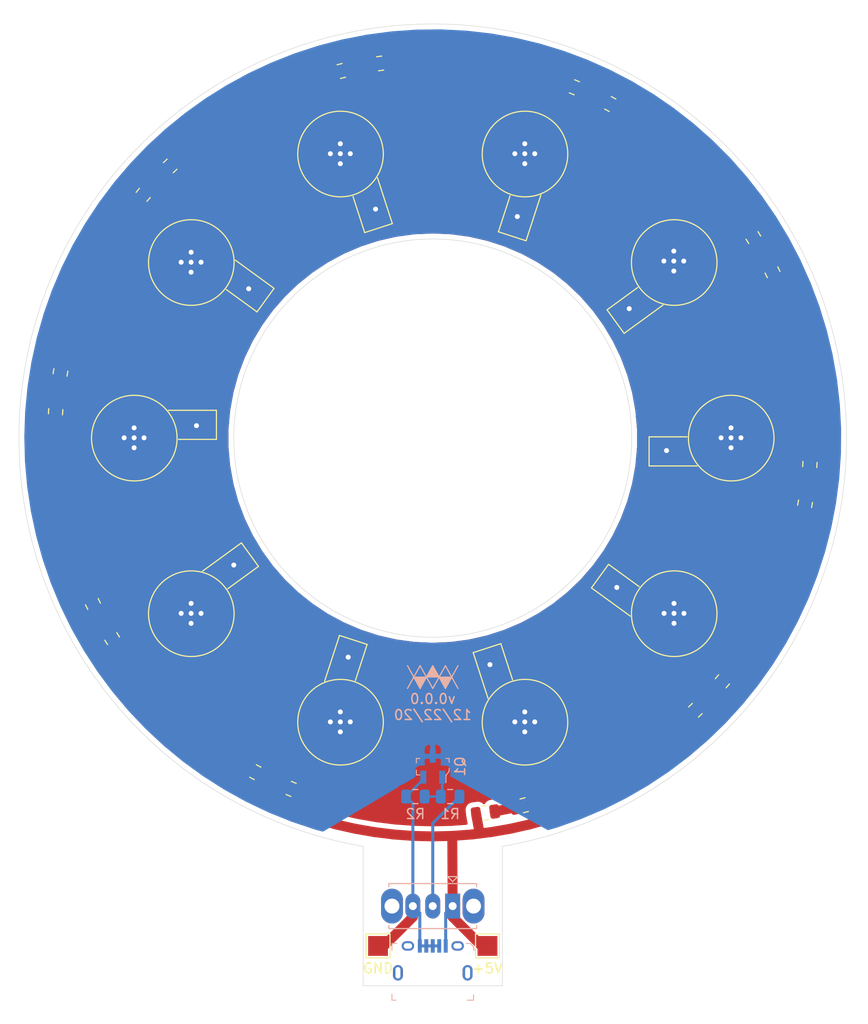
<source format=kicad_pcb>
(kicad_pcb (version 20171130) (host pcbnew "(5.1.6)-1")

  (general
    (thickness 1.6)
    (drawings 9)
    (tracks 248)
    (zones 0)
    (modules 38)
    (nets 26)
  )

  (page A4)
  (layers
    (0 F.Cu signal)
    (31 B.Cu signal)
    (32 B.Adhes user)
    (33 F.Adhes user)
    (34 B.Paste user)
    (35 F.Paste user)
    (36 B.SilkS user)
    (37 F.SilkS user)
    (38 B.Mask user)
    (39 F.Mask user)
    (40 Dwgs.User user)
    (41 Cmts.User user)
    (42 Eco1.User user)
    (43 Eco2.User user)
    (44 Edge.Cuts user)
    (45 Margin user)
    (46 B.CrtYd user)
    (47 F.CrtYd user)
    (48 B.Fab user)
    (49 F.Fab user)
  )

  (setup
    (last_trace_width 0.5)
    (user_trace_width 0.2)
    (user_trace_width 0.3)
    (user_trace_width 0.5)
    (user_trace_width 1)
    (trace_clearance 0.2)
    (zone_clearance 0.508)
    (zone_45_only no)
    (trace_min 0.2)
    (via_size 0.8)
    (via_drill 0.4)
    (via_min_size 0.4)
    (via_min_drill 0.3)
    (user_via 0.51 0.3)
    (user_via 1 0.5)
    (uvia_size 0.3)
    (uvia_drill 0.1)
    (uvias_allowed no)
    (uvia_min_size 0.2)
    (uvia_min_drill 0.1)
    (edge_width 0.05)
    (segment_width 0.2)
    (pcb_text_width 0.3)
    (pcb_text_size 1.5 1.5)
    (mod_edge_width 0.12)
    (mod_text_size 1 1)
    (mod_text_width 0.15)
    (pad_size 1.524 1.524)
    (pad_drill 0.762)
    (pad_to_mask_clearance 0.05)
    (aux_axis_origin 0 0)
    (visible_elements FFFFFF7F)
    (pcbplotparams
      (layerselection 0x010fc_ffffffff)
      (usegerberextensions false)
      (usegerberattributes true)
      (usegerberadvancedattributes true)
      (creategerberjobfile true)
      (excludeedgelayer true)
      (linewidth 0.100000)
      (plotframeref false)
      (viasonmask false)
      (mode 1)
      (useauxorigin false)
      (hpglpennumber 1)
      (hpglpenspeed 20)
      (hpglpendiameter 15.000000)
      (psnegative false)
      (psa4output false)
      (plotreference true)
      (plotvalue true)
      (plotinvisibletext false)
      (padsonsilk false)
      (subtractmaskfromsilk false)
      (outputformat 1)
      (mirror false)
      (drillshape 0)
      (scaleselection 1)
      (outputdirectory "gbr/"))
  )

  (net 0 "")
  (net 1 SGND)
  (net 2 "Net-(D1-Pad2)")
  (net 3 "Net-(D2-Pad2)")
  (net 4 "Net-(D3-Pad2)")
  (net 5 "Net-(D4-Pad2)")
  (net 6 "Net-(D5-Pad2)")
  (net 7 "Net-(D6-Pad2)")
  (net 8 "Net-(D7-Pad2)")
  (net 9 "Net-(D8-Pad2)")
  (net 10 "Net-(D9-Pad2)")
  (net 11 "Net-(D10-Pad2)")
  (net 12 GND)
  (net 13 "Net-(Q1-Pad1)")
  (net 14 SW)
  (net 15 +5V)
  (net 16 "Net-(R3-Pad1)")
  (net 17 "Net-(R5-Pad1)")
  (net 18 "Net-(R7-Pad1)")
  (net 19 "Net-(R10-Pad2)")
  (net 20 "Net-(R11-Pad1)")
  (net 21 "Net-(R13-Pad1)")
  (net 22 "Net-(R15-Pad1)")
  (net 23 "Net-(R17-Pad1)")
  (net 24 "Net-(R19-Pad1)")
  (net 25 "Net-(R21-Pad1)")

  (net_class Default "This is the default net class."
    (clearance 0.2)
    (trace_width 0.25)
    (via_dia 0.8)
    (via_drill 0.4)
    (uvia_dia 0.3)
    (uvia_drill 0.1)
    (add_net +5V)
    (add_net GND)
    (add_net "Net-(D1-Pad2)")
    (add_net "Net-(D10-Pad2)")
    (add_net "Net-(D2-Pad2)")
    (add_net "Net-(D3-Pad2)")
    (add_net "Net-(D4-Pad2)")
    (add_net "Net-(D5-Pad2)")
    (add_net "Net-(D6-Pad2)")
    (add_net "Net-(D7-Pad2)")
    (add_net "Net-(D8-Pad2)")
    (add_net "Net-(D9-Pad2)")
    (add_net "Net-(Q1-Pad1)")
    (add_net "Net-(R10-Pad2)")
    (add_net "Net-(R11-Pad1)")
    (add_net "Net-(R13-Pad1)")
    (add_net "Net-(R15-Pad1)")
    (add_net "Net-(R17-Pad1)")
    (add_net "Net-(R19-Pad1)")
    (add_net "Net-(R21-Pad1)")
    (add_net "Net-(R3-Pad1)")
    (add_net "Net-(R5-Pad1)")
    (add_net "Net-(R7-Pad1)")
    (add_net SGND)
    (add_net SW)
  )

  (module Symbol:Logo_WM (layer B.Cu) (tedit 5EA02B73) (tstamp 5FE2C410)
    (at 100 124 180)
    (fp_text reference REF** (at 0 2.286) (layer B.SilkS) hide
      (effects (font (size 1 1) (thickness 0.15)) (justify mirror))
    )
    (fp_text value Logo_WM (at 0 -2.032) (layer B.Fab)
      (effects (font (size 1 1) (thickness 0.15)) (justify mirror))
    )
    (fp_line (start 0 1.143) (end -0.635 0) (layer B.SilkS) (width 0.12))
    (fp_line (start -0.635 0) (end 0 -1.143) (layer B.SilkS) (width 0.12))
    (fp_line (start 0 -1.143) (end 0.635 0) (layer B.SilkS) (width 0.12))
    (fp_line (start 0.635 0) (end 0 1.143) (layer B.SilkS) (width 0.12))
    (fp_line (start 1.905 0) (end 1.27 1.143) (layer B.SilkS) (width 0.12))
    (fp_line (start 1.27 -1.143) (end 1.905 0) (layer B.SilkS) (width 0.12))
    (fp_line (start 0.635 0) (end 1.27 -1.143) (layer B.SilkS) (width 0.12))
    (fp_line (start 1.27 1.143) (end 0.635 0) (layer B.SilkS) (width 0.12))
    (fp_line (start -1.27 -1.143) (end -0.635 0) (layer B.SilkS) (width 0.12))
    (fp_line (start -1.27 1.143) (end -1.905 0) (layer B.SilkS) (width 0.12))
    (fp_line (start -1.905 0) (end -1.27 -1.143) (layer B.SilkS) (width 0.12))
    (fp_line (start -0.635 0) (end -1.27 1.143) (layer B.SilkS) (width 0.12))
    (fp_line (start -1.905 0) (end -2.54 1.143) (layer B.SilkS) (width 0.12))
    (fp_line (start -2.54 -1.143) (end -1.905 0) (layer B.SilkS) (width 0.12))
    (fp_line (start 2.54 1.143) (end 1.905 0) (layer B.SilkS) (width 0.12))
    (fp_line (start 1.905 0) (end 2.54 -1.143) (layer B.SilkS) (width 0.12))
    (fp_poly (pts (xy -1.905 0) (xy -0.635 0) (xy -1.27 -1.143)) (layer B.SilkS) (width 0.1))
    (fp_poly (pts (xy -0.635 0) (xy 0.635 0) (xy 0 1.143)) (layer B.SilkS) (width 0.1))
    (fp_poly (pts (xy 0.635 0) (xy 1.905 0) (xy 1.27 -1.143)) (layer B.SilkS) (width 0.1))
  )

  (module TestPoint:TestPoint_Pad_2.0x2.0mm (layer F.Cu) (tedit 5A0F774F) (tstamp 5FE27683)
    (at 94.5 151)
    (descr "SMD rectangular pad as test Point, square 2.0mm side length")
    (tags "test point SMD pad rectangle square")
    (path /5FEB7EDB)
    (attr virtual)
    (fp_text reference GND (at 0 2.25) (layer F.SilkS)
      (effects (font (size 1 1) (thickness 0.15)))
    )
    (fp_text value TestPoint (at 0 2.05) (layer F.Fab)
      (effects (font (size 1 1) (thickness 0.15)))
    )
    (fp_text user %R (at 0 -2) (layer F.Fab)
      (effects (font (size 1 1) (thickness 0.15)))
    )
    (fp_line (start -1.2 -1.2) (end 1.2 -1.2) (layer F.SilkS) (width 0.12))
    (fp_line (start 1.2 -1.2) (end 1.2 1.2) (layer F.SilkS) (width 0.12))
    (fp_line (start 1.2 1.2) (end -1.2 1.2) (layer F.SilkS) (width 0.12))
    (fp_line (start -1.2 1.2) (end -1.2 -1.2) (layer F.SilkS) (width 0.12))
    (fp_line (start -1.5 -1.5) (end 1.5 -1.5) (layer F.CrtYd) (width 0.05))
    (fp_line (start -1.5 -1.5) (end -1.5 1.5) (layer F.CrtYd) (width 0.05))
    (fp_line (start 1.5 1.5) (end 1.5 -1.5) (layer F.CrtYd) (width 0.05))
    (fp_line (start 1.5 1.5) (end -1.5 1.5) (layer F.CrtYd) (width 0.05))
    (pad 1 smd rect (at 0 0) (size 2 2) (layers F.Cu F.Mask)
      (net 12 GND))
  )

  (module TestPoint:TestPoint_Pad_2.0x2.0mm (layer F.Cu) (tedit 5A0F774F) (tstamp 5FE27675)
    (at 105.5 151)
    (descr "SMD rectangular pad as test Point, square 2.0mm side length")
    (tags "test point SMD pad rectangle square")
    (path /5FEB1F9E)
    (attr virtual)
    (fp_text reference +5V (at 0 2.25) (layer F.SilkS)
      (effects (font (size 1 1) (thickness 0.15)))
    )
    (fp_text value TestPoint (at 0 2.05) (layer F.Fab)
      (effects (font (size 1 1) (thickness 0.15)))
    )
    (fp_text user %R (at 0 -2) (layer F.Fab)
      (effects (font (size 1 1) (thickness 0.15)))
    )
    (fp_line (start -1.2 -1.2) (end 1.2 -1.2) (layer F.SilkS) (width 0.12))
    (fp_line (start 1.2 -1.2) (end 1.2 1.2) (layer F.SilkS) (width 0.12))
    (fp_line (start 1.2 1.2) (end -1.2 1.2) (layer F.SilkS) (width 0.12))
    (fp_line (start -1.2 1.2) (end -1.2 -1.2) (layer F.SilkS) (width 0.12))
    (fp_line (start -1.5 -1.5) (end 1.5 -1.5) (layer F.CrtYd) (width 0.05))
    (fp_line (start -1.5 -1.5) (end -1.5 1.5) (layer F.CrtYd) (width 0.05))
    (fp_line (start 1.5 1.5) (end 1.5 -1.5) (layer F.CrtYd) (width 0.05))
    (fp_line (start 1.5 1.5) (end -1.5 1.5) (layer F.CrtYd) (width 0.05))
    (pad 1 smd rect (at 0 0) (size 2 2) (layers F.Cu F.Mask)
      (net 15 +5V))
  )

  (module Button_Switch_THT:SW_Slide_1P2T_CK_OS102011MS2Q (layer B.Cu) (tedit 5C5044D5) (tstamp 5FE27667)
    (at 102 147 180)
    (descr "CuK miniature slide switch, OS series, SPDT, https://www.ckswitches.com/media/1428/os.pdf")
    (tags "switch SPDT")
    (path /5FE61381)
    (fp_text reference SW1 (at 3.99 2.99) (layer B.SilkS) hide
      (effects (font (size 1 1) (thickness 0.15)) (justify mirror))
    )
    (fp_text value SW_SPDT (at 2 -3) (layer B.Fab)
      (effects (font (size 1 1) (thickness 0.15)) (justify mirror))
    )
    (fp_text user %R (at 3.99 2.99) (layer B.Fab)
      (effects (font (size 1 1) (thickness 0.15)) (justify mirror))
    )
    (fp_line (start 0.5 2.15) (end 6.3 2.15) (layer B.Fab) (width 0.1))
    (fp_line (start 6.3 2.15) (end 6.3 -2.15) (layer B.Fab) (width 0.1))
    (fp_line (start 6.3 -2.15) (end -2.3 -2.15) (layer B.Fab) (width 0.1))
    (fp_line (start -2.3 -2.15) (end -2.3 2.15) (layer B.Fab) (width 0.1))
    (fp_line (start 0 1) (end 4 1) (layer B.Fab) (width 0.1))
    (fp_line (start 4 1) (end 4 -1) (layer B.Fab) (width 0.1))
    (fp_line (start 0 -1) (end 4 -1) (layer B.Fab) (width 0.1))
    (fp_line (start 0 1) (end 0 -1) (layer B.Fab) (width 0.1))
    (fp_line (start 0.66 1) (end 0.66 -1) (layer B.Fab) (width 0.1))
    (fp_line (start 1.34 1) (end 1.34 -1) (layer B.Fab) (width 0.1))
    (fp_line (start 2 1) (end 2 -1) (layer B.Fab) (width 0.1))
    (fp_line (start -2.3 2.15) (end -0.5 2.15) (layer B.Fab) (width 0.1))
    (fp_line (start -2.41 2.26) (end 6.41 2.26) (layer B.SilkS) (width 0.12))
    (fp_line (start 6.41 2.26) (end 6.41 1.95) (layer B.SilkS) (width 0.12))
    (fp_line (start 6.41 -2.26) (end -2.41 -2.26) (layer B.SilkS) (width 0.12))
    (fp_line (start -2.41 1.95) (end -2.41 2.26) (layer B.SilkS) (width 0.12))
    (fp_line (start -2.41 -2.26) (end -2.41 -1.95) (layer B.SilkS) (width 0.12))
    (fp_line (start 6.41 -2.26) (end 6.41 -1.95) (layer B.SilkS) (width 0.12))
    (fp_line (start -3.45 2.4) (end 7.45 2.4) (layer F.CrtYd) (width 0.05))
    (fp_line (start 7.45 2.4) (end 7.45 -2.4) (layer F.CrtYd) (width 0.05))
    (fp_line (start 7.45 -2.4) (end -3.45 -2.4) (layer F.CrtYd) (width 0.05))
    (fp_line (start -3.45 -2.4) (end -3.45 2.4) (layer F.CrtYd) (width 0.05))
    (fp_line (start -0.5 2.15) (end 0 1.65) (layer B.Fab) (width 0.1))
    (fp_line (start 0 1.65) (end 0.5 2.15) (layer B.Fab) (width 0.1))
    (fp_line (start -0.5 2.96) (end 0 2.46) (layer B.SilkS) (width 0.12))
    (fp_line (start 0 2.46) (end 0.5 2.96) (layer B.SilkS) (width 0.12))
    (fp_line (start 0.5 2.96) (end -0.5 2.96) (layer B.SilkS) (width 0.12))
    (pad "" thru_hole oval (at 6.1 0 180) (size 2.2 3.5) (drill 1.5) (layers *.Cu *.Mask))
    (pad "" thru_hole oval (at -2.1 0 180) (size 2.2 3.5) (drill 1.5) (layers *.Cu *.Mask))
    (pad 3 thru_hole oval (at 4 0 180) (size 1.5 2.5) (drill 0.8) (layers *.Cu *.Mask)
      (net 12 GND))
    (pad 2 thru_hole oval (at 2 0 180) (size 1.5 2.5) (drill 0.8) (layers *.Cu *.Mask)
      (net 14 SW))
    (pad 1 thru_hole rect (at 0 0 180) (size 1.5 2.5) (drill 0.8) (layers *.Cu *.Mask)
      (net 15 +5V))
    (model ${KISYS3DMOD}/Button_Switch_THT.3dshapes/SW_Slide_1P2T_CK_OS102011MS2Q.wrl
      (at (xyz 0 0 0))
      (scale (xyz 1 1 1))
      (rotate (xyz 0 0 0))
    )
  )

  (module Resistor_SMD:R_0805_2012Metric (layer F.Cu) (tedit 5B36C52B) (tstamp 5FE27642)
    (at 132.225827 79.863067 302)
    (descr "Resistor SMD 0805 (2012 Metric), square (rectangular) end terminal, IPC_7351 nominal, (Body size source: https://docs.google.com/spreadsheets/d/1BsfQQcO9C6DZCsRaXUlFlo91Tg2WpOkGARC1WS5S8t0/edit?usp=sharing), generated with kicad-footprint-generator")
    (tags resistor)
    (path /5FE5A6EC)
    (attr smd)
    (fp_text reference R22 (at 0 -1.65 302) (layer F.SilkS) hide
      (effects (font (size 1 1) (thickness 0.15)))
    )
    (fp_text value 20R (at 0 1.65 302) (layer F.Fab)
      (effects (font (size 1 1) (thickness 0.15)))
    )
    (fp_text user %R (at 0 0 302) (layer F.Fab)
      (effects (font (size 0.5 0.5) (thickness 0.08)))
    )
    (fp_line (start -1 0.6) (end -1 -0.6) (layer F.Fab) (width 0.1))
    (fp_line (start -1 -0.6) (end 1 -0.6) (layer F.Fab) (width 0.1))
    (fp_line (start 1 -0.6) (end 1 0.6) (layer F.Fab) (width 0.1))
    (fp_line (start 1 0.6) (end -1 0.6) (layer F.Fab) (width 0.1))
    (fp_line (start -0.258578 -0.71) (end 0.258578 -0.71) (layer F.SilkS) (width 0.12))
    (fp_line (start -0.258578 0.71) (end 0.258578 0.71) (layer F.SilkS) (width 0.12))
    (fp_line (start -1.68 0.95) (end -1.68 -0.95) (layer F.CrtYd) (width 0.05))
    (fp_line (start -1.68 -0.95) (end 1.68 -0.95) (layer F.CrtYd) (width 0.05))
    (fp_line (start 1.68 -0.95) (end 1.68 0.95) (layer F.CrtYd) (width 0.05))
    (fp_line (start 1.68 0.95) (end -1.68 0.95) (layer F.CrtYd) (width 0.05))
    (pad 2 smd roundrect (at 0.9375 0 302) (size 0.975 1.4) (layers F.Cu F.Paste F.Mask) (roundrect_rratio 0.25)
      (net 25 "Net-(R21-Pad1)"))
    (pad 1 smd roundrect (at -0.9375 0 302) (size 0.975 1.4) (layers F.Cu F.Paste F.Mask) (roundrect_rratio 0.25)
      (net 11 "Net-(D10-Pad2)"))
    (model ${KISYS3DMOD}/Resistor_SMD.3dshapes/R_0805_2012Metric.wrl
      (at (xyz 0 0 0))
      (scale (xyz 1 1 1))
      (rotate (xyz 0 0 0))
    )
  )

  (module Resistor_SMD:R_0805_2012Metric (layer F.Cu) (tedit 5B36C52B) (tstamp 5FE27631)
    (at 134.154173 83.341896 296)
    (descr "Resistor SMD 0805 (2012 Metric), square (rectangular) end terminal, IPC_7351 nominal, (Body size source: https://docs.google.com/spreadsheets/d/1BsfQQcO9C6DZCsRaXUlFlo91Tg2WpOkGARC1WS5S8t0/edit?usp=sharing), generated with kicad-footprint-generator")
    (tags resistor)
    (path /5FE5A6E5)
    (attr smd)
    (fp_text reference R21 (at 0 -1.65 296) (layer F.SilkS) hide
      (effects (font (size 1 1) (thickness 0.15)))
    )
    (fp_text value 20R (at 0 1.65 296) (layer F.Fab)
      (effects (font (size 1 1) (thickness 0.15)))
    )
    (fp_text user %R (at 0 0 296) (layer F.Fab)
      (effects (font (size 0.5 0.5) (thickness 0.08)))
    )
    (fp_line (start -1 0.6) (end -1 -0.6) (layer F.Fab) (width 0.1))
    (fp_line (start -1 -0.6) (end 1 -0.6) (layer F.Fab) (width 0.1))
    (fp_line (start 1 -0.6) (end 1 0.6) (layer F.Fab) (width 0.1))
    (fp_line (start 1 0.6) (end -1 0.6) (layer F.Fab) (width 0.1))
    (fp_line (start -0.258578 -0.71) (end 0.258578 -0.71) (layer F.SilkS) (width 0.12))
    (fp_line (start -0.258578 0.71) (end 0.258578 0.71) (layer F.SilkS) (width 0.12))
    (fp_line (start -1.68 0.95) (end -1.68 -0.95) (layer F.CrtYd) (width 0.05))
    (fp_line (start -1.68 -0.95) (end 1.68 -0.95) (layer F.CrtYd) (width 0.05))
    (fp_line (start 1.68 -0.95) (end 1.68 0.95) (layer F.CrtYd) (width 0.05))
    (fp_line (start 1.68 0.95) (end -1.68 0.95) (layer F.CrtYd) (width 0.05))
    (pad 2 smd roundrect (at 0.9375 0 296) (size 0.975 1.4) (layers F.Cu F.Paste F.Mask) (roundrect_rratio 0.25)
      (net 15 +5V))
    (pad 1 smd roundrect (at -0.9375 0 296) (size 0.975 1.4) (layers F.Cu F.Paste F.Mask) (roundrect_rratio 0.25)
      (net 25 "Net-(R21-Pad1)"))
    (model ${KISYS3DMOD}/Resistor_SMD.3dshapes/R_0805_2012Metric.wrl
      (at (xyz 0 0 0))
      (scale (xyz 1 1 1))
      (rotate (xyz 0 0 0))
    )
  )

  (module Resistor_SMD:R_0805_2012Metric (layer F.Cu) (tedit 5B36C52B) (tstamp 5FE27620)
    (at 114.23505 64.767013 338)
    (descr "Resistor SMD 0805 (2012 Metric), square (rectangular) end terminal, IPC_7351 nominal, (Body size source: https://docs.google.com/spreadsheets/d/1BsfQQcO9C6DZCsRaXUlFlo91Tg2WpOkGARC1WS5S8t0/edit?usp=sharing), generated with kicad-footprint-generator")
    (tags resistor)
    (path /5FE5206B)
    (attr smd)
    (fp_text reference R20 (at 0 -1.65 338) (layer F.SilkS) hide
      (effects (font (size 1 1) (thickness 0.15)))
    )
    (fp_text value 20R (at 0 1.65 338) (layer F.Fab)
      (effects (font (size 1 1) (thickness 0.15)))
    )
    (fp_text user %R (at 0 0 338) (layer F.Fab)
      (effects (font (size 0.5 0.5) (thickness 0.08)))
    )
    (fp_line (start -1 0.6) (end -1 -0.6) (layer F.Fab) (width 0.1))
    (fp_line (start -1 -0.6) (end 1 -0.6) (layer F.Fab) (width 0.1))
    (fp_line (start 1 -0.6) (end 1 0.6) (layer F.Fab) (width 0.1))
    (fp_line (start 1 0.6) (end -1 0.6) (layer F.Fab) (width 0.1))
    (fp_line (start -0.258578 -0.71) (end 0.258578 -0.71) (layer F.SilkS) (width 0.12))
    (fp_line (start -0.258578 0.71) (end 0.258578 0.71) (layer F.SilkS) (width 0.12))
    (fp_line (start -1.68 0.95) (end -1.68 -0.95) (layer F.CrtYd) (width 0.05))
    (fp_line (start -1.68 -0.95) (end 1.68 -0.95) (layer F.CrtYd) (width 0.05))
    (fp_line (start 1.68 -0.95) (end 1.68 0.95) (layer F.CrtYd) (width 0.05))
    (fp_line (start 1.68 0.95) (end -1.68 0.95) (layer F.CrtYd) (width 0.05))
    (pad 2 smd roundrect (at 0.9375 0 338) (size 0.975 1.4) (layers F.Cu F.Paste F.Mask) (roundrect_rratio 0.25)
      (net 24 "Net-(R19-Pad1)"))
    (pad 1 smd roundrect (at -0.9375 0 338) (size 0.975 1.4) (layers F.Cu F.Paste F.Mask) (roundrect_rratio 0.25)
      (net 10 "Net-(D9-Pad2)"))
    (model ${KISYS3DMOD}/Resistor_SMD.3dshapes/R_0805_2012Metric.wrl
      (at (xyz 0 0 0))
      (scale (xyz 1 1 1))
      (rotate (xyz 0 0 0))
    )
  )

  (module Resistor_SMD:R_0805_2012Metric (layer F.Cu) (tedit 5B36C52B) (tstamp 5FE2760F)
    (at 117.839919 66.447991 332)
    (descr "Resistor SMD 0805 (2012 Metric), square (rectangular) end terminal, IPC_7351 nominal, (Body size source: https://docs.google.com/spreadsheets/d/1BsfQQcO9C6DZCsRaXUlFlo91Tg2WpOkGARC1WS5S8t0/edit?usp=sharing), generated with kicad-footprint-generator")
    (tags resistor)
    (path /5FE52064)
    (attr smd)
    (fp_text reference R19 (at 0 -1.65 332) (layer F.SilkS) hide
      (effects (font (size 1 1) (thickness 0.15)))
    )
    (fp_text value 20R (at 0 1.65 332) (layer F.Fab)
      (effects (font (size 1 1) (thickness 0.15)))
    )
    (fp_text user %R (at 0 0 332) (layer F.Fab)
      (effects (font (size 0.5 0.5) (thickness 0.08)))
    )
    (fp_line (start -1 0.6) (end -1 -0.6) (layer F.Fab) (width 0.1))
    (fp_line (start -1 -0.6) (end 1 -0.6) (layer F.Fab) (width 0.1))
    (fp_line (start 1 -0.6) (end 1 0.6) (layer F.Fab) (width 0.1))
    (fp_line (start 1 0.6) (end -1 0.6) (layer F.Fab) (width 0.1))
    (fp_line (start -0.258578 -0.71) (end 0.258578 -0.71) (layer F.SilkS) (width 0.12))
    (fp_line (start -0.258578 0.71) (end 0.258578 0.71) (layer F.SilkS) (width 0.12))
    (fp_line (start -1.68 0.95) (end -1.68 -0.95) (layer F.CrtYd) (width 0.05))
    (fp_line (start -1.68 -0.95) (end 1.68 -0.95) (layer F.CrtYd) (width 0.05))
    (fp_line (start 1.68 -0.95) (end 1.68 0.95) (layer F.CrtYd) (width 0.05))
    (fp_line (start 1.68 0.95) (end -1.68 0.95) (layer F.CrtYd) (width 0.05))
    (pad 2 smd roundrect (at 0.9375 0 332) (size 0.975 1.4) (layers F.Cu F.Paste F.Mask) (roundrect_rratio 0.25)
      (net 15 +5V))
    (pad 1 smd roundrect (at -0.9375 0 332) (size 0.975 1.4) (layers F.Cu F.Paste F.Mask) (roundrect_rratio 0.25)
      (net 24 "Net-(R19-Pad1)"))
    (model ${KISYS3DMOD}/Resistor_SMD.3dshapes/R_0805_2012Metric.wrl
      (at (xyz 0 0 0))
      (scale (xyz 1 1 1))
      (rotate (xyz 0 0 0))
    )
  )

  (module Resistor_SMD:R_0805_2012Metric (layer F.Cu) (tedit 5B36C52B) (tstamp 5FE275FE)
    (at 90.806967 63.128762 14)
    (descr "Resistor SMD 0805 (2012 Metric), square (rectangular) end terminal, IPC_7351 nominal, (Body size source: https://docs.google.com/spreadsheets/d/1BsfQQcO9C6DZCsRaXUlFlo91Tg2WpOkGARC1WS5S8t0/edit?usp=sharing), generated with kicad-footprint-generator")
    (tags resistor)
    (path /5FE5A6CF)
    (attr smd)
    (fp_text reference R18 (at 0 -1.65 14) (layer F.SilkS) hide
      (effects (font (size 1 1) (thickness 0.15)))
    )
    (fp_text value 20R (at 0 1.65 14) (layer F.Fab)
      (effects (font (size 1 1) (thickness 0.15)))
    )
    (fp_text user %R (at 0 0 14) (layer F.Fab)
      (effects (font (size 0.5 0.5) (thickness 0.08)))
    )
    (fp_line (start -1 0.6) (end -1 -0.6) (layer F.Fab) (width 0.1))
    (fp_line (start -1 -0.6) (end 1 -0.6) (layer F.Fab) (width 0.1))
    (fp_line (start 1 -0.6) (end 1 0.6) (layer F.Fab) (width 0.1))
    (fp_line (start 1 0.6) (end -1 0.6) (layer F.Fab) (width 0.1))
    (fp_line (start -0.258578 -0.71) (end 0.258578 -0.71) (layer F.SilkS) (width 0.12))
    (fp_line (start -0.258578 0.71) (end 0.258578 0.71) (layer F.SilkS) (width 0.12))
    (fp_line (start -1.68 0.95) (end -1.68 -0.95) (layer F.CrtYd) (width 0.05))
    (fp_line (start -1.68 -0.95) (end 1.68 -0.95) (layer F.CrtYd) (width 0.05))
    (fp_line (start 1.68 -0.95) (end 1.68 0.95) (layer F.CrtYd) (width 0.05))
    (fp_line (start 1.68 0.95) (end -1.68 0.95) (layer F.CrtYd) (width 0.05))
    (pad 2 smd roundrect (at 0.9375 0 14) (size 0.975 1.4) (layers F.Cu F.Paste F.Mask) (roundrect_rratio 0.25)
      (net 23 "Net-(R17-Pad1)"))
    (pad 1 smd roundrect (at -0.9375 0 14) (size 0.975 1.4) (layers F.Cu F.Paste F.Mask) (roundrect_rratio 0.25)
      (net 9 "Net-(D8-Pad2)"))
    (model ${KISYS3DMOD}/Resistor_SMD.3dshapes/R_0805_2012Metric.wrl
      (at (xyz 0 0 0))
      (scale (xyz 1 1 1))
      (rotate (xyz 0 0 0))
    )
  )

  (module Resistor_SMD:R_0805_2012Metric (layer F.Cu) (tedit 5B36C52B) (tstamp 5FE275ED)
    (at 94.711422 62.369813 8)
    (descr "Resistor SMD 0805 (2012 Metric), square (rectangular) end terminal, IPC_7351 nominal, (Body size source: https://docs.google.com/spreadsheets/d/1BsfQQcO9C6DZCsRaXUlFlo91Tg2WpOkGARC1WS5S8t0/edit?usp=sharing), generated with kicad-footprint-generator")
    (tags resistor)
    (path /5FE5A6C8)
    (attr smd)
    (fp_text reference R17 (at 0 -1.65 8) (layer F.SilkS) hide
      (effects (font (size 1 1) (thickness 0.15)))
    )
    (fp_text value 20R (at 0 1.65 8) (layer F.Fab)
      (effects (font (size 1 1) (thickness 0.15)))
    )
    (fp_text user %R (at 0 0 8) (layer F.Fab)
      (effects (font (size 0.5 0.5) (thickness 0.08)))
    )
    (fp_line (start -1 0.6) (end -1 -0.6) (layer F.Fab) (width 0.1))
    (fp_line (start -1 -0.6) (end 1 -0.6) (layer F.Fab) (width 0.1))
    (fp_line (start 1 -0.6) (end 1 0.6) (layer F.Fab) (width 0.1))
    (fp_line (start 1 0.6) (end -1 0.6) (layer F.Fab) (width 0.1))
    (fp_line (start -0.258578 -0.71) (end 0.258578 -0.71) (layer F.SilkS) (width 0.12))
    (fp_line (start -0.258578 0.71) (end 0.258578 0.71) (layer F.SilkS) (width 0.12))
    (fp_line (start -1.68 0.95) (end -1.68 -0.95) (layer F.CrtYd) (width 0.05))
    (fp_line (start -1.68 -0.95) (end 1.68 -0.95) (layer F.CrtYd) (width 0.05))
    (fp_line (start 1.68 -0.95) (end 1.68 0.95) (layer F.CrtYd) (width 0.05))
    (fp_line (start 1.68 0.95) (end -1.68 0.95) (layer F.CrtYd) (width 0.05))
    (pad 2 smd roundrect (at 0.9375 0 8) (size 0.975 1.4) (layers F.Cu F.Paste F.Mask) (roundrect_rratio 0.25)
      (net 15 +5V))
    (pad 1 smd roundrect (at -0.9375 0 8) (size 0.975 1.4) (layers F.Cu F.Paste F.Mask) (roundrect_rratio 0.25)
      (net 23 "Net-(R17-Pad1)"))
    (model ${KISYS3DMOD}/Resistor_SMD.3dshapes/R_0805_2012Metric.wrl
      (at (xyz 0 0 0))
      (scale (xyz 1 1 1))
      (rotate (xyz 0 0 0))
    )
  )

  (module Resistor_SMD:R_0805_2012Metric (layer F.Cu) (tedit 5B36C52B) (tstamp 5FE275DC)
    (at 70.890311 75.57407 50)
    (descr "Resistor SMD 0805 (2012 Metric), square (rectangular) end terminal, IPC_7351 nominal, (Body size source: https://docs.google.com/spreadsheets/d/1BsfQQcO9C6DZCsRaXUlFlo91Tg2WpOkGARC1WS5S8t0/edit?usp=sharing), generated with kicad-footprint-generator")
    (tags resistor)
    (path /5FE506E7)
    (attr smd)
    (fp_text reference R16 (at 0 -1.65 50) (layer F.SilkS) hide
      (effects (font (size 1 1) (thickness 0.15)))
    )
    (fp_text value 20R (at 0 1.65 50) (layer F.Fab)
      (effects (font (size 1 1) (thickness 0.15)))
    )
    (fp_text user %R (at 0 0 50) (layer F.Fab)
      (effects (font (size 0.5 0.5) (thickness 0.08)))
    )
    (fp_line (start -1 0.6) (end -1 -0.6) (layer F.Fab) (width 0.1))
    (fp_line (start -1 -0.6) (end 1 -0.6) (layer F.Fab) (width 0.1))
    (fp_line (start 1 -0.6) (end 1 0.6) (layer F.Fab) (width 0.1))
    (fp_line (start 1 0.6) (end -1 0.6) (layer F.Fab) (width 0.1))
    (fp_line (start -0.258578 -0.71) (end 0.258578 -0.71) (layer F.SilkS) (width 0.12))
    (fp_line (start -0.258578 0.71) (end 0.258578 0.71) (layer F.SilkS) (width 0.12))
    (fp_line (start -1.68 0.95) (end -1.68 -0.95) (layer F.CrtYd) (width 0.05))
    (fp_line (start -1.68 -0.95) (end 1.68 -0.95) (layer F.CrtYd) (width 0.05))
    (fp_line (start 1.68 -0.95) (end 1.68 0.95) (layer F.CrtYd) (width 0.05))
    (fp_line (start 1.68 0.95) (end -1.68 0.95) (layer F.CrtYd) (width 0.05))
    (pad 2 smd roundrect (at 0.9375 0 50) (size 0.975 1.4) (layers F.Cu F.Paste F.Mask) (roundrect_rratio 0.25)
      (net 22 "Net-(R15-Pad1)"))
    (pad 1 smd roundrect (at -0.9375 0 50) (size 0.975 1.4) (layers F.Cu F.Paste F.Mask) (roundrect_rratio 0.25)
      (net 8 "Net-(D7-Pad2)"))
    (model ${KISYS3DMOD}/Resistor_SMD.3dshapes/R_0805_2012Metric.wrl
      (at (xyz 0 0 0))
      (scale (xyz 1 1 1))
      (rotate (xyz 0 0 0))
    )
  )

  (module Resistor_SMD:R_0805_2012Metric (layer F.Cu) (tedit 5B36C52B) (tstamp 5FE275CB)
    (at 73.602981 72.665087 44)
    (descr "Resistor SMD 0805 (2012 Metric), square (rectangular) end terminal, IPC_7351 nominal, (Body size source: https://docs.google.com/spreadsheets/d/1BsfQQcO9C6DZCsRaXUlFlo91Tg2WpOkGARC1WS5S8t0/edit?usp=sharing), generated with kicad-footprint-generator")
    (tags resistor)
    (path /5FE506E0)
    (attr smd)
    (fp_text reference R15 (at 0 -1.65 44) (layer F.SilkS) hide
      (effects (font (size 1 1) (thickness 0.15)))
    )
    (fp_text value 20R (at 0 1.65 44) (layer F.Fab)
      (effects (font (size 1 1) (thickness 0.15)))
    )
    (fp_text user %R (at 0 0 44) (layer F.Fab)
      (effects (font (size 0.5 0.5) (thickness 0.08)))
    )
    (fp_line (start -1 0.6) (end -1 -0.6) (layer F.Fab) (width 0.1))
    (fp_line (start -1 -0.6) (end 1 -0.6) (layer F.Fab) (width 0.1))
    (fp_line (start 1 -0.6) (end 1 0.6) (layer F.Fab) (width 0.1))
    (fp_line (start 1 0.6) (end -1 0.6) (layer F.Fab) (width 0.1))
    (fp_line (start -0.258578 -0.71) (end 0.258578 -0.71) (layer F.SilkS) (width 0.12))
    (fp_line (start -0.258578 0.71) (end 0.258578 0.71) (layer F.SilkS) (width 0.12))
    (fp_line (start -1.68 0.95) (end -1.68 -0.95) (layer F.CrtYd) (width 0.05))
    (fp_line (start -1.68 -0.95) (end 1.68 -0.95) (layer F.CrtYd) (width 0.05))
    (fp_line (start 1.68 -0.95) (end 1.68 0.95) (layer F.CrtYd) (width 0.05))
    (fp_line (start 1.68 0.95) (end -1.68 0.95) (layer F.CrtYd) (width 0.05))
    (pad 2 smd roundrect (at 0.9375 0 44) (size 0.975 1.4) (layers F.Cu F.Paste F.Mask) (roundrect_rratio 0.25)
      (net 15 +5V))
    (pad 1 smd roundrect (at -0.9375 0 44) (size 0.975 1.4) (layers F.Cu F.Paste F.Mask) (roundrect_rratio 0.25)
      (net 22 "Net-(R15-Pad1)"))
    (model ${KISYS3DMOD}/Resistor_SMD.3dshapes/R_0805_2012Metric.wrl
      (at (xyz 0 0 0))
      (scale (xyz 1 1 1))
      (rotate (xyz 0 0 0))
    )
  )

  (module Resistor_SMD:R_0805_2012Metric (layer F.Cu) (tedit 5B36C52B) (tstamp 5FE275BA)
    (at 62.092566 97.349253 86)
    (descr "Resistor SMD 0805 (2012 Metric), square (rectangular) end terminal, IPC_7351 nominal, (Body size source: https://docs.google.com/spreadsheets/d/1BsfQQcO9C6DZCsRaXUlFlo91Tg2WpOkGARC1WS5S8t0/edit?usp=sharing), generated with kicad-footprint-generator")
    (tags resistor)
    (path /5FE5A6B2)
    (attr smd)
    (fp_text reference R14 (at 0 -1.65 86) (layer F.SilkS) hide
      (effects (font (size 1 1) (thickness 0.15)))
    )
    (fp_text value 20R (at 0 1.65 86) (layer F.Fab)
      (effects (font (size 1 1) (thickness 0.15)))
    )
    (fp_text user %R (at 0 0 86) (layer F.Fab)
      (effects (font (size 0.5 0.5) (thickness 0.08)))
    )
    (fp_line (start -1 0.6) (end -1 -0.6) (layer F.Fab) (width 0.1))
    (fp_line (start -1 -0.6) (end 1 -0.6) (layer F.Fab) (width 0.1))
    (fp_line (start 1 -0.6) (end 1 0.6) (layer F.Fab) (width 0.1))
    (fp_line (start 1 0.6) (end -1 0.6) (layer F.Fab) (width 0.1))
    (fp_line (start -0.258578 -0.71) (end 0.258578 -0.71) (layer F.SilkS) (width 0.12))
    (fp_line (start -0.258578 0.71) (end 0.258578 0.71) (layer F.SilkS) (width 0.12))
    (fp_line (start -1.68 0.95) (end -1.68 -0.95) (layer F.CrtYd) (width 0.05))
    (fp_line (start -1.68 -0.95) (end 1.68 -0.95) (layer F.CrtYd) (width 0.05))
    (fp_line (start 1.68 -0.95) (end 1.68 0.95) (layer F.CrtYd) (width 0.05))
    (fp_line (start 1.68 0.95) (end -1.68 0.95) (layer F.CrtYd) (width 0.05))
    (pad 2 smd roundrect (at 0.9375 0 86) (size 0.975 1.4) (layers F.Cu F.Paste F.Mask) (roundrect_rratio 0.25)
      (net 21 "Net-(R13-Pad1)"))
    (pad 1 smd roundrect (at -0.9375 0 86) (size 0.975 1.4) (layers F.Cu F.Paste F.Mask) (roundrect_rratio 0.25)
      (net 7 "Net-(D6-Pad2)"))
    (model ${KISYS3DMOD}/Resistor_SMD.3dshapes/R_0805_2012Metric.wrl
      (at (xyz 0 0 0))
      (scale (xyz 1 1 1))
      (rotate (xyz 0 0 0))
    )
  )

  (module Resistor_SMD:R_0805_2012Metric (layer F.Cu) (tedit 5B36C52B) (tstamp 5FE275A9)
    (at 62.577305 93.401369 80)
    (descr "Resistor SMD 0805 (2012 Metric), square (rectangular) end terminal, IPC_7351 nominal, (Body size source: https://docs.google.com/spreadsheets/d/1BsfQQcO9C6DZCsRaXUlFlo91Tg2WpOkGARC1WS5S8t0/edit?usp=sharing), generated with kicad-footprint-generator")
    (tags resistor)
    (path /5FE5A6AB)
    (attr smd)
    (fp_text reference R13 (at 0 -1.65 80) (layer F.SilkS) hide
      (effects (font (size 1 1) (thickness 0.15)))
    )
    (fp_text value 20R (at 0 1.65 80) (layer F.Fab)
      (effects (font (size 1 1) (thickness 0.15)))
    )
    (fp_text user %R (at 0 0 80) (layer F.Fab)
      (effects (font (size 0.5 0.5) (thickness 0.08)))
    )
    (fp_line (start -1 0.6) (end -1 -0.6) (layer F.Fab) (width 0.1))
    (fp_line (start -1 -0.6) (end 1 -0.6) (layer F.Fab) (width 0.1))
    (fp_line (start 1 -0.6) (end 1 0.6) (layer F.Fab) (width 0.1))
    (fp_line (start 1 0.6) (end -1 0.6) (layer F.Fab) (width 0.1))
    (fp_line (start -0.258578 -0.71) (end 0.258578 -0.71) (layer F.SilkS) (width 0.12))
    (fp_line (start -0.258578 0.71) (end 0.258578 0.71) (layer F.SilkS) (width 0.12))
    (fp_line (start -1.68 0.95) (end -1.68 -0.95) (layer F.CrtYd) (width 0.05))
    (fp_line (start -1.68 -0.95) (end 1.68 -0.95) (layer F.CrtYd) (width 0.05))
    (fp_line (start 1.68 -0.95) (end 1.68 0.95) (layer F.CrtYd) (width 0.05))
    (fp_line (start 1.68 0.95) (end -1.68 0.95) (layer F.CrtYd) (width 0.05))
    (pad 2 smd roundrect (at 0.9375 0 80) (size 0.975 1.4) (layers F.Cu F.Paste F.Mask) (roundrect_rratio 0.25)
      (net 15 +5V))
    (pad 1 smd roundrect (at -0.9375 0 80) (size 0.975 1.4) (layers F.Cu F.Paste F.Mask) (roundrect_rratio 0.25)
      (net 21 "Net-(R13-Pad1)"))
    (model ${KISYS3DMOD}/Resistor_SMD.3dshapes/R_0805_2012Metric.wrl
      (at (xyz 0 0 0))
      (scale (xyz 1 1 1))
      (rotate (xyz 0 0 0))
    )
  )

  (module Resistor_SMD:R_0805_2012Metric (layer F.Cu) (tedit 5B36C52B) (tstamp 5FE27598)
    (at 67.774172 120.136932 122)
    (descr "Resistor SMD 0805 (2012 Metric), square (rectangular) end terminal, IPC_7351 nominal, (Body size source: https://docs.google.com/spreadsheets/d/1BsfQQcO9C6DZCsRaXUlFlo91Tg2WpOkGARC1WS5S8t0/edit?usp=sharing), generated with kicad-footprint-generator")
    (tags resistor)
    (path /5FE4F2DC)
    (attr smd)
    (fp_text reference R12 (at 0 -1.65 122) (layer F.SilkS) hide
      (effects (font (size 1 1) (thickness 0.15)))
    )
    (fp_text value 20R (at 0 1.65 122) (layer F.Fab)
      (effects (font (size 1 1) (thickness 0.15)))
    )
    (fp_text user %R (at 0 0 122) (layer F.Fab)
      (effects (font (size 0.5 0.5) (thickness 0.08)))
    )
    (fp_line (start -1 0.6) (end -1 -0.6) (layer F.Fab) (width 0.1))
    (fp_line (start -1 -0.6) (end 1 -0.6) (layer F.Fab) (width 0.1))
    (fp_line (start 1 -0.6) (end 1 0.6) (layer F.Fab) (width 0.1))
    (fp_line (start 1 0.6) (end -1 0.6) (layer F.Fab) (width 0.1))
    (fp_line (start -0.258578 -0.71) (end 0.258578 -0.71) (layer F.SilkS) (width 0.12))
    (fp_line (start -0.258578 0.71) (end 0.258578 0.71) (layer F.SilkS) (width 0.12))
    (fp_line (start -1.68 0.95) (end -1.68 -0.95) (layer F.CrtYd) (width 0.05))
    (fp_line (start -1.68 -0.95) (end 1.68 -0.95) (layer F.CrtYd) (width 0.05))
    (fp_line (start 1.68 -0.95) (end 1.68 0.95) (layer F.CrtYd) (width 0.05))
    (fp_line (start 1.68 0.95) (end -1.68 0.95) (layer F.CrtYd) (width 0.05))
    (pad 2 smd roundrect (at 0.9375 0 122) (size 0.975 1.4) (layers F.Cu F.Paste F.Mask) (roundrect_rratio 0.25)
      (net 20 "Net-(R11-Pad1)"))
    (pad 1 smd roundrect (at -0.9375 0 122) (size 0.975 1.4) (layers F.Cu F.Paste F.Mask) (roundrect_rratio 0.25)
      (net 6 "Net-(D5-Pad2)"))
    (model ${KISYS3DMOD}/Resistor_SMD.3dshapes/R_0805_2012Metric.wrl
      (at (xyz 0 0 0))
      (scale (xyz 1 1 1))
      (rotate (xyz 0 0 0))
    )
  )

  (module Resistor_SMD:R_0805_2012Metric (layer F.Cu) (tedit 5B36C52B) (tstamp 5FE27587)
    (at 65.845826 116.658103 116)
    (descr "Resistor SMD 0805 (2012 Metric), square (rectangular) end terminal, IPC_7351 nominal, (Body size source: https://docs.google.com/spreadsheets/d/1BsfQQcO9C6DZCsRaXUlFlo91Tg2WpOkGARC1WS5S8t0/edit?usp=sharing), generated with kicad-footprint-generator")
    (tags resistor)
    (path /5FE4F2D5)
    (attr smd)
    (fp_text reference R11 (at 0 -1.65 116) (layer F.SilkS) hide
      (effects (font (size 1 1) (thickness 0.15)))
    )
    (fp_text value 20R (at 0 1.65 116) (layer F.Fab)
      (effects (font (size 1 1) (thickness 0.15)))
    )
    (fp_text user %R (at 0 0 116) (layer F.Fab)
      (effects (font (size 0.5 0.5) (thickness 0.08)))
    )
    (fp_line (start -1 0.6) (end -1 -0.6) (layer F.Fab) (width 0.1))
    (fp_line (start -1 -0.6) (end 1 -0.6) (layer F.Fab) (width 0.1))
    (fp_line (start 1 -0.6) (end 1 0.6) (layer F.Fab) (width 0.1))
    (fp_line (start 1 0.6) (end -1 0.6) (layer F.Fab) (width 0.1))
    (fp_line (start -0.258578 -0.71) (end 0.258578 -0.71) (layer F.SilkS) (width 0.12))
    (fp_line (start -0.258578 0.71) (end 0.258578 0.71) (layer F.SilkS) (width 0.12))
    (fp_line (start -1.68 0.95) (end -1.68 -0.95) (layer F.CrtYd) (width 0.05))
    (fp_line (start -1.68 -0.95) (end 1.68 -0.95) (layer F.CrtYd) (width 0.05))
    (fp_line (start 1.68 -0.95) (end 1.68 0.95) (layer F.CrtYd) (width 0.05))
    (fp_line (start 1.68 0.95) (end -1.68 0.95) (layer F.CrtYd) (width 0.05))
    (pad 2 smd roundrect (at 0.9375 0 116) (size 0.975 1.4) (layers F.Cu F.Paste F.Mask) (roundrect_rratio 0.25)
      (net 15 +5V))
    (pad 1 smd roundrect (at -0.9375 0 116) (size 0.975 1.4) (layers F.Cu F.Paste F.Mask) (roundrect_rratio 0.25)
      (net 20 "Net-(R11-Pad1)"))
    (model ${KISYS3DMOD}/Resistor_SMD.3dshapes/R_0805_2012Metric.wrl
      (at (xyz 0 0 0))
      (scale (xyz 1 1 1))
      (rotate (xyz 0 0 0))
    )
  )

  (module Resistor_SMD:R_0805_2012Metric (layer F.Cu) (tedit 5B36C52B) (tstamp 5FE27576)
    (at 85.764949 135.232986 158)
    (descr "Resistor SMD 0805 (2012 Metric), square (rectangular) end terminal, IPC_7351 nominal, (Body size source: https://docs.google.com/spreadsheets/d/1BsfQQcO9C6DZCsRaXUlFlo91Tg2WpOkGARC1WS5S8t0/edit?usp=sharing), generated with kicad-footprint-generator")
    (tags resistor)
    (path /5FE5A695)
    (attr smd)
    (fp_text reference R10 (at 0 -1.65 158) (layer F.SilkS) hide
      (effects (font (size 1 1) (thickness 0.15)))
    )
    (fp_text value 20R (at 0 1.65 158) (layer F.Fab)
      (effects (font (size 1 1) (thickness 0.15)))
    )
    (fp_text user %R (at 0 0 158) (layer F.Fab)
      (effects (font (size 0.5 0.5) (thickness 0.08)))
    )
    (fp_line (start -1 0.6) (end -1 -0.6) (layer F.Fab) (width 0.1))
    (fp_line (start -1 -0.6) (end 1 -0.6) (layer F.Fab) (width 0.1))
    (fp_line (start 1 -0.6) (end 1 0.6) (layer F.Fab) (width 0.1))
    (fp_line (start 1 0.6) (end -1 0.6) (layer F.Fab) (width 0.1))
    (fp_line (start -0.258578 -0.71) (end 0.258578 -0.71) (layer F.SilkS) (width 0.12))
    (fp_line (start -0.258578 0.71) (end 0.258578 0.71) (layer F.SilkS) (width 0.12))
    (fp_line (start -1.68 0.95) (end -1.68 -0.95) (layer F.CrtYd) (width 0.05))
    (fp_line (start -1.68 -0.95) (end 1.68 -0.95) (layer F.CrtYd) (width 0.05))
    (fp_line (start 1.68 -0.95) (end 1.68 0.95) (layer F.CrtYd) (width 0.05))
    (fp_line (start 1.68 0.95) (end -1.68 0.95) (layer F.CrtYd) (width 0.05))
    (pad 2 smd roundrect (at 0.9375 0 158) (size 0.975 1.4) (layers F.Cu F.Paste F.Mask) (roundrect_rratio 0.25)
      (net 19 "Net-(R10-Pad2)"))
    (pad 1 smd roundrect (at -0.9375 0 158) (size 0.975 1.4) (layers F.Cu F.Paste F.Mask) (roundrect_rratio 0.25)
      (net 5 "Net-(D4-Pad2)"))
    (model ${KISYS3DMOD}/Resistor_SMD.3dshapes/R_0805_2012Metric.wrl
      (at (xyz 0 0 0))
      (scale (xyz 1 1 1))
      (rotate (xyz 0 0 0))
    )
  )

  (module Resistor_SMD:R_0805_2012Metric (layer F.Cu) (tedit 5B36C52B) (tstamp 5FE27565)
    (at 82.16008 133.552008 152)
    (descr "Resistor SMD 0805 (2012 Metric), square (rectangular) end terminal, IPC_7351 nominal, (Body size source: https://docs.google.com/spreadsheets/d/1BsfQQcO9C6DZCsRaXUlFlo91Tg2WpOkGARC1WS5S8t0/edit?usp=sharing), generated with kicad-footprint-generator")
    (tags resistor)
    (path /5FE5A68E)
    (attr smd)
    (fp_text reference R9 (at 0 -1.65 152) (layer F.SilkS) hide
      (effects (font (size 1 1) (thickness 0.15)))
    )
    (fp_text value 20R (at 0 1.65 152) (layer F.Fab)
      (effects (font (size 1 1) (thickness 0.15)))
    )
    (fp_text user %R (at 0 0 152) (layer F.Fab)
      (effects (font (size 0.5 0.5) (thickness 0.08)))
    )
    (fp_line (start -1 0.6) (end -1 -0.6) (layer F.Fab) (width 0.1))
    (fp_line (start -1 -0.6) (end 1 -0.6) (layer F.Fab) (width 0.1))
    (fp_line (start 1 -0.6) (end 1 0.6) (layer F.Fab) (width 0.1))
    (fp_line (start 1 0.6) (end -1 0.6) (layer F.Fab) (width 0.1))
    (fp_line (start -0.258578 -0.71) (end 0.258578 -0.71) (layer F.SilkS) (width 0.12))
    (fp_line (start -0.258578 0.71) (end 0.258578 0.71) (layer F.SilkS) (width 0.12))
    (fp_line (start -1.68 0.95) (end -1.68 -0.95) (layer F.CrtYd) (width 0.05))
    (fp_line (start -1.68 -0.95) (end 1.68 -0.95) (layer F.CrtYd) (width 0.05))
    (fp_line (start 1.68 -0.95) (end 1.68 0.95) (layer F.CrtYd) (width 0.05))
    (fp_line (start 1.68 0.95) (end -1.68 0.95) (layer F.CrtYd) (width 0.05))
    (pad 2 smd roundrect (at 0.9375 0 152) (size 0.975 1.4) (layers F.Cu F.Paste F.Mask) (roundrect_rratio 0.25)
      (net 15 +5V))
    (pad 1 smd roundrect (at -0.9375 0 152) (size 0.975 1.4) (layers F.Cu F.Paste F.Mask) (roundrect_rratio 0.25)
      (net 19 "Net-(R10-Pad2)"))
    (model ${KISYS3DMOD}/Resistor_SMD.3dshapes/R_0805_2012Metric.wrl
      (at (xyz 0 0 0))
      (scale (xyz 1 1 1))
      (rotate (xyz 0 0 0))
    )
  )

  (module Resistor_SMD:R_0805_2012Metric (layer F.Cu) (tedit 5B36C52B) (tstamp 5FE27554)
    (at 109.193032 136.871237 194)
    (descr "Resistor SMD 0805 (2012 Metric), square (rectangular) end terminal, IPC_7351 nominal, (Body size source: https://docs.google.com/spreadsheets/d/1BsfQQcO9C6DZCsRaXUlFlo91Tg2WpOkGARC1WS5S8t0/edit?usp=sharing), generated with kicad-footprint-generator")
    (tags resistor)
    (path /5FE4DF33)
    (attr smd)
    (fp_text reference R8 (at 0 -1.65 194) (layer F.SilkS) hide
      (effects (font (size 1 1) (thickness 0.15)))
    )
    (fp_text value 20R (at 0 1.65 194) (layer F.Fab)
      (effects (font (size 1 1) (thickness 0.15)))
    )
    (fp_text user %R (at 0 0 194) (layer F.Fab)
      (effects (font (size 0.5 0.5) (thickness 0.08)))
    )
    (fp_line (start -1 0.6) (end -1 -0.6) (layer F.Fab) (width 0.1))
    (fp_line (start -1 -0.6) (end 1 -0.6) (layer F.Fab) (width 0.1))
    (fp_line (start 1 -0.6) (end 1 0.6) (layer F.Fab) (width 0.1))
    (fp_line (start 1 0.6) (end -1 0.6) (layer F.Fab) (width 0.1))
    (fp_line (start -0.258578 -0.71) (end 0.258578 -0.71) (layer F.SilkS) (width 0.12))
    (fp_line (start -0.258578 0.71) (end 0.258578 0.71) (layer F.SilkS) (width 0.12))
    (fp_line (start -1.68 0.95) (end -1.68 -0.95) (layer F.CrtYd) (width 0.05))
    (fp_line (start -1.68 -0.95) (end 1.68 -0.95) (layer F.CrtYd) (width 0.05))
    (fp_line (start 1.68 -0.95) (end 1.68 0.95) (layer F.CrtYd) (width 0.05))
    (fp_line (start 1.68 0.95) (end -1.68 0.95) (layer F.CrtYd) (width 0.05))
    (pad 2 smd roundrect (at 0.9375 0 194) (size 0.975 1.4) (layers F.Cu F.Paste F.Mask) (roundrect_rratio 0.25)
      (net 18 "Net-(R7-Pad1)"))
    (pad 1 smd roundrect (at -0.9375 0 194) (size 0.975 1.4) (layers F.Cu F.Paste F.Mask) (roundrect_rratio 0.25)
      (net 4 "Net-(D3-Pad2)"))
    (model ${KISYS3DMOD}/Resistor_SMD.3dshapes/R_0805_2012Metric.wrl
      (at (xyz 0 0 0))
      (scale (xyz 1 1 1))
      (rotate (xyz 0 0 0))
    )
  )

  (module Resistor_SMD:R_0805_2012Metric (layer F.Cu) (tedit 5B36C52B) (tstamp 5FE27543)
    (at 105.288577 137.630186 188)
    (descr "Resistor SMD 0805 (2012 Metric), square (rectangular) end terminal, IPC_7351 nominal, (Body size source: https://docs.google.com/spreadsheets/d/1BsfQQcO9C6DZCsRaXUlFlo91Tg2WpOkGARC1WS5S8t0/edit?usp=sharing), generated with kicad-footprint-generator")
    (tags resistor)
    (path /5FE4DF2C)
    (attr smd)
    (fp_text reference R7 (at 0 -1.65 188) (layer F.SilkS) hide
      (effects (font (size 1 1) (thickness 0.15)))
    )
    (fp_text value 20R (at 0 1.65 188) (layer F.Fab)
      (effects (font (size 1 1) (thickness 0.15)))
    )
    (fp_text user %R (at 0 0 188) (layer F.Fab)
      (effects (font (size 0.5 0.5) (thickness 0.08)))
    )
    (fp_line (start -1 0.6) (end -1 -0.6) (layer F.Fab) (width 0.1))
    (fp_line (start -1 -0.6) (end 1 -0.6) (layer F.Fab) (width 0.1))
    (fp_line (start 1 -0.6) (end 1 0.6) (layer F.Fab) (width 0.1))
    (fp_line (start 1 0.6) (end -1 0.6) (layer F.Fab) (width 0.1))
    (fp_line (start -0.258578 -0.71) (end 0.258578 -0.71) (layer F.SilkS) (width 0.12))
    (fp_line (start -0.258578 0.71) (end 0.258578 0.71) (layer F.SilkS) (width 0.12))
    (fp_line (start -1.68 0.95) (end -1.68 -0.95) (layer F.CrtYd) (width 0.05))
    (fp_line (start -1.68 -0.95) (end 1.68 -0.95) (layer F.CrtYd) (width 0.05))
    (fp_line (start 1.68 -0.95) (end 1.68 0.95) (layer F.CrtYd) (width 0.05))
    (fp_line (start 1.68 0.95) (end -1.68 0.95) (layer F.CrtYd) (width 0.05))
    (pad 2 smd roundrect (at 0.9375 0 188) (size 0.975 1.4) (layers F.Cu F.Paste F.Mask) (roundrect_rratio 0.25)
      (net 15 +5V))
    (pad 1 smd roundrect (at -0.9375 0 188) (size 0.975 1.4) (layers F.Cu F.Paste F.Mask) (roundrect_rratio 0.25)
      (net 18 "Net-(R7-Pad1)"))
    (model ${KISYS3DMOD}/Resistor_SMD.3dshapes/R_0805_2012Metric.wrl
      (at (xyz 0 0 0))
      (scale (xyz 1 1 1))
      (rotate (xyz 0 0 0))
    )
  )

  (module Resistor_SMD:R_0805_2012Metric (layer F.Cu) (tedit 5B36C52B) (tstamp 5FE27532)
    (at 129.109688 124.425929 230)
    (descr "Resistor SMD 0805 (2012 Metric), square (rectangular) end terminal, IPC_7351 nominal, (Body size source: https://docs.google.com/spreadsheets/d/1BsfQQcO9C6DZCsRaXUlFlo91Tg2WpOkGARC1WS5S8t0/edit?usp=sharing), generated with kicad-footprint-generator")
    (tags resistor)
    (path /5FE5A678)
    (attr smd)
    (fp_text reference R6 (at 0 -1.65 230) (layer F.SilkS) hide
      (effects (font (size 1 1) (thickness 0.15)))
    )
    (fp_text value 20R (at 0 1.65 230) (layer F.Fab)
      (effects (font (size 1 1) (thickness 0.15)))
    )
    (fp_text user %R (at 0 0 230) (layer F.Fab)
      (effects (font (size 0.5 0.5) (thickness 0.08)))
    )
    (fp_line (start -1 0.6) (end -1 -0.6) (layer F.Fab) (width 0.1))
    (fp_line (start -1 -0.6) (end 1 -0.6) (layer F.Fab) (width 0.1))
    (fp_line (start 1 -0.6) (end 1 0.6) (layer F.Fab) (width 0.1))
    (fp_line (start 1 0.6) (end -1 0.6) (layer F.Fab) (width 0.1))
    (fp_line (start -0.258578 -0.71) (end 0.258578 -0.71) (layer F.SilkS) (width 0.12))
    (fp_line (start -0.258578 0.71) (end 0.258578 0.71) (layer F.SilkS) (width 0.12))
    (fp_line (start -1.68 0.95) (end -1.68 -0.95) (layer F.CrtYd) (width 0.05))
    (fp_line (start -1.68 -0.95) (end 1.68 -0.95) (layer F.CrtYd) (width 0.05))
    (fp_line (start 1.68 -0.95) (end 1.68 0.95) (layer F.CrtYd) (width 0.05))
    (fp_line (start 1.68 0.95) (end -1.68 0.95) (layer F.CrtYd) (width 0.05))
    (pad 2 smd roundrect (at 0.9375 0 230) (size 0.975 1.4) (layers F.Cu F.Paste F.Mask) (roundrect_rratio 0.25)
      (net 17 "Net-(R5-Pad1)"))
    (pad 1 smd roundrect (at -0.9375 0 230) (size 0.975 1.4) (layers F.Cu F.Paste F.Mask) (roundrect_rratio 0.25)
      (net 3 "Net-(D2-Pad2)"))
    (model ${KISYS3DMOD}/Resistor_SMD.3dshapes/R_0805_2012Metric.wrl
      (at (xyz 0 0 0))
      (scale (xyz 1 1 1))
      (rotate (xyz 0 0 0))
    )
  )

  (module Resistor_SMD:R_0805_2012Metric (layer F.Cu) (tedit 5B36C52B) (tstamp 5FE27521)
    (at 126.397018 127.334912 224)
    (descr "Resistor SMD 0805 (2012 Metric), square (rectangular) end terminal, IPC_7351 nominal, (Body size source: https://docs.google.com/spreadsheets/d/1BsfQQcO9C6DZCsRaXUlFlo91Tg2WpOkGARC1WS5S8t0/edit?usp=sharing), generated with kicad-footprint-generator")
    (tags resistor)
    (path /5FE5A671)
    (attr smd)
    (fp_text reference R5 (at 0 -1.65 224) (layer F.SilkS) hide
      (effects (font (size 1 1) (thickness 0.15)))
    )
    (fp_text value 20R (at 0 1.65 224) (layer F.Fab)
      (effects (font (size 1 1) (thickness 0.15)))
    )
    (fp_text user %R (at 0 0 224) (layer F.Fab)
      (effects (font (size 0.5 0.5) (thickness 0.08)))
    )
    (fp_line (start -1 0.6) (end -1 -0.6) (layer F.Fab) (width 0.1))
    (fp_line (start -1 -0.6) (end 1 -0.6) (layer F.Fab) (width 0.1))
    (fp_line (start 1 -0.6) (end 1 0.6) (layer F.Fab) (width 0.1))
    (fp_line (start 1 0.6) (end -1 0.6) (layer F.Fab) (width 0.1))
    (fp_line (start -0.258578 -0.71) (end 0.258578 -0.71) (layer F.SilkS) (width 0.12))
    (fp_line (start -0.258578 0.71) (end 0.258578 0.71) (layer F.SilkS) (width 0.12))
    (fp_line (start -1.68 0.95) (end -1.68 -0.95) (layer F.CrtYd) (width 0.05))
    (fp_line (start -1.68 -0.95) (end 1.68 -0.95) (layer F.CrtYd) (width 0.05))
    (fp_line (start 1.68 -0.95) (end 1.68 0.95) (layer F.CrtYd) (width 0.05))
    (fp_line (start 1.68 0.95) (end -1.68 0.95) (layer F.CrtYd) (width 0.05))
    (pad 2 smd roundrect (at 0.9375 0 224) (size 0.975 1.4) (layers F.Cu F.Paste F.Mask) (roundrect_rratio 0.25)
      (net 15 +5V))
    (pad 1 smd roundrect (at -0.9375 0 224) (size 0.975 1.4) (layers F.Cu F.Paste F.Mask) (roundrect_rratio 0.25)
      (net 17 "Net-(R5-Pad1)"))
    (model ${KISYS3DMOD}/Resistor_SMD.3dshapes/R_0805_2012Metric.wrl
      (at (xyz 0 0 0))
      (scale (xyz 1 1 1))
      (rotate (xyz 0 0 0))
    )
  )

  (module Resistor_SMD:R_0805_2012Metric (layer F.Cu) (tedit 5B36C52B) (tstamp 5FE27510)
    (at 137.907433 102.650746 266)
    (descr "Resistor SMD 0805 (2012 Metric), square (rectangular) end terminal, IPC_7351 nominal, (Body size source: https://docs.google.com/spreadsheets/d/1BsfQQcO9C6DZCsRaXUlFlo91Tg2WpOkGARC1WS5S8t0/edit?usp=sharing), generated with kicad-footprint-generator")
    (tags resistor)
    (path /5FE26E0A)
    (attr smd)
    (fp_text reference R4 (at 0 -1.65 266) (layer F.SilkS) hide
      (effects (font (size 1 1) (thickness 0.15)))
    )
    (fp_text value 20R (at 0 1.65 266) (layer F.Fab)
      (effects (font (size 1 1) (thickness 0.15)))
    )
    (fp_text user %R (at 0 0 266) (layer F.Fab)
      (effects (font (size 0.5 0.5) (thickness 0.08)))
    )
    (fp_line (start -1 0.6) (end -1 -0.6) (layer F.Fab) (width 0.1))
    (fp_line (start -1 -0.6) (end 1 -0.6) (layer F.Fab) (width 0.1))
    (fp_line (start 1 -0.6) (end 1 0.6) (layer F.Fab) (width 0.1))
    (fp_line (start 1 0.6) (end -1 0.6) (layer F.Fab) (width 0.1))
    (fp_line (start -0.258578 -0.71) (end 0.258578 -0.71) (layer F.SilkS) (width 0.12))
    (fp_line (start -0.258578 0.71) (end 0.258578 0.71) (layer F.SilkS) (width 0.12))
    (fp_line (start -1.68 0.95) (end -1.68 -0.95) (layer F.CrtYd) (width 0.05))
    (fp_line (start -1.68 -0.95) (end 1.68 -0.95) (layer F.CrtYd) (width 0.05))
    (fp_line (start 1.68 -0.95) (end 1.68 0.95) (layer F.CrtYd) (width 0.05))
    (fp_line (start 1.68 0.95) (end -1.68 0.95) (layer F.CrtYd) (width 0.05))
    (pad 2 smd roundrect (at 0.9375 0 266) (size 0.975 1.4) (layers F.Cu F.Paste F.Mask) (roundrect_rratio 0.25)
      (net 16 "Net-(R3-Pad1)"))
    (pad 1 smd roundrect (at -0.9375 0 266) (size 0.975 1.4) (layers F.Cu F.Paste F.Mask) (roundrect_rratio 0.25)
      (net 2 "Net-(D1-Pad2)"))
    (model ${KISYS3DMOD}/Resistor_SMD.3dshapes/R_0805_2012Metric.wrl
      (at (xyz 0 0 0))
      (scale (xyz 1 1 1))
      (rotate (xyz 0 0 0))
    )
  )

  (module Resistor_SMD:R_0805_2012Metric (layer F.Cu) (tedit 5B36C52B) (tstamp 5FE274FF)
    (at 137.422694 106.59863 260)
    (descr "Resistor SMD 0805 (2012 Metric), square (rectangular) end terminal, IPC_7351 nominal, (Body size source: https://docs.google.com/spreadsheets/d/1BsfQQcO9C6DZCsRaXUlFlo91Tg2WpOkGARC1WS5S8t0/edit?usp=sharing), generated with kicad-footprint-generator")
    (tags resistor)
    (path /5FE231FA)
    (attr smd)
    (fp_text reference R3 (at 0 -1.65 260) (layer F.SilkS) hide
      (effects (font (size 1 1) (thickness 0.15)))
    )
    (fp_text value 20R (at 0 1.65 260) (layer F.Fab)
      (effects (font (size 1 1) (thickness 0.15)))
    )
    (fp_text user %R (at 0 0 260) (layer F.Fab)
      (effects (font (size 0.5 0.5) (thickness 0.08)))
    )
    (fp_line (start -1 0.6) (end -1 -0.6) (layer F.Fab) (width 0.1))
    (fp_line (start -1 -0.6) (end 1 -0.6) (layer F.Fab) (width 0.1))
    (fp_line (start 1 -0.6) (end 1 0.6) (layer F.Fab) (width 0.1))
    (fp_line (start 1 0.6) (end -1 0.6) (layer F.Fab) (width 0.1))
    (fp_line (start -0.258578 -0.71) (end 0.258578 -0.71) (layer F.SilkS) (width 0.12))
    (fp_line (start -0.258578 0.71) (end 0.258578 0.71) (layer F.SilkS) (width 0.12))
    (fp_line (start -1.68 0.95) (end -1.68 -0.95) (layer F.CrtYd) (width 0.05))
    (fp_line (start -1.68 -0.95) (end 1.68 -0.95) (layer F.CrtYd) (width 0.05))
    (fp_line (start 1.68 -0.95) (end 1.68 0.95) (layer F.CrtYd) (width 0.05))
    (fp_line (start 1.68 0.95) (end -1.68 0.95) (layer F.CrtYd) (width 0.05))
    (pad 2 smd roundrect (at 0.9375 0 260) (size 0.975 1.4) (layers F.Cu F.Paste F.Mask) (roundrect_rratio 0.25)
      (net 15 +5V))
    (pad 1 smd roundrect (at -0.9375 0 260) (size 0.975 1.4) (layers F.Cu F.Paste F.Mask) (roundrect_rratio 0.25)
      (net 16 "Net-(R3-Pad1)"))
    (model ${KISYS3DMOD}/Resistor_SMD.3dshapes/R_0805_2012Metric.wrl
      (at (xyz 0 0 0))
      (scale (xyz 1 1 1))
      (rotate (xyz 0 0 0))
    )
  )

  (module Resistor_SMD:R_0805_2012Metric (layer B.Cu) (tedit 5B36C52B) (tstamp 5FE274EE)
    (at 98.25 136 180)
    (descr "Resistor SMD 0805 (2012 Metric), square (rectangular) end terminal, IPC_7351 nominal, (Body size source: https://docs.google.com/spreadsheets/d/1BsfQQcO9C6DZCsRaXUlFlo91Tg2WpOkGARC1WS5S8t0/edit?usp=sharing), generated with kicad-footprint-generator")
    (tags resistor)
    (path /5FE6756A)
    (attr smd)
    (fp_text reference R2 (at 0 -1.75 180) (layer B.SilkS)
      (effects (font (size 1 1) (thickness 0.15)) (justify mirror))
    )
    (fp_text value 10kR (at 0 -1.65 180) (layer B.Fab)
      (effects (font (size 1 1) (thickness 0.15)) (justify mirror))
    )
    (fp_text user %R (at 0 0 180) (layer B.Fab)
      (effects (font (size 0.5 0.5) (thickness 0.08)) (justify mirror))
    )
    (fp_line (start -1 -0.6) (end -1 0.6) (layer B.Fab) (width 0.1))
    (fp_line (start -1 0.6) (end 1 0.6) (layer B.Fab) (width 0.1))
    (fp_line (start 1 0.6) (end 1 -0.6) (layer B.Fab) (width 0.1))
    (fp_line (start 1 -0.6) (end -1 -0.6) (layer B.Fab) (width 0.1))
    (fp_line (start -0.258578 0.71) (end 0.258578 0.71) (layer B.SilkS) (width 0.12))
    (fp_line (start -0.258578 -0.71) (end 0.258578 -0.71) (layer B.SilkS) (width 0.12))
    (fp_line (start -1.68 -0.95) (end -1.68 0.95) (layer B.CrtYd) (width 0.05))
    (fp_line (start -1.68 0.95) (end 1.68 0.95) (layer B.CrtYd) (width 0.05))
    (fp_line (start 1.68 0.95) (end 1.68 -0.95) (layer B.CrtYd) (width 0.05))
    (fp_line (start 1.68 -0.95) (end -1.68 -0.95) (layer B.CrtYd) (width 0.05))
    (pad 2 smd roundrect (at 0.9375 0 180) (size 0.975 1.4) (layers B.Cu B.Paste B.Mask) (roundrect_rratio 0.25)
      (net 12 GND))
    (pad 1 smd roundrect (at -0.9375 0 180) (size 0.975 1.4) (layers B.Cu B.Paste B.Mask) (roundrect_rratio 0.25)
      (net 13 "Net-(Q1-Pad1)"))
    (model ${KISYS3DMOD}/Resistor_SMD.3dshapes/R_0805_2012Metric.wrl
      (at (xyz 0 0 0))
      (scale (xyz 1 1 1))
      (rotate (xyz 0 0 0))
    )
  )

  (module Resistor_SMD:R_0805_2012Metric (layer B.Cu) (tedit 5B36C52B) (tstamp 5FE274DD)
    (at 101.75 136 180)
    (descr "Resistor SMD 0805 (2012 Metric), square (rectangular) end terminal, IPC_7351 nominal, (Body size source: https://docs.google.com/spreadsheets/d/1BsfQQcO9C6DZCsRaXUlFlo91Tg2WpOkGARC1WS5S8t0/edit?usp=sharing), generated with kicad-footprint-generator")
    (tags resistor)
    (path /5FE67B85)
    (attr smd)
    (fp_text reference R1 (at 0 -1.75) (layer B.SilkS)
      (effects (font (size 1 1) (thickness 0.15)) (justify mirror))
    )
    (fp_text value 1kR (at 0 -1.65) (layer B.Fab)
      (effects (font (size 1 1) (thickness 0.15)) (justify mirror))
    )
    (fp_text user %R (at 0 0) (layer B.Fab)
      (effects (font (size 0.5 0.5) (thickness 0.08)) (justify mirror))
    )
    (fp_line (start -1 -0.6) (end -1 0.6) (layer B.Fab) (width 0.1))
    (fp_line (start -1 0.6) (end 1 0.6) (layer B.Fab) (width 0.1))
    (fp_line (start 1 0.6) (end 1 -0.6) (layer B.Fab) (width 0.1))
    (fp_line (start 1 -0.6) (end -1 -0.6) (layer B.Fab) (width 0.1))
    (fp_line (start -0.258578 0.71) (end 0.258578 0.71) (layer B.SilkS) (width 0.12))
    (fp_line (start -0.258578 -0.71) (end 0.258578 -0.71) (layer B.SilkS) (width 0.12))
    (fp_line (start -1.68 -0.95) (end -1.68 0.95) (layer B.CrtYd) (width 0.05))
    (fp_line (start -1.68 0.95) (end 1.68 0.95) (layer B.CrtYd) (width 0.05))
    (fp_line (start 1.68 0.95) (end 1.68 -0.95) (layer B.CrtYd) (width 0.05))
    (fp_line (start 1.68 -0.95) (end -1.68 -0.95) (layer B.CrtYd) (width 0.05))
    (pad 2 smd roundrect (at 0.9375 0 180) (size 0.975 1.4) (layers B.Cu B.Paste B.Mask) (roundrect_rratio 0.25)
      (net 13 "Net-(Q1-Pad1)"))
    (pad 1 smd roundrect (at -0.9375 0 180) (size 0.975 1.4) (layers B.Cu B.Paste B.Mask) (roundrect_rratio 0.25)
      (net 14 SW))
    (model ${KISYS3DMOD}/Resistor_SMD.3dshapes/R_0805_2012Metric.wrl
      (at (xyz 0 0 0))
      (scale (xyz 1 1 1))
      (rotate (xyz 0 0 0))
    )
  )

  (module digikey-footprints:SOT-23-3 (layer B.Cu) (tedit 5D28A5E3) (tstamp 5FE274CC)
    (at 100 133 90)
    (path /5FE5EEB7)
    (attr smd)
    (fp_text reference Q1 (at 0.025 2.75 270) (layer B.SilkS)
      (effects (font (size 1 1) (thickness 0.15)) (justify mirror))
    )
    (fp_text value DMG2305UX-13 (at 0.025 -3.25 270) (layer B.Fab)
      (effects (font (size 1 1) (thickness 0.15)) (justify mirror))
    )
    (fp_text user %R (at -0.125 -0.15 270) (layer B.Fab)
      (effects (font (size 0.25 0.25) (thickness 0.05)) (justify mirror))
    )
    (fp_line (start -1.825 1.95) (end 1.825 1.95) (layer B.CrtYd) (width 0.05))
    (fp_line (start -1.825 1.95) (end -1.825 -1.95) (layer B.CrtYd) (width 0.05))
    (fp_line (start 1.825 -1.95) (end -1.825 -1.95) (layer B.CrtYd) (width 0.05))
    (fp_line (start 1.825 1.95) (end 1.825 -1.95) (layer B.CrtYd) (width 0.05))
    (fp_line (start -0.175 1.65) (end -0.45 1.65) (layer B.SilkS) (width 0.1))
    (fp_line (start -0.45 1.65) (end -0.825 1.375) (layer B.SilkS) (width 0.1))
    (fp_line (start -0.825 1.375) (end -0.825 1.325) (layer B.SilkS) (width 0.1))
    (fp_line (start -0.825 1.325) (end -1.6 1.325) (layer B.SilkS) (width 0.1))
    (fp_line (start -0.7 1.325) (end -0.7 -1.525) (layer B.Fab) (width 0.1))
    (fp_line (start -0.425 1.525) (end 0.7 1.525) (layer B.Fab) (width 0.1))
    (fp_line (start -0.425 1.525) (end -0.7 1.325) (layer B.Fab) (width 0.1))
    (fp_line (start -0.35 -1.65) (end -0.825 -1.65) (layer B.SilkS) (width 0.1))
    (fp_line (start -0.825 -1.65) (end -0.825 -1.3) (layer B.SilkS) (width 0.1))
    (fp_line (start 0.825 -1.425) (end 0.825 -1.3) (layer B.SilkS) (width 0.1))
    (fp_line (start 0.825 -1.35) (end 0.825 -1.65) (layer B.SilkS) (width 0.1))
    (fp_line (start 0.825 -1.65) (end 0.375 -1.65) (layer B.SilkS) (width 0.1))
    (fp_line (start 0.45 1.65) (end 0.825 1.65) (layer B.SilkS) (width 0.1))
    (fp_line (start 0.825 1.65) (end 0.825 1.35) (layer B.SilkS) (width 0.1))
    (fp_line (start -0.7 -1.52) (end 0.7 -1.52) (layer B.Fab) (width 0.1))
    (fp_line (start 0.7 -1.52) (end 0.7 1.52) (layer B.Fab) (width 0.1))
    (pad 1 smd rect (at -1.05 0.95 90) (size 1.3 0.6) (layers B.Cu B.Paste B.Mask)
      (net 13 "Net-(Q1-Pad1)") (solder_mask_margin 0.07))
    (pad 2 smd rect (at -1.05 -0.95 90) (size 1.3 0.6) (layers B.Cu B.Paste B.Mask)
      (net 12 GND) (solder_mask_margin 0.07))
    (pad 3 smd rect (at 1.05 0 90) (size 1.3 0.6) (layers B.Cu B.Paste B.Mask)
      (net 1 SGND) (solder_mask_margin 0.07))
  )

  (module digikey-footprints:USB_Micro_B_Female_10118194-0001LF (layer B.Cu) (tedit 5E888FB8) (tstamp 5FE274B0)
    (at 100 151 180)
    (descr http://portal.fciconnect.com/Comergent//fci/drawing/10118194.pdf)
    (path /5FE1FEEB)
    (attr smd)
    (fp_text reference J1 (at 5.5 -2.75) (layer B.SilkS) hide
      (effects (font (size 1 1) (thickness 0.15)) (justify mirror))
    )
    (fp_text value USB_B_Micro (at 0 -7) (layer B.Fab)
      (effects (font (size 1 1) (thickness 0.15)) (justify mirror))
    )
    (fp_text user %R (at 0 -2.84) (layer B.Fab)
      (effects (font (size 1 1) (thickness 0.15)) (justify mirror))
    )
    (fp_line (start 4.5 -5.75) (end 4.5 1) (layer B.CrtYd) (width 0.05))
    (fp_line (start -4.5 -5.75) (end 4.5 -5.75) (layer B.CrtYd) (width 0.05))
    (fp_line (start -4.5 -5.75) (end -4.5 1) (layer B.CrtYd) (width 0.05))
    (fp_line (start -4.5 1) (end 4.5 1) (layer B.CrtYd) (width 0.05))
    (fp_line (start -4.1 -4.9) (end -4.1 -5.45) (layer B.SilkS) (width 0.1))
    (fp_line (start -4.1 -5.45) (end -3.45 -5.45) (layer B.SilkS) (width 0.1))
    (fp_line (start 4.1 -4.85) (end 4.1 -5.45) (layer B.SilkS) (width 0.1))
    (fp_line (start 4.1 -5.45) (end 3.7 -5.45) (layer B.SilkS) (width 0.1))
    (fp_line (start 3.6 0.25) (end 4.1 0.25) (layer B.SilkS) (width 0.1))
    (fp_line (start 4.1 0.25) (end 4.1 -0.45) (layer B.SilkS) (width 0.1))
    (fp_line (start -3.35 0.25) (end -3.8 0.25) (layer B.SilkS) (width 0.1))
    (fp_line (start -3.8 0.25) (end -4.1 -0.1) (layer B.SilkS) (width 0.1))
    (fp_line (start -4.1 -0.1) (end -4.1 -0.4) (layer B.SilkS) (width 0.1))
    (fp_line (start -4.1 -0.4) (end -4.25 -0.4) (layer B.SilkS) (width 0.1))
    (fp_line (start -4.03 -5.38) (end -4.02 -0.23) (layer B.Fab) (width 0.1))
    (fp_line (start 4.02 0.15) (end -3.71 0.15) (layer B.Fab) (width 0.1))
    (fp_line (start -4.02 -0.23) (end -3.71 0.15) (layer B.Fab) (width 0.1))
    (fp_line (start -4.025 -5.38) (end 4.025 -5.38) (layer B.Fab) (width 0.1))
    (fp_line (start 4.025 -5.38) (end 4.025 0.15) (layer B.Fab) (width 0.1))
    (pad SH thru_hole oval (at 3.5 -2.7 180) (size 1 1.55) (drill oval 0.5 1.15) (layers *.Cu *.Mask))
    (pad SH thru_hole oval (at -3.5 -2.7 180) (size 1 1.55) (drill oval 0.5 1.15) (layers *.Cu *.Mask))
    (pad SH thru_hole oval (at -2.5 0 180) (size 1.25 0.95) (drill oval 0.85 0.55) (layers *.Cu *.Mask))
    (pad SH thru_hole oval (at 2.5 0 180) (size 1.25 0.95) (drill oval 0.85 0.55) (layers *.Cu *.Mask))
    (pad 1 smd rect (at -1.3 0 180) (size 0.4 1.35) (layers B.Cu B.Paste B.Mask)
      (net 15 +5V))
    (pad 2 smd rect (at -0.65 0 180) (size 0.4 1.35) (layers B.Cu B.Paste B.Mask)
      (net 12 GND))
    (pad 5 smd rect (at 1.3 0 180) (size 0.4 1.35) (layers B.Cu B.Paste B.Mask)
      (net 12 GND))
    (pad 4 smd rect (at 0.65 0 180) (size 0.4 1.35) (layers B.Cu B.Paste B.Mask)
      (net 12 GND))
    (pad 3 smd rect (at 0 0 180) (size 0.4 1.35) (layers B.Cu B.Paste B.Mask)
      (net 12 GND))
    (model ${KISYS3DMOD}/Connector_USB.3dshapes/USB_Micro-B_Molex_47346-0001.wrl
      (offset (xyz 0 -1.5 0))
      (scale (xyz 1 1 1))
      (rotate (xyz 0 0 0))
    )
  )

  (module LED_SMD:LED_1W_3W_R8 (layer F.Cu) (tedit 58AC980C) (tstamp 5FE2748F)
    (at 124.270509 82.366442 36)
    (descr https://www.gme.cz/data/attachments/dsh.518-234.1.pdf)
    (tags "LED 1W 3W 5W")
    (path /5FE5A6F9)
    (attr smd)
    (fp_text reference D10 (at -5.08 -3.81 36) (layer F.SilkS) hide
      (effects (font (size 1 1) (thickness 0.15)))
    )
    (fp_text value LED_PAD (at 0 5.08 36) (layer F.Fab)
      (effects (font (size 1 1) (thickness 0.15)))
    )
    (fp_arc (start 0 0) (end -4.59 -0.45) (angle 131.3332206) (layer F.CrtYd) (width 0.05))
    (fp_arc (start 0 0) (end 4.59 0.45) (angle 131.3332206) (layer F.CrtYd) (width 0.05))
    (fp_text user %R (at 0 -2.54 36) (layer F.Fab)
      (effects (font (size 1 1) (thickness 0.15)))
    )
    (fp_line (start -2.54 0) (end -1.27 0) (layer F.Fab) (width 0.1))
    (fp_line (start -1.27 -1.27) (end -1.27 1.27) (layer F.Fab) (width 0.1))
    (fp_line (start 1.27 0) (end 2.54 0) (layer F.Fab) (width 0.1))
    (fp_line (start 1.27 1.27) (end 1.27 0) (layer F.Fab) (width 0.1))
    (fp_line (start -1.27 0) (end 1.27 1.27) (layer F.Fab) (width 0.1))
    (fp_line (start 1.27 -1.27) (end 1.27 1.27) (layer F.Fab) (width 0.1))
    (fp_line (start -1.27 0) (end 1.27 -1.27) (layer F.Fab) (width 0.1))
    (fp_line (start 8.55 0.45) (end 4.59 0.45) (layer F.CrtYd) (width 0.05))
    (fp_line (start 8.55 -3.15) (end 8.55 0.45) (layer F.CrtYd) (width 0.05))
    (fp_line (start 3.37 -3.15) (end 8.55 -3.15) (layer F.CrtYd) (width 0.05))
    (fp_line (start -8.55 3.15) (end -3.37 3.15) (layer F.CrtYd) (width 0.05))
    (fp_line (start -8.55 -0.45) (end -8.55 3.15) (layer F.CrtYd) (width 0.05))
    (fp_line (start -4.59 -0.45) (end -8.55 -0.45) (layer F.CrtYd) (width 0.05))
    (fp_line (start -8.255 2.794) (end -3.429 2.794) (layer F.SilkS) (width 0.12))
    (fp_line (start -8.255 -0.127) (end -8.255 2.794) (layer F.SilkS) (width 0.12))
    (fp_line (start -4.445 -0.127) (end -8.255 -0.127) (layer F.SilkS) (width 0.12))
    (fp_circle (center 0 0) (end -4.3 0) (layer F.SilkS) (width 0.12))
    (fp_line (start 4.318 1.016) (end 5.334 1.016) (layer F.Fab) (width 0.1))
    (fp_line (start -5.334 -1.016) (end -4.318 -1.016) (layer F.Fab) (width 0.1))
    (fp_line (start 4.826 1.524) (end 4.826 0.508) (layer F.Fab) (width 0.1))
    (fp_circle (center 0 0) (end 4.025 0) (layer F.Fab) (width 0.1))
    (pad 3 smd circle (at 0 0 36) (size 5.7 5.7) (layers F.Cu F.Paste F.Mask)
      (net 1 SGND))
    (pad 1 smd rect (at -6.35 1.35 36) (size 3.5 2.7) (layers F.Cu F.Paste F.Mask)
      (net 1 SGND))
    (pad 2 smd rect (at 6.35 -1.35 36) (size 3.5 2.7) (layers F.Cu F.Paste F.Mask)
      (net 11 "Net-(D10-Pad2)"))
    (model ${KISYS3DMOD}/LED_SMD.3dshapes/LED_1W_3W_R8.wrl
      (at (xyz 0 0 0))
      (scale (xyz 1 1 1))
      (rotate (xyz 0 0 0))
    )
  )

  (module LED_SMD:LED_1W_3W_R8 (layer F.Cu) (tedit 58AC980C) (tstamp 5FE27470)
    (at 109.270509 71.468304 72)
    (descr https://www.gme.cz/data/attachments/dsh.518-234.1.pdf)
    (tags "LED 1W 3W 5W")
    (path /5FE52078)
    (attr smd)
    (fp_text reference D9 (at -5.08 -3.81 72) (layer F.SilkS) hide
      (effects (font (size 1 1) (thickness 0.15)))
    )
    (fp_text value LED_PAD (at 0 5.08 72) (layer F.Fab)
      (effects (font (size 1 1) (thickness 0.15)))
    )
    (fp_arc (start 0 0) (end -4.59 -0.45) (angle 131.3332206) (layer F.CrtYd) (width 0.05))
    (fp_arc (start 0 0) (end 4.59 0.45) (angle 131.3332206) (layer F.CrtYd) (width 0.05))
    (fp_text user %R (at 0 -2.54 72) (layer F.Fab)
      (effects (font (size 1 1) (thickness 0.15)))
    )
    (fp_line (start -2.54 0) (end -1.27 0) (layer F.Fab) (width 0.1))
    (fp_line (start -1.27 -1.27) (end -1.27 1.27) (layer F.Fab) (width 0.1))
    (fp_line (start 1.27 0) (end 2.54 0) (layer F.Fab) (width 0.1))
    (fp_line (start 1.27 1.27) (end 1.27 0) (layer F.Fab) (width 0.1))
    (fp_line (start -1.27 0) (end 1.27 1.27) (layer F.Fab) (width 0.1))
    (fp_line (start 1.27 -1.27) (end 1.27 1.27) (layer F.Fab) (width 0.1))
    (fp_line (start -1.27 0) (end 1.27 -1.27) (layer F.Fab) (width 0.1))
    (fp_line (start 8.55 0.45) (end 4.59 0.45) (layer F.CrtYd) (width 0.05))
    (fp_line (start 8.55 -3.15) (end 8.55 0.45) (layer F.CrtYd) (width 0.05))
    (fp_line (start 3.37 -3.15) (end 8.55 -3.15) (layer F.CrtYd) (width 0.05))
    (fp_line (start -8.55 3.15) (end -3.37 3.15) (layer F.CrtYd) (width 0.05))
    (fp_line (start -8.55 -0.45) (end -8.55 3.15) (layer F.CrtYd) (width 0.05))
    (fp_line (start -4.59 -0.45) (end -8.55 -0.45) (layer F.CrtYd) (width 0.05))
    (fp_line (start -8.255 2.794) (end -3.429 2.794) (layer F.SilkS) (width 0.12))
    (fp_line (start -8.255 -0.127) (end -8.255 2.794) (layer F.SilkS) (width 0.12))
    (fp_line (start -4.445 -0.127) (end -8.255 -0.127) (layer F.SilkS) (width 0.12))
    (fp_circle (center 0 0) (end -4.3 0) (layer F.SilkS) (width 0.12))
    (fp_line (start 4.318 1.016) (end 5.334 1.016) (layer F.Fab) (width 0.1))
    (fp_line (start -5.334 -1.016) (end -4.318 -1.016) (layer F.Fab) (width 0.1))
    (fp_line (start 4.826 1.524) (end 4.826 0.508) (layer F.Fab) (width 0.1))
    (fp_circle (center 0 0) (end 4.025 0) (layer F.Fab) (width 0.1))
    (pad 3 smd circle (at 0 0 72) (size 5.7 5.7) (layers F.Cu F.Paste F.Mask)
      (net 1 SGND))
    (pad 1 smd rect (at -6.35 1.35 72) (size 3.5 2.7) (layers F.Cu F.Paste F.Mask)
      (net 1 SGND))
    (pad 2 smd rect (at 6.35 -1.35 72) (size 3.5 2.7) (layers F.Cu F.Paste F.Mask)
      (net 10 "Net-(D9-Pad2)"))
    (model ${KISYS3DMOD}/LED_SMD.3dshapes/LED_1W_3W_R8.wrl
      (at (xyz 0 0 0))
      (scale (xyz 1 1 1))
      (rotate (xyz 0 0 0))
    )
  )

  (module LED_SMD:LED_1W_3W_R8 (layer F.Cu) (tedit 58AC980C) (tstamp 5FE27451)
    (at 90.72949 71.468304 108)
    (descr https://www.gme.cz/data/attachments/dsh.518-234.1.pdf)
    (tags "LED 1W 3W 5W")
    (path /5FE5A6DC)
    (attr smd)
    (fp_text reference D8 (at -5.08 -3.81 108) (layer F.SilkS) hide
      (effects (font (size 1 1) (thickness 0.15)))
    )
    (fp_text value LED_PAD (at 0 5.08 108) (layer F.Fab)
      (effects (font (size 1 1) (thickness 0.15)))
    )
    (fp_arc (start 0 0) (end -4.59 -0.45) (angle 131.3332206) (layer F.CrtYd) (width 0.05))
    (fp_arc (start 0 0) (end 4.59 0.45) (angle 131.3332206) (layer F.CrtYd) (width 0.05))
    (fp_text user %R (at 0 -2.54 108) (layer F.Fab)
      (effects (font (size 1 1) (thickness 0.15)))
    )
    (fp_line (start -2.54 0) (end -1.27 0) (layer F.Fab) (width 0.1))
    (fp_line (start -1.27 -1.27) (end -1.27 1.27) (layer F.Fab) (width 0.1))
    (fp_line (start 1.27 0) (end 2.54 0) (layer F.Fab) (width 0.1))
    (fp_line (start 1.27 1.27) (end 1.27 0) (layer F.Fab) (width 0.1))
    (fp_line (start -1.27 0) (end 1.27 1.27) (layer F.Fab) (width 0.1))
    (fp_line (start 1.27 -1.27) (end 1.27 1.27) (layer F.Fab) (width 0.1))
    (fp_line (start -1.27 0) (end 1.27 -1.27) (layer F.Fab) (width 0.1))
    (fp_line (start 8.55 0.45) (end 4.59 0.45) (layer F.CrtYd) (width 0.05))
    (fp_line (start 8.55 -3.15) (end 8.55 0.45) (layer F.CrtYd) (width 0.05))
    (fp_line (start 3.37 -3.15) (end 8.55 -3.15) (layer F.CrtYd) (width 0.05))
    (fp_line (start -8.55 3.15) (end -3.37 3.15) (layer F.CrtYd) (width 0.05))
    (fp_line (start -8.55 -0.45) (end -8.55 3.15) (layer F.CrtYd) (width 0.05))
    (fp_line (start -4.59 -0.45) (end -8.55 -0.45) (layer F.CrtYd) (width 0.05))
    (fp_line (start -8.255 2.794) (end -3.429 2.794) (layer F.SilkS) (width 0.12))
    (fp_line (start -8.255 -0.127) (end -8.255 2.794) (layer F.SilkS) (width 0.12))
    (fp_line (start -4.445 -0.127) (end -8.255 -0.127) (layer F.SilkS) (width 0.12))
    (fp_circle (center 0 0) (end -4.3 0) (layer F.SilkS) (width 0.12))
    (fp_line (start 4.318 1.016) (end 5.334 1.016) (layer F.Fab) (width 0.1))
    (fp_line (start -5.334 -1.016) (end -4.318 -1.016) (layer F.Fab) (width 0.1))
    (fp_line (start 4.826 1.524) (end 4.826 0.508) (layer F.Fab) (width 0.1))
    (fp_circle (center 0 0) (end 4.025 0) (layer F.Fab) (width 0.1))
    (pad 3 smd circle (at 0 0 108) (size 5.7 5.7) (layers F.Cu F.Paste F.Mask)
      (net 1 SGND))
    (pad 1 smd rect (at -6.35 1.35 108) (size 3.5 2.7) (layers F.Cu F.Paste F.Mask)
      (net 1 SGND))
    (pad 2 smd rect (at 6.35 -1.35 108) (size 3.5 2.7) (layers F.Cu F.Paste F.Mask)
      (net 9 "Net-(D8-Pad2)"))
    (model ${KISYS3DMOD}/LED_SMD.3dshapes/LED_1W_3W_R8.wrl
      (at (xyz 0 0 0))
      (scale (xyz 1 1 1))
      (rotate (xyz 0 0 0))
    )
  )

  (module LED_SMD:LED_1W_3W_R8 (layer F.Cu) (tedit 58AC980C) (tstamp 5FE27432)
    (at 75.72949 82.366442 144)
    (descr https://www.gme.cz/data/attachments/dsh.518-234.1.pdf)
    (tags "LED 1W 3W 5W")
    (path /5FE506F4)
    (attr smd)
    (fp_text reference D7 (at -5.08 -3.81 144) (layer F.SilkS) hide
      (effects (font (size 1 1) (thickness 0.15)))
    )
    (fp_text value LED_PAD (at 0 5.08 144) (layer F.Fab)
      (effects (font (size 1 1) (thickness 0.15)))
    )
    (fp_arc (start 0 0) (end -4.59 -0.45) (angle 131.3332206) (layer F.CrtYd) (width 0.05))
    (fp_arc (start 0 0) (end 4.59 0.45) (angle 131.3332206) (layer F.CrtYd) (width 0.05))
    (fp_text user %R (at 0 -2.54 144) (layer F.Fab)
      (effects (font (size 1 1) (thickness 0.15)))
    )
    (fp_line (start -2.54 0) (end -1.27 0) (layer F.Fab) (width 0.1))
    (fp_line (start -1.27 -1.27) (end -1.27 1.27) (layer F.Fab) (width 0.1))
    (fp_line (start 1.27 0) (end 2.54 0) (layer F.Fab) (width 0.1))
    (fp_line (start 1.27 1.27) (end 1.27 0) (layer F.Fab) (width 0.1))
    (fp_line (start -1.27 0) (end 1.27 1.27) (layer F.Fab) (width 0.1))
    (fp_line (start 1.27 -1.27) (end 1.27 1.27) (layer F.Fab) (width 0.1))
    (fp_line (start -1.27 0) (end 1.27 -1.27) (layer F.Fab) (width 0.1))
    (fp_line (start 8.55 0.45) (end 4.59 0.45) (layer F.CrtYd) (width 0.05))
    (fp_line (start 8.55 -3.15) (end 8.55 0.45) (layer F.CrtYd) (width 0.05))
    (fp_line (start 3.37 -3.15) (end 8.55 -3.15) (layer F.CrtYd) (width 0.05))
    (fp_line (start -8.55 3.15) (end -3.37 3.15) (layer F.CrtYd) (width 0.05))
    (fp_line (start -8.55 -0.45) (end -8.55 3.15) (layer F.CrtYd) (width 0.05))
    (fp_line (start -4.59 -0.45) (end -8.55 -0.45) (layer F.CrtYd) (width 0.05))
    (fp_line (start -8.255 2.794) (end -3.429 2.794) (layer F.SilkS) (width 0.12))
    (fp_line (start -8.255 -0.127) (end -8.255 2.794) (layer F.SilkS) (width 0.12))
    (fp_line (start -4.445 -0.127) (end -8.255 -0.127) (layer F.SilkS) (width 0.12))
    (fp_circle (center 0 0) (end -4.3 0) (layer F.SilkS) (width 0.12))
    (fp_line (start 4.318 1.016) (end 5.334 1.016) (layer F.Fab) (width 0.1))
    (fp_line (start -5.334 -1.016) (end -4.318 -1.016) (layer F.Fab) (width 0.1))
    (fp_line (start 4.826 1.524) (end 4.826 0.508) (layer F.Fab) (width 0.1))
    (fp_circle (center 0 0) (end 4.025 0) (layer F.Fab) (width 0.1))
    (pad 3 smd circle (at 0 0 144) (size 5.7 5.7) (layers F.Cu F.Paste F.Mask)
      (net 1 SGND))
    (pad 1 smd rect (at -6.35 1.35 144) (size 3.5 2.7) (layers F.Cu F.Paste F.Mask)
      (net 1 SGND))
    (pad 2 smd rect (at 6.35 -1.35 144) (size 3.5 2.7) (layers F.Cu F.Paste F.Mask)
      (net 8 "Net-(D7-Pad2)"))
    (model ${KISYS3DMOD}/LED_SMD.3dshapes/LED_1W_3W_R8.wrl
      (at (xyz 0 0 0))
      (scale (xyz 1 1 1))
      (rotate (xyz 0 0 0))
    )
  )

  (module LED_SMD:LED_1W_3W_R8 (layer F.Cu) (tedit 58AC980C) (tstamp 5FE27413)
    (at 70 100 180)
    (descr https://www.gme.cz/data/attachments/dsh.518-234.1.pdf)
    (tags "LED 1W 3W 5W")
    (path /5FE5A6BF)
    (attr smd)
    (fp_text reference D6 (at -5.08 -3.81 180) (layer F.SilkS) hide
      (effects (font (size 1 1) (thickness 0.15)))
    )
    (fp_text value LED_PAD (at 0 5.08 180) (layer F.Fab)
      (effects (font (size 1 1) (thickness 0.15)))
    )
    (fp_arc (start 0 0) (end -4.59 -0.45) (angle 131.3332206) (layer F.CrtYd) (width 0.05))
    (fp_arc (start 0 0) (end 4.59 0.45) (angle 131.3332206) (layer F.CrtYd) (width 0.05))
    (fp_text user %R (at 0 -2.54 180) (layer F.Fab)
      (effects (font (size 1 1) (thickness 0.15)))
    )
    (fp_line (start -2.54 0) (end -1.27 0) (layer F.Fab) (width 0.1))
    (fp_line (start -1.27 -1.27) (end -1.27 1.27) (layer F.Fab) (width 0.1))
    (fp_line (start 1.27 0) (end 2.54 0) (layer F.Fab) (width 0.1))
    (fp_line (start 1.27 1.27) (end 1.27 0) (layer F.Fab) (width 0.1))
    (fp_line (start -1.27 0) (end 1.27 1.27) (layer F.Fab) (width 0.1))
    (fp_line (start 1.27 -1.27) (end 1.27 1.27) (layer F.Fab) (width 0.1))
    (fp_line (start -1.27 0) (end 1.27 -1.27) (layer F.Fab) (width 0.1))
    (fp_line (start 8.55 0.45) (end 4.59 0.45) (layer F.CrtYd) (width 0.05))
    (fp_line (start 8.55 -3.15) (end 8.55 0.45) (layer F.CrtYd) (width 0.05))
    (fp_line (start 3.37 -3.15) (end 8.55 -3.15) (layer F.CrtYd) (width 0.05))
    (fp_line (start -8.55 3.15) (end -3.37 3.15) (layer F.CrtYd) (width 0.05))
    (fp_line (start -8.55 -0.45) (end -8.55 3.15) (layer F.CrtYd) (width 0.05))
    (fp_line (start -4.59 -0.45) (end -8.55 -0.45) (layer F.CrtYd) (width 0.05))
    (fp_line (start -8.255 2.794) (end -3.429 2.794) (layer F.SilkS) (width 0.12))
    (fp_line (start -8.255 -0.127) (end -8.255 2.794) (layer F.SilkS) (width 0.12))
    (fp_line (start -4.445 -0.127) (end -8.255 -0.127) (layer F.SilkS) (width 0.12))
    (fp_circle (center 0 0) (end -4.3 0) (layer F.SilkS) (width 0.12))
    (fp_line (start 4.318 1.016) (end 5.334 1.016) (layer F.Fab) (width 0.1))
    (fp_line (start -5.334 -1.016) (end -4.318 -1.016) (layer F.Fab) (width 0.1))
    (fp_line (start 4.826 1.524) (end 4.826 0.508) (layer F.Fab) (width 0.1))
    (fp_circle (center 0 0) (end 4.025 0) (layer F.Fab) (width 0.1))
    (pad 3 smd circle (at 0 0 180) (size 5.7 5.7) (layers F.Cu F.Paste F.Mask)
      (net 1 SGND))
    (pad 1 smd rect (at -6.35 1.35 180) (size 3.5 2.7) (layers F.Cu F.Paste F.Mask)
      (net 1 SGND))
    (pad 2 smd rect (at 6.35 -1.35 180) (size 3.5 2.7) (layers F.Cu F.Paste F.Mask)
      (net 7 "Net-(D6-Pad2)"))
    (model ${KISYS3DMOD}/LED_SMD.3dshapes/LED_1W_3W_R8.wrl
      (at (xyz 0 0 0))
      (scale (xyz 1 1 1))
      (rotate (xyz 0 0 0))
    )
  )

  (module LED_SMD:LED_1W_3W_R8 (layer F.Cu) (tedit 58AC980C) (tstamp 5FE273F4)
    (at 75.72949 117.633557 216)
    (descr https://www.gme.cz/data/attachments/dsh.518-234.1.pdf)
    (tags "LED 1W 3W 5W")
    (path /5FE4F2E9)
    (attr smd)
    (fp_text reference D5 (at -5.08 -3.81 216) (layer F.SilkS) hide
      (effects (font (size 1 1) (thickness 0.15)))
    )
    (fp_text value LED_PAD (at 0 5.08 216) (layer F.Fab)
      (effects (font (size 1 1) (thickness 0.15)))
    )
    (fp_arc (start 0 0) (end -4.59 -0.45) (angle 131.3332206) (layer F.CrtYd) (width 0.05))
    (fp_arc (start 0 0) (end 4.59 0.45) (angle 131.3332206) (layer F.CrtYd) (width 0.05))
    (fp_text user %R (at 0 -2.54 216) (layer F.Fab)
      (effects (font (size 1 1) (thickness 0.15)))
    )
    (fp_line (start -2.54 0) (end -1.27 0) (layer F.Fab) (width 0.1))
    (fp_line (start -1.27 -1.27) (end -1.27 1.27) (layer F.Fab) (width 0.1))
    (fp_line (start 1.27 0) (end 2.54 0) (layer F.Fab) (width 0.1))
    (fp_line (start 1.27 1.27) (end 1.27 0) (layer F.Fab) (width 0.1))
    (fp_line (start -1.27 0) (end 1.27 1.27) (layer F.Fab) (width 0.1))
    (fp_line (start 1.27 -1.27) (end 1.27 1.27) (layer F.Fab) (width 0.1))
    (fp_line (start -1.27 0) (end 1.27 -1.27) (layer F.Fab) (width 0.1))
    (fp_line (start 8.55 0.45) (end 4.59 0.45) (layer F.CrtYd) (width 0.05))
    (fp_line (start 8.55 -3.15) (end 8.55 0.45) (layer F.CrtYd) (width 0.05))
    (fp_line (start 3.37 -3.15) (end 8.55 -3.15) (layer F.CrtYd) (width 0.05))
    (fp_line (start -8.55 3.15) (end -3.37 3.15) (layer F.CrtYd) (width 0.05))
    (fp_line (start -8.55 -0.45) (end -8.55 3.15) (layer F.CrtYd) (width 0.05))
    (fp_line (start -4.59 -0.45) (end -8.55 -0.45) (layer F.CrtYd) (width 0.05))
    (fp_line (start -8.255 2.794) (end -3.429 2.794) (layer F.SilkS) (width 0.12))
    (fp_line (start -8.255 -0.127) (end -8.255 2.794) (layer F.SilkS) (width 0.12))
    (fp_line (start -4.445 -0.127) (end -8.255 -0.127) (layer F.SilkS) (width 0.12))
    (fp_circle (center 0 0) (end -4.3 0) (layer F.SilkS) (width 0.12))
    (fp_line (start 4.318 1.016) (end 5.334 1.016) (layer F.Fab) (width 0.1))
    (fp_line (start -5.334 -1.016) (end -4.318 -1.016) (layer F.Fab) (width 0.1))
    (fp_line (start 4.826 1.524) (end 4.826 0.508) (layer F.Fab) (width 0.1))
    (fp_circle (center 0 0) (end 4.025 0) (layer F.Fab) (width 0.1))
    (pad 3 smd circle (at 0 0 216) (size 5.7 5.7) (layers F.Cu F.Paste F.Mask)
      (net 1 SGND))
    (pad 1 smd rect (at -6.35 1.35 216) (size 3.5 2.7) (layers F.Cu F.Paste F.Mask)
      (net 1 SGND))
    (pad 2 smd rect (at 6.35 -1.35 216) (size 3.5 2.7) (layers F.Cu F.Paste F.Mask)
      (net 6 "Net-(D5-Pad2)"))
    (model ${KISYS3DMOD}/LED_SMD.3dshapes/LED_1W_3W_R8.wrl
      (at (xyz 0 0 0))
      (scale (xyz 1 1 1))
      (rotate (xyz 0 0 0))
    )
  )

  (module LED_SMD:LED_1W_3W_R8 (layer F.Cu) (tedit 58AC980C) (tstamp 5FE273D5)
    (at 90.72949 128.531695 252)
    (descr https://www.gme.cz/data/attachments/dsh.518-234.1.pdf)
    (tags "LED 1W 3W 5W")
    (path /5FE5A6A2)
    (attr smd)
    (fp_text reference D4 (at -5.08 -3.81 252) (layer F.SilkS) hide
      (effects (font (size 1 1) (thickness 0.15)))
    )
    (fp_text value LED_PAD (at 0 5.08 252) (layer F.Fab)
      (effects (font (size 1 1) (thickness 0.15)))
    )
    (fp_arc (start 0 0) (end -4.59 -0.45) (angle 131.3332206) (layer F.CrtYd) (width 0.05))
    (fp_arc (start 0 0) (end 4.59 0.45) (angle 131.3332206) (layer F.CrtYd) (width 0.05))
    (fp_text user %R (at 0 -2.54 252) (layer F.Fab)
      (effects (font (size 1 1) (thickness 0.15)))
    )
    (fp_line (start -2.54 0) (end -1.27 0) (layer F.Fab) (width 0.1))
    (fp_line (start -1.27 -1.27) (end -1.27 1.27) (layer F.Fab) (width 0.1))
    (fp_line (start 1.27 0) (end 2.54 0) (layer F.Fab) (width 0.1))
    (fp_line (start 1.27 1.27) (end 1.27 0) (layer F.Fab) (width 0.1))
    (fp_line (start -1.27 0) (end 1.27 1.27) (layer F.Fab) (width 0.1))
    (fp_line (start 1.27 -1.27) (end 1.27 1.27) (layer F.Fab) (width 0.1))
    (fp_line (start -1.27 0) (end 1.27 -1.27) (layer F.Fab) (width 0.1))
    (fp_line (start 8.55 0.45) (end 4.59 0.45) (layer F.CrtYd) (width 0.05))
    (fp_line (start 8.55 -3.15) (end 8.55 0.45) (layer F.CrtYd) (width 0.05))
    (fp_line (start 3.37 -3.15) (end 8.55 -3.15) (layer F.CrtYd) (width 0.05))
    (fp_line (start -8.55 3.15) (end -3.37 3.15) (layer F.CrtYd) (width 0.05))
    (fp_line (start -8.55 -0.45) (end -8.55 3.15) (layer F.CrtYd) (width 0.05))
    (fp_line (start -4.59 -0.45) (end -8.55 -0.45) (layer F.CrtYd) (width 0.05))
    (fp_line (start -8.255 2.794) (end -3.429 2.794) (layer F.SilkS) (width 0.12))
    (fp_line (start -8.255 -0.127) (end -8.255 2.794) (layer F.SilkS) (width 0.12))
    (fp_line (start -4.445 -0.127) (end -8.255 -0.127) (layer F.SilkS) (width 0.12))
    (fp_circle (center 0 0) (end -4.3 0) (layer F.SilkS) (width 0.12))
    (fp_line (start 4.318 1.016) (end 5.334 1.016) (layer F.Fab) (width 0.1))
    (fp_line (start -5.334 -1.016) (end -4.318 -1.016) (layer F.Fab) (width 0.1))
    (fp_line (start 4.826 1.524) (end 4.826 0.508) (layer F.Fab) (width 0.1))
    (fp_circle (center 0 0) (end 4.025 0) (layer F.Fab) (width 0.1))
    (pad 3 smd circle (at 0 0 252) (size 5.7 5.7) (layers F.Cu F.Paste F.Mask)
      (net 1 SGND))
    (pad 1 smd rect (at -6.35 1.35 252) (size 3.5 2.7) (layers F.Cu F.Paste F.Mask)
      (net 1 SGND))
    (pad 2 smd rect (at 6.35 -1.35 252) (size 3.5 2.7) (layers F.Cu F.Paste F.Mask)
      (net 5 "Net-(D4-Pad2)"))
    (model ${KISYS3DMOD}/LED_SMD.3dshapes/LED_1W_3W_R8.wrl
      (at (xyz 0 0 0))
      (scale (xyz 1 1 1))
      (rotate (xyz 0 0 0))
    )
  )

  (module LED_SMD:LED_1W_3W_R8 (layer F.Cu) (tedit 58AC980C) (tstamp 5FE273B6)
    (at 109.270509 128.531695 288)
    (descr https://www.gme.cz/data/attachments/dsh.518-234.1.pdf)
    (tags "LED 1W 3W 5W")
    (path /5FE4DF40)
    (attr smd)
    (fp_text reference D3 (at -5.08 -3.81 288) (layer F.SilkS) hide
      (effects (font (size 1 1) (thickness 0.15)))
    )
    (fp_text value LED_PAD (at 0 5.08 288) (layer F.Fab)
      (effects (font (size 1 1) (thickness 0.15)))
    )
    (fp_arc (start 0 0) (end -4.59 -0.45) (angle 131.3332206) (layer F.CrtYd) (width 0.05))
    (fp_arc (start 0 0) (end 4.59 0.45) (angle 131.3332206) (layer F.CrtYd) (width 0.05))
    (fp_text user %R (at 0 -2.54 288) (layer F.Fab)
      (effects (font (size 1 1) (thickness 0.15)))
    )
    (fp_line (start -2.54 0) (end -1.27 0) (layer F.Fab) (width 0.1))
    (fp_line (start -1.27 -1.27) (end -1.27 1.27) (layer F.Fab) (width 0.1))
    (fp_line (start 1.27 0) (end 2.54 0) (layer F.Fab) (width 0.1))
    (fp_line (start 1.27 1.27) (end 1.27 0) (layer F.Fab) (width 0.1))
    (fp_line (start -1.27 0) (end 1.27 1.27) (layer F.Fab) (width 0.1))
    (fp_line (start 1.27 -1.27) (end 1.27 1.27) (layer F.Fab) (width 0.1))
    (fp_line (start -1.27 0) (end 1.27 -1.27) (layer F.Fab) (width 0.1))
    (fp_line (start 8.55 0.45) (end 4.59 0.45) (layer F.CrtYd) (width 0.05))
    (fp_line (start 8.55 -3.15) (end 8.55 0.45) (layer F.CrtYd) (width 0.05))
    (fp_line (start 3.37 -3.15) (end 8.55 -3.15) (layer F.CrtYd) (width 0.05))
    (fp_line (start -8.55 3.15) (end -3.37 3.15) (layer F.CrtYd) (width 0.05))
    (fp_line (start -8.55 -0.45) (end -8.55 3.15) (layer F.CrtYd) (width 0.05))
    (fp_line (start -4.59 -0.45) (end -8.55 -0.45) (layer F.CrtYd) (width 0.05))
    (fp_line (start -8.255 2.794) (end -3.429 2.794) (layer F.SilkS) (width 0.12))
    (fp_line (start -8.255 -0.127) (end -8.255 2.794) (layer F.SilkS) (width 0.12))
    (fp_line (start -4.445 -0.127) (end -8.255 -0.127) (layer F.SilkS) (width 0.12))
    (fp_circle (center 0 0) (end -4.3 0) (layer F.SilkS) (width 0.12))
    (fp_line (start 4.318 1.016) (end 5.334 1.016) (layer F.Fab) (width 0.1))
    (fp_line (start -5.334 -1.016) (end -4.318 -1.016) (layer F.Fab) (width 0.1))
    (fp_line (start 4.826 1.524) (end 4.826 0.508) (layer F.Fab) (width 0.1))
    (fp_circle (center 0 0) (end 4.025 0) (layer F.Fab) (width 0.1))
    (pad 3 smd circle (at 0 0 288) (size 5.7 5.7) (layers F.Cu F.Paste F.Mask)
      (net 1 SGND))
    (pad 1 smd rect (at -6.35 1.35 288) (size 3.5 2.7) (layers F.Cu F.Paste F.Mask)
      (net 1 SGND))
    (pad 2 smd rect (at 6.35 -1.35 288) (size 3.5 2.7) (layers F.Cu F.Paste F.Mask)
      (net 4 "Net-(D3-Pad2)"))
    (model ${KISYS3DMOD}/LED_SMD.3dshapes/LED_1W_3W_R8.wrl
      (at (xyz 0 0 0))
      (scale (xyz 1 1 1))
      (rotate (xyz 0 0 0))
    )
  )

  (module LED_SMD:LED_1W_3W_R8 (layer F.Cu) (tedit 58AC980C) (tstamp 5FE27397)
    (at 124.270509 117.633557 324)
    (descr https://www.gme.cz/data/attachments/dsh.518-234.1.pdf)
    (tags "LED 1W 3W 5W")
    (path /5FE5A685)
    (attr smd)
    (fp_text reference D2 (at -5.08 -3.81 324) (layer F.SilkS) hide
      (effects (font (size 1 1) (thickness 0.15)))
    )
    (fp_text value LED_PAD (at 0 5.08 324) (layer F.Fab)
      (effects (font (size 1 1) (thickness 0.15)))
    )
    (fp_arc (start 0 0) (end -4.59 -0.45) (angle 131.3332206) (layer F.CrtYd) (width 0.05))
    (fp_arc (start 0 0) (end 4.59 0.45) (angle 131.3332206) (layer F.CrtYd) (width 0.05))
    (fp_text user %R (at 0 -2.54 324) (layer F.Fab)
      (effects (font (size 1 1) (thickness 0.15)))
    )
    (fp_line (start -2.54 0) (end -1.27 0) (layer F.Fab) (width 0.1))
    (fp_line (start -1.27 -1.27) (end -1.27 1.27) (layer F.Fab) (width 0.1))
    (fp_line (start 1.27 0) (end 2.54 0) (layer F.Fab) (width 0.1))
    (fp_line (start 1.27 1.27) (end 1.27 0) (layer F.Fab) (width 0.1))
    (fp_line (start -1.27 0) (end 1.27 1.27) (layer F.Fab) (width 0.1))
    (fp_line (start 1.27 -1.27) (end 1.27 1.27) (layer F.Fab) (width 0.1))
    (fp_line (start -1.27 0) (end 1.27 -1.27) (layer F.Fab) (width 0.1))
    (fp_line (start 8.55 0.45) (end 4.59 0.45) (layer F.CrtYd) (width 0.05))
    (fp_line (start 8.55 -3.15) (end 8.55 0.45) (layer F.CrtYd) (width 0.05))
    (fp_line (start 3.37 -3.15) (end 8.55 -3.15) (layer F.CrtYd) (width 0.05))
    (fp_line (start -8.55 3.15) (end -3.37 3.15) (layer F.CrtYd) (width 0.05))
    (fp_line (start -8.55 -0.45) (end -8.55 3.15) (layer F.CrtYd) (width 0.05))
    (fp_line (start -4.59 -0.45) (end -8.55 -0.45) (layer F.CrtYd) (width 0.05))
    (fp_line (start -8.255 2.794) (end -3.429 2.794) (layer F.SilkS) (width 0.12))
    (fp_line (start -8.255 -0.127) (end -8.255 2.794) (layer F.SilkS) (width 0.12))
    (fp_line (start -4.445 -0.127) (end -8.255 -0.127) (layer F.SilkS) (width 0.12))
    (fp_circle (center 0 0) (end -4.3 0) (layer F.SilkS) (width 0.12))
    (fp_line (start 4.318 1.016) (end 5.334 1.016) (layer F.Fab) (width 0.1))
    (fp_line (start -5.334 -1.016) (end -4.318 -1.016) (layer F.Fab) (width 0.1))
    (fp_line (start 4.826 1.524) (end 4.826 0.508) (layer F.Fab) (width 0.1))
    (fp_circle (center 0 0) (end 4.025 0) (layer F.Fab) (width 0.1))
    (pad 3 smd circle (at 0 0 324) (size 5.7 5.7) (layers F.Cu F.Paste F.Mask)
      (net 1 SGND))
    (pad 1 smd rect (at -6.35 1.35 324) (size 3.5 2.7) (layers F.Cu F.Paste F.Mask)
      (net 1 SGND))
    (pad 2 smd rect (at 6.35 -1.35 324) (size 3.5 2.7) (layers F.Cu F.Paste F.Mask)
      (net 3 "Net-(D2-Pad2)"))
    (model ${KISYS3DMOD}/LED_SMD.3dshapes/LED_1W_3W_R8.wrl
      (at (xyz 0 0 0))
      (scale (xyz 1 1 1))
      (rotate (xyz 0 0 0))
    )
  )

  (module LED_SMD:LED_1W_3W_R8 (layer F.Cu) (tedit 58AC980C) (tstamp 5FE27378)
    (at 130 100)
    (descr https://www.gme.cz/data/attachments/dsh.518-234.1.pdf)
    (tags "LED 1W 3W 5W")
    (path /5FE215E5)
    (attr smd)
    (fp_text reference D1 (at -5.08 -3.81) (layer F.SilkS) hide
      (effects (font (size 1 1) (thickness 0.15)))
    )
    (fp_text value LED_PAD (at 0 5.08) (layer F.Fab)
      (effects (font (size 1 1) (thickness 0.15)))
    )
    (fp_arc (start 0 0) (end -4.59 -0.45) (angle 131.3332206) (layer F.CrtYd) (width 0.05))
    (fp_arc (start 0 0) (end 4.59 0.45) (angle 131.3332206) (layer F.CrtYd) (width 0.05))
    (fp_text user %R (at 0 -2.54) (layer F.Fab)
      (effects (font (size 1 1) (thickness 0.15)))
    )
    (fp_line (start -2.54 0) (end -1.27 0) (layer F.Fab) (width 0.1))
    (fp_line (start -1.27 -1.27) (end -1.27 1.27) (layer F.Fab) (width 0.1))
    (fp_line (start 1.27 0) (end 2.54 0) (layer F.Fab) (width 0.1))
    (fp_line (start 1.27 1.27) (end 1.27 0) (layer F.Fab) (width 0.1))
    (fp_line (start -1.27 0) (end 1.27 1.27) (layer F.Fab) (width 0.1))
    (fp_line (start 1.27 -1.27) (end 1.27 1.27) (layer F.Fab) (width 0.1))
    (fp_line (start -1.27 0) (end 1.27 -1.27) (layer F.Fab) (width 0.1))
    (fp_line (start 8.55 0.45) (end 4.59 0.45) (layer F.CrtYd) (width 0.05))
    (fp_line (start 8.55 -3.15) (end 8.55 0.45) (layer F.CrtYd) (width 0.05))
    (fp_line (start 3.37 -3.15) (end 8.55 -3.15) (layer F.CrtYd) (width 0.05))
    (fp_line (start -8.55 3.15) (end -3.37 3.15) (layer F.CrtYd) (width 0.05))
    (fp_line (start -8.55 -0.45) (end -8.55 3.15) (layer F.CrtYd) (width 0.05))
    (fp_line (start -4.59 -0.45) (end -8.55 -0.45) (layer F.CrtYd) (width 0.05))
    (fp_line (start -8.255 2.794) (end -3.429 2.794) (layer F.SilkS) (width 0.12))
    (fp_line (start -8.255 -0.127) (end -8.255 2.794) (layer F.SilkS) (width 0.12))
    (fp_line (start -4.445 -0.127) (end -8.255 -0.127) (layer F.SilkS) (width 0.12))
    (fp_circle (center 0 0) (end -4.3 0) (layer F.SilkS) (width 0.12))
    (fp_line (start 4.318 1.016) (end 5.334 1.016) (layer F.Fab) (width 0.1))
    (fp_line (start -5.334 -1.016) (end -4.318 -1.016) (layer F.Fab) (width 0.1))
    (fp_line (start 4.826 1.524) (end 4.826 0.508) (layer F.Fab) (width 0.1))
    (fp_circle (center 0 0) (end 4.025 0) (layer F.Fab) (width 0.1))
    (pad 3 smd circle (at 0 0) (size 5.7 5.7) (layers F.Cu F.Paste F.Mask)
      (net 1 SGND))
    (pad 1 smd rect (at -6.35 1.35) (size 3.5 2.7) (layers F.Cu F.Paste F.Mask)
      (net 1 SGND))
    (pad 2 smd rect (at 6.35 -1.35) (size 3.5 2.7) (layers F.Cu F.Paste F.Mask)
      (net 2 "Net-(D1-Pad2)"))
    (model ${KISYS3DMOD}/LED_SMD.3dshapes/LED_1W_3W_R8.wrl
      (at (xyz 0 0 0))
      (scale (xyz 1 1 1))
      (rotate (xyz 0 0 0))
    )
  )

  (gr_text "v0.0.0\n12/22/20" (at 100 127) (layer B.SilkS)
    (effects (font (size 1 1) (thickness 0.15)) (justify mirror))
  )
  (gr_circle (center 100 100) (end 100 80) (layer Edge.Cuts) (width 0.05))
  (gr_line (start 107 155) (end 107 141) (layer Edge.Cuts) (width 0.05))
  (gr_line (start 93 155) (end 107 155) (layer Edge.Cuts) (width 0.05))
  (gr_line (start 92.999999 140.999999) (end 93 155) (layer Edge.Cuts) (width 0.05))
  (gr_arc (start 100 100) (end 106.999999 140.999999) (angle -340.6224269) (layer Edge.Cuts) (width 0.05))
  (gr_line (start 100 140) (end 100 60) (layer Cmts.User) (width 0.15) (tstamp 5FE28E9A))
  (gr_line (start 60 100) (end 140 100) (layer Cmts.User) (width 0.15))
  (gr_circle (center 100 100) (end 100 60) (layer Cmts.User) (width 0.15) (tstamp 5FE279BA))

  (via (at 89.708981 128.5) (size 1) (drill 0.5) (layers F.Cu B.Cu) (net 1) (tstamp 5FE2BD3A))
  (via (at 90.708981 127.5) (size 1) (drill 0.5) (layers F.Cu B.Cu) (net 1) (tstamp 5FE2BD3B))
  (via (at 90.708981 129.5) (size 1) (drill 0.5) (layers F.Cu B.Cu) (net 1) (tstamp 5FE2BD3C))
  (via (at 90.708981 128.5) (size 1) (drill 0.5) (layers F.Cu B.Cu) (net 1) (tstamp 5FE2BD3D))
  (via (at 91.708981 128.5) (size 1) (drill 0.5) (layers F.Cu B.Cu) (net 1) (tstamp 5FE2BD3E))
  (via (at 74.708981 117.601862) (size 1) (drill 0.5) (layers F.Cu B.Cu) (net 1) (tstamp 5FE2BD3A))
  (via (at 75.708981 116.601862) (size 1) (drill 0.5) (layers F.Cu B.Cu) (net 1) (tstamp 5FE2BD3B))
  (via (at 75.708981 118.601862) (size 1) (drill 0.5) (layers F.Cu B.Cu) (net 1) (tstamp 5FE2BD3C))
  (via (at 75.708981 117.601862) (size 1) (drill 0.5) (layers F.Cu B.Cu) (net 1) (tstamp 5FE2BD3D))
  (via (at 76.708981 117.601862) (size 1) (drill 0.5) (layers F.Cu B.Cu) (net 1) (tstamp 5FE2BD3E))
  (via (at 68.979491 99.968305) (size 1) (drill 0.5) (layers F.Cu B.Cu) (net 1) (tstamp 5FE2BD3A))
  (via (at 69.979491 98.968305) (size 1) (drill 0.5) (layers F.Cu B.Cu) (net 1) (tstamp 5FE2BD3B))
  (via (at 69.979491 100.968305) (size 1) (drill 0.5) (layers F.Cu B.Cu) (net 1) (tstamp 5FE2BD3C))
  (via (at 69.979491 99.968305) (size 1) (drill 0.5) (layers F.Cu B.Cu) (net 1) (tstamp 5FE2BD3D))
  (via (at 70.979491 99.968305) (size 1) (drill 0.5) (layers F.Cu B.Cu) (net 1) (tstamp 5FE2BD3E))
  (via (at 74.708981 82.334747) (size 1) (drill 0.5) (layers F.Cu B.Cu) (net 1) (tstamp 5FE2BD3A))
  (via (at 75.708981 81.334747) (size 1) (drill 0.5) (layers F.Cu B.Cu) (net 1) (tstamp 5FE2BD3B))
  (via (at 75.708981 83.334747) (size 1) (drill 0.5) (layers F.Cu B.Cu) (net 1) (tstamp 5FE2BD3C))
  (via (at 75.708981 82.334747) (size 1) (drill 0.5) (layers F.Cu B.Cu) (net 1) (tstamp 5FE2BD3D))
  (via (at 76.708981 82.334747) (size 1) (drill 0.5) (layers F.Cu B.Cu) (net 1) (tstamp 5FE2BD3E))
  (via (at 89.708981 71.436609) (size 1) (drill 0.5) (layers F.Cu B.Cu) (net 1) (tstamp 5FE2BD3A))
  (via (at 90.708981 70.436609) (size 1) (drill 0.5) (layers F.Cu B.Cu) (net 1) (tstamp 5FE2BD3B))
  (via (at 90.708981 72.436609) (size 1) (drill 0.5) (layers F.Cu B.Cu) (net 1) (tstamp 5FE2BD3C))
  (via (at 90.708981 71.436609) (size 1) (drill 0.5) (layers F.Cu B.Cu) (net 1) (tstamp 5FE2BD3D))
  (via (at 91.708981 71.436609) (size 1) (drill 0.5) (layers F.Cu B.Cu) (net 1) (tstamp 5FE2BD3E))
  (via (at 108.25 71.436609) (size 1) (drill 0.5) (layers F.Cu B.Cu) (net 1) (tstamp 5FE2BD3A))
  (via (at 109.25 70.436609) (size 1) (drill 0.5) (layers F.Cu B.Cu) (net 1) (tstamp 5FE2BD3B))
  (via (at 109.25 72.436609) (size 1) (drill 0.5) (layers F.Cu B.Cu) (net 1) (tstamp 5FE2BD3C))
  (via (at 109.25 71.436609) (size 1) (drill 0.5) (layers F.Cu B.Cu) (net 1) (tstamp 5FE2BD3D))
  (via (at 110.25 71.436609) (size 1) (drill 0.5) (layers F.Cu B.Cu) (net 1) (tstamp 5FE2BD3E))
  (via (at 123.229491 82.218305) (size 1) (drill 0.5) (layers F.Cu B.Cu) (net 1) (tstamp 5FE2BD3A))
  (via (at 124.229491 81.218305) (size 1) (drill 0.5) (layers F.Cu B.Cu) (net 1) (tstamp 5FE2BD3B))
  (via (at 124.229491 83.218305) (size 1) (drill 0.5) (layers F.Cu B.Cu) (net 1) (tstamp 5FE2BD3C))
  (via (at 124.229491 82.218305) (size 1) (drill 0.5) (layers F.Cu B.Cu) (net 1) (tstamp 5FE2BD3D))
  (via (at 125.229491 82.218305) (size 1) (drill 0.5) (layers F.Cu B.Cu) (net 1) (tstamp 5FE2BD3E))
  (via (at 128.979491 99.968305) (size 1) (drill 0.5) (layers F.Cu B.Cu) (net 1) (tstamp 5FE2BD3A))
  (via (at 129.979491 98.968305) (size 1) (drill 0.5) (layers F.Cu B.Cu) (net 1) (tstamp 5FE2BD3B))
  (via (at 129.979491 100.968305) (size 1) (drill 0.5) (layers F.Cu B.Cu) (net 1) (tstamp 5FE2BD3C))
  (via (at 129.979491 99.968305) (size 1) (drill 0.5) (layers F.Cu B.Cu) (net 1) (tstamp 5FE2BD3D))
  (via (at 130.979491 99.968305) (size 1) (drill 0.5) (layers F.Cu B.Cu) (net 1) (tstamp 5FE2BD3E))
  (via (at 123.25 117.601862) (size 1) (drill 0.5) (layers F.Cu B.Cu) (net 1) (tstamp 5FE2BD3A))
  (via (at 124.25 116.601862) (size 1) (drill 0.5) (layers F.Cu B.Cu) (net 1) (tstamp 5FE2BD3B))
  (via (at 124.25 118.601862) (size 1) (drill 0.5) (layers F.Cu B.Cu) (net 1) (tstamp 5FE2BD3C))
  (via (at 124.25 117.601862) (size 1) (drill 0.5) (layers F.Cu B.Cu) (net 1) (tstamp 5FE2BD3D))
  (via (at 125.25 117.601862) (size 1) (drill 0.5) (layers F.Cu B.Cu) (net 1) (tstamp 5FE2BD3E))
  (via (at 110.25 128.5) (size 1) (drill 0.5) (layers F.Cu B.Cu) (net 1))
  (via (at 108.25 128.5) (size 1) (drill 0.5) (layers F.Cu B.Cu) (net 1))
  (via (at 109.25 129.5) (size 1) (drill 0.5) (layers F.Cu B.Cu) (net 1))
  (via (at 109.25 127.5) (size 1) (drill 0.5) (layers F.Cu B.Cu) (net 1))
  (via (at 109.25 128.5) (size 1) (drill 0.5) (layers F.Cu B.Cu) (net 1))
  (via (at 105.75 122.75) (size 1) (drill 0.5) (layers F.Cu B.Cu) (net 1))
  (via (at 91.5 122) (size 1) (drill 0.5) (layers F.Cu B.Cu) (net 1))
  (via (at 80 112.75) (size 1) (drill 0.5) (layers F.Cu B.Cu) (net 1))
  (segment (start 101.962706 60.048181) (end 100 60) (width 1) (layer F.Cu) (net 15) (tstamp 5FE29E15))
  (segment (start 139.56706 94.130781) (end 139.231411 92.196387) (width 1) (layer F.Cu) (net 15) (tstamp 5FE29E16))
  (segment (start 139.807389 96.079314) (end 139.56706 94.130781) (width 1) (layer F.Cu) (net 15) (tstamp 5FE29E17))
  (segment (start 134.309144 79.43589) (end 133.258784 77.77719) (width 1) (layer F.Cu) (net 15) (tstamp 5FE29E18))
  (segment (start 138.277613 88.388612) (end 137.661762 86.524405) (width 1) (layer F.Cu) (net 15) (tstamp 5FE29E19))
  (segment (start 140 100) (end 139.951818 98.037293) (width 1) (layer F.Cu) (net 15) (tstamp 5FE29E1A))
  (segment (start 125.375731 69.079581) (end 123.827972 67.871698) (width 1) (layer F.Cu) (net 15) (tstamp 5FE29E1B))
  (segment (start 111.611387 61.722386) (end 109.719207 61.198749) (width 1) (layer F.Cu) (net 15) (tstamp 5FE29E1C))
  (segment (start 123.827972 67.871698) (end 122.222809 66.741215) (width 1) (layer F.Cu) (net 15) (tstamp 5FE29E1D))
  (segment (start 109.719207 61.198749) (end 107.803612 60.768588) (width 1) (layer F.Cu) (net 15) (tstamp 5FE29E1E))
  (segment (start 107.803612 60.768588) (end 105.869218 60.432939) (width 1) (layer F.Cu) (net 15) (tstamp 5FE29E1F))
  (segment (start 105.869218 60.432939) (end 103.920685 60.19261) (width 1) (layer F.Cu) (net 15) (tstamp 5FE29E20))
  (segment (start 103.920685 60.19261) (end 101.962706 60.048181) (width 1) (layer F.Cu) (net 15) (tstamp 5FE29E21))
  (segment (start 130.920418 74.624268) (end 129.638045 73.137641) (width 1) (layer F.Cu) (net 15) (tstamp 5FE29E22))
  (segment (start 129.638045 73.137641) (end 128.284271 71.715728) (width 1) (layer F.Cu) (net 15) (tstamp 5FE29E24))
  (segment (start 139.951818 98.037293) (end 139.807389 96.079314) (width 1) (layer F.Cu) (net 15) (tstamp 5FE29E25))
  (segment (start 137.661762 86.524405) (end 136.955181 84.692662) (width 1) (layer F.Cu) (net 15) (tstamp 5FE29E26))
  (segment (start 118.855869 64.723149) (end 117.102203 63.840428) (width 1) (layer F.Cu) (net 15) (tstamp 5FE29E27))
  (segment (start 135.27685 81.14413) (end 134.309144 79.43589) (width 1) (layer F.Cu) (net 15) (tstamp 5FE29E28))
  (segment (start 117.102203 63.840428) (end 115.307337 63.044818) (width 1) (layer F.Cu) (net 15) (tstamp 5FE29E29))
  (segment (start 138.80125 90.280792) (end 138.277613 88.388612) (width 1) (layer F.Cu) (net 15) (tstamp 5FE29E2A))
  (segment (start 115.307337 63.044818) (end 113.475594 62.338237) (width 1) (layer F.Cu) (net 15) (tstamp 5FE29E2C))
  (segment (start 122.222809 66.741215) (end 120.564109 65.690855) (width 1) (layer F.Cu) (net 15) (tstamp 5FE29E2D))
  (segment (start 113.475594 62.338237) (end 111.611387 61.722386) (width 1) (layer F.Cu) (net 15) (tstamp 5FE29E2E))
  (segment (start 132.128301 76.172027) (end 130.920418 74.624268) (width 1) (layer F.Cu) (net 15) (tstamp 5FE29E2F))
  (segment (start 133.258784 77.77719) (end 132.128301 76.172027) (width 1) (layer F.Cu) (net 15) (tstamp 5FE29E30))
  (segment (start 126.862358 70.361954) (end 125.375731 69.079581) (width 1) (layer F.Cu) (net 15) (tstamp 5FE29E31))
  (segment (start 128.284271 71.715728) (end 126.862358 70.361954) (width 1) (layer F.Cu) (net 15) (tstamp 5FE29E32))
  (segment (start 136.159571 82.897796) (end 135.27685 81.14413) (width 1) (layer F.Cu) (net 15) (tstamp 5FE29E33))
  (segment (start 139.231411 92.196387) (end 138.80125 90.280792) (width 1) (layer F.Cu) (net 15) (tstamp 5FE29E34))
  (segment (start 60.048181 98.037294) (end 60 100) (width 1) (layer F.Cu) (net 15) (tstamp 5FE29E15))
  (segment (start 94.130781 60.43294) (end 92.196387 60.768589) (width 1) (layer F.Cu) (net 15) (tstamp 5FE29E16))
  (segment (start 79.43589 65.690856) (end 77.77719 66.741216) (width 1) (layer F.Cu) (net 15) (tstamp 5FE29E18))
  (segment (start 88.388612 61.722387) (end 86.524405 62.338238) (width 1) (layer F.Cu) (net 15) (tstamp 5FE29E19))
  (segment (start 100 60) (end 98.037293 60.048182) (width 1) (layer F.Cu) (net 15) (tstamp 5FE29E1A))
  (segment (start 69.079581 74.624269) (end 67.871698 76.172028) (width 1) (layer F.Cu) (net 15) (tstamp 5FE29E1B))
  (segment (start 61.722386 88.388613) (end 61.198749 90.280793) (width 1) (layer F.Cu) (net 15) (tstamp 5FE29E1C))
  (segment (start 67.871698 76.172028) (end 66.741215 77.777191) (width 1) (layer F.Cu) (net 15) (tstamp 5FE29E1D))
  (segment (start 61.198749 90.280793) (end 60.768588 92.196388) (width 1) (layer F.Cu) (net 15) (tstamp 5FE29E1E))
  (segment (start 60.768588 92.196388) (end 60.432939 94.130782) (width 1) (layer F.Cu) (net 15) (tstamp 5FE29E1F))
  (segment (start 60.432939 94.130782) (end 60.19261 96.079315) (width 1) (layer F.Cu) (net 15) (tstamp 5FE29E20))
  (segment (start 60.19261 96.079315) (end 60.048181 98.037294) (width 1) (layer F.Cu) (net 15) (tstamp 5FE29E21))
  (segment (start 74.624268 69.079582) (end 73.137641 70.361955) (width 1) (layer F.Cu) (net 15) (tstamp 5FE29E22))
  (segment (start 84.692662 63.044819) (end 82.897796 63.840429) (width 1) (layer F.Cu) (net 15) (tstamp 5FE29E23))
  (segment (start 98.037293 60.048182) (end 96.079314 60.192611) (width 1) (layer F.Cu) (net 15) (tstamp 5FE29E25))
  (segment (start 86.524405 62.338238) (end 84.692662 63.044819) (width 1) (layer F.Cu) (net 15) (tstamp 5FE29E26))
  (segment (start 64.723149 81.144131) (end 63.840428 82.897797) (width 1) (layer F.Cu) (net 15) (tstamp 5FE29E27))
  (segment (start 81.14413 64.72315) (end 79.43589 65.690856) (width 1) (layer F.Cu) (net 15) (tstamp 5FE29E28))
  (segment (start 63.840428 82.897797) (end 63.044818 84.692663) (width 1) (layer F.Cu) (net 15) (tstamp 5FE29E29))
  (segment (start 90.280792 61.19875) (end 88.388612 61.722387) (width 1) (layer F.Cu) (net 15) (tstamp 5FE29E2A))
  (segment (start 65.690855 79.435891) (end 64.723149 81.144131) (width 1) (layer F.Cu) (net 15) (tstamp 5FE29E2B))
  (segment (start 63.044818 84.692663) (end 62.338237 86.524406) (width 1) (layer F.Cu) (net 15) (tstamp 5FE29E2C))
  (segment (start 66.741215 77.777191) (end 65.690855 79.435891) (width 1) (layer F.Cu) (net 15) (tstamp 5FE29E2D))
  (segment (start 62.338237 86.524406) (end 61.722386 88.388613) (width 1) (layer F.Cu) (net 15) (tstamp 5FE29E2E))
  (segment (start 76.172027 67.871699) (end 74.624268 69.079582) (width 1) (layer F.Cu) (net 15) (tstamp 5FE29E2F))
  (segment (start 77.77719 66.741216) (end 76.172027 67.871699) (width 1) (layer F.Cu) (net 15) (tstamp 5FE29E30))
  (segment (start 70.361954 73.137642) (end 69.079581 74.624269) (width 1) (layer F.Cu) (net 15) (tstamp 5FE29E31))
  (segment (start 71.715728 71.715729) (end 70.361954 73.137642) (width 1) (layer F.Cu) (net 15) (tstamp 5FE29E32))
  (segment (start 82.897796 63.840429) (end 81.14413 64.72315) (width 1) (layer F.Cu) (net 15) (tstamp 5FE29E33))
  (segment (start 92.196387 60.768589) (end 90.280792 61.19875) (width 1) (layer F.Cu) (net 15) (tstamp 5FE29E34))
  (segment (start 98.037294 139.951819) (end 100 140) (width 1) (layer F.Cu) (net 15) (tstamp 5FE29E15))
  (segment (start 60.43294 105.869219) (end 60.768589 107.803613) (width 1) (layer F.Cu) (net 15) (tstamp 5FE29E16))
  (segment (start 60.192611 103.920686) (end 60.43294 105.869219) (width 1) (layer F.Cu) (net 15) (tstamp 5FE29E17))
  (segment (start 65.690856 120.56411) (end 66.741216 122.22281) (width 1) (layer F.Cu) (net 15) (tstamp 5FE29E18))
  (segment (start 61.722387 111.611388) (end 62.338238 113.475595) (width 1) (layer F.Cu) (net 15) (tstamp 5FE29E19))
  (segment (start 60 100) (end 60.048182 101.962707) (width 1) (layer F.Cu) (net 15) (tstamp 5FE29E1A))
  (segment (start 74.624269 130.920419) (end 76.172028 132.128302) (width 1) (layer F.Cu) (net 15) (tstamp 5FE29E1B))
  (segment (start 88.388613 138.277614) (end 90.280793 138.801251) (width 1) (layer F.Cu) (net 15) (tstamp 5FE29E1C))
  (segment (start 76.172028 132.128302) (end 77.777191 133.258785) (width 1) (layer F.Cu) (net 15) (tstamp 5FE29E1D))
  (segment (start 90.280793 138.801251) (end 92.196388 139.231412) (width 1) (layer F.Cu) (net 15) (tstamp 5FE29E1E))
  (segment (start 92.196388 139.231412) (end 94.130782 139.567061) (width 1) (layer F.Cu) (net 15) (tstamp 5FE29E1F))
  (segment (start 94.130782 139.567061) (end 96.079315 139.80739) (width 1) (layer F.Cu) (net 15) (tstamp 5FE29E20))
  (segment (start 96.079315 139.80739) (end 98.037294 139.951819) (width 1) (layer F.Cu) (net 15) (tstamp 5FE29E21))
  (segment (start 69.079582 125.375732) (end 70.361955 126.862359) (width 1) (layer F.Cu) (net 15) (tstamp 5FE29E22))
  (segment (start 70.361955 126.862359) (end 71.715729 128.284272) (width 1) (layer F.Cu) (net 15) (tstamp 5FE29E24))
  (segment (start 60.048182 101.962707) (end 60.192611 103.920686) (width 1) (layer F.Cu) (net 15) (tstamp 5FE29E25))
  (segment (start 62.338238 113.475595) (end 63.044819 115.307338) (width 1) (layer F.Cu) (net 15) (tstamp 5FE29E26))
  (segment (start 81.144131 135.276851) (end 82.897797 136.159572) (width 1) (layer F.Cu) (net 15) (tstamp 5FE29E27))
  (segment (start 64.72315 118.85587) (end 65.690856 120.56411) (width 1) (layer F.Cu) (net 15) (tstamp 5FE29E28))
  (segment (start 82.897797 136.159572) (end 84.692663 136.955182) (width 1) (layer F.Cu) (net 15) (tstamp 5FE29E29))
  (segment (start 61.19875 109.719208) (end 61.722387 111.611388) (width 1) (layer F.Cu) (net 15) (tstamp 5FE29E2A))
  (segment (start 84.692663 136.955182) (end 86.524406 137.661763) (width 1) (layer F.Cu) (net 15) (tstamp 5FE29E2C))
  (segment (start 77.777191 133.258785) (end 79.435891 134.309145) (width 1) (layer F.Cu) (net 15) (tstamp 5FE29E2D))
  (segment (start 86.524406 137.661763) (end 88.388613 138.277614) (width 1) (layer F.Cu) (net 15) (tstamp 5FE29E2E))
  (segment (start 67.871699 123.827973) (end 69.079582 125.375732) (width 1) (layer F.Cu) (net 15) (tstamp 5FE29E2F))
  (segment (start 66.741216 122.22281) (end 67.871699 123.827973) (width 1) (layer F.Cu) (net 15) (tstamp 5FE29E30))
  (segment (start 73.137642 129.638046) (end 74.624269 130.920419) (width 1) (layer F.Cu) (net 15) (tstamp 5FE29E31))
  (segment (start 71.715729 128.284272) (end 73.137642 129.638046) (width 1) (layer F.Cu) (net 15) (tstamp 5FE29E32))
  (segment (start 63.840429 117.102204) (end 64.72315 118.85587) (width 1) (layer F.Cu) (net 15) (tstamp 5FE29E33))
  (segment (start 60.768589 107.803613) (end 61.19875 109.719208) (width 1) (layer F.Cu) (net 15) (tstamp 5FE29E34))
  (segment (start 139.951819 101.962706) (end 140 100) (width 1) (layer F.Cu) (net 15) (tstamp 5FE29E15))
  (segment (start 105.869219 139.56706) (end 107.803613 139.231411) (width 1) (layer F.Cu) (net 15) (tstamp 5FE29E16))
  (segment (start 120.56411 134.309144) (end 122.22281 133.258784) (width 1) (layer F.Cu) (net 15) (tstamp 5FE29E18))
  (segment (start 111.611388 138.277613) (end 113.475595 137.661762) (width 1) (layer F.Cu) (net 15) (tstamp 5FE29E19))
  (segment (start 100 140) (end 101.962707 139.951818) (width 1) (layer F.Cu) (net 15) (tstamp 5FE29E1A))
  (segment (start 130.920419 125.375731) (end 132.128302 123.827972) (width 1) (layer F.Cu) (net 15) (tstamp 5FE29E1B))
  (segment (start 138.277614 111.611387) (end 138.801251 109.719207) (width 1) (layer F.Cu) (net 15) (tstamp 5FE29E1C))
  (segment (start 132.128302 123.827972) (end 133.258785 122.222809) (width 1) (layer F.Cu) (net 15) (tstamp 5FE29E1D))
  (segment (start 138.801251 109.719207) (end 139.231412 107.803612) (width 1) (layer F.Cu) (net 15) (tstamp 5FE29E1E))
  (segment (start 139.231412 107.803612) (end 139.567061 105.869218) (width 1) (layer F.Cu) (net 15) (tstamp 5FE29E1F))
  (segment (start 139.567061 105.869218) (end 139.80739 103.920685) (width 1) (layer F.Cu) (net 15) (tstamp 5FE29E20))
  (segment (start 139.80739 103.920685) (end 139.951819 101.962706) (width 1) (layer F.Cu) (net 15) (tstamp 5FE29E21))
  (segment (start 125.375732 130.920418) (end 126.862359 129.638045) (width 1) (layer F.Cu) (net 15) (tstamp 5FE29E22))
  (segment (start 115.307338 136.955181) (end 117.102204 136.159571) (width 1) (layer F.Cu) (net 15) (tstamp 5FE29E23))
  (segment (start 126.862359 129.638045) (end 128.284272 128.284271) (width 1) (layer F.Cu) (net 15) (tstamp 5FE29E24))
  (segment (start 101.962707 139.951818) (end 103.920686 139.807389) (width 1) (layer F.Cu) (net 15) (tstamp 5FE29E25))
  (segment (start 113.475595 137.661762) (end 115.307338 136.955181) (width 1) (layer F.Cu) (net 15) (tstamp 5FE29E26))
  (segment (start 135.276851 118.855869) (end 136.159572 117.102203) (width 1) (layer F.Cu) (net 15) (tstamp 5FE29E27))
  (segment (start 118.85587 135.27685) (end 120.56411 134.309144) (width 1) (layer F.Cu) (net 15) (tstamp 5FE29E28))
  (segment (start 136.159572 117.102203) (end 136.955182 115.307337) (width 1) (layer F.Cu) (net 15) (tstamp 5FE29E29))
  (segment (start 109.719208 138.80125) (end 111.611388 138.277613) (width 1) (layer F.Cu) (net 15) (tstamp 5FE29E2A))
  (segment (start 134.309145 120.564109) (end 135.276851 118.855869) (width 1) (layer F.Cu) (net 15) (tstamp 5FE29E2B))
  (segment (start 136.955182 115.307337) (end 137.661763 113.475594) (width 1) (layer F.Cu) (net 15) (tstamp 5FE29E2C))
  (segment (start 133.258785 122.222809) (end 134.309145 120.564109) (width 1) (layer F.Cu) (net 15) (tstamp 5FE29E2D))
  (segment (start 137.661763 113.475594) (end 138.277614 111.611387) (width 1) (layer F.Cu) (net 15) (tstamp 5FE29E2E))
  (segment (start 123.827973 132.128301) (end 125.375732 130.920418) (width 1) (layer F.Cu) (net 15) (tstamp 5FE29E2F))
  (segment (start 122.22281 133.258784) (end 123.827973 132.128301) (width 1) (layer F.Cu) (net 15) (tstamp 5FE29E30))
  (segment (start 129.638046 126.862358) (end 130.920419 125.375731) (width 1) (layer F.Cu) (net 15) (tstamp 5FE29E31))
  (segment (start 128.284272 128.284271) (end 129.638046 126.862358) (width 1) (layer F.Cu) (net 15) (tstamp 5FE29E32))
  (segment (start 117.102204 136.159571) (end 118.85587 135.27685) (width 1) (layer F.Cu) (net 15) (tstamp 5FE29E33))
  (segment (start 107.803613 139.231411) (end 109.719208 138.80125) (width 1) (layer F.Cu) (net 15) (tstamp 5FE29E34))
  (via (at 118.5 115) (size 1) (drill 0.5) (layers F.Cu B.Cu) (net 1))
  (via (at 123.5 101.25) (size 1) (drill 0.5) (layers F.Cu B.Cu) (net 1))
  (via (at 119.75 87) (size 1) (drill 0.5) (layers F.Cu B.Cu) (net 1))
  (via (at 108.5 77.75) (size 1) (drill 0.5) (layers F.Cu B.Cu) (net 1))
  (via (at 94.25 77) (size 1) (drill 0.5) (layers F.Cu B.Cu) (net 1))
  (via (at 81.5 85) (size 1) (drill 0.5) (layers F.Cu B.Cu) (net 1))
  (via (at 76.25 98.75) (size 1) (drill 0.5) (layers F.Cu B.Cu) (net 1))
  (segment (start 137.97283 101.71553) (end 136.35 98.65) (width 1) (layer F.Cu) (net 2))
  (segment (start 129.712301 123.707762) (end 130.201277 120.27382) (width 1) (layer F.Cu) (net 3))
  (segment (start 110.102684 136.644435) (end 112.516693 134.153731) (width 1) (layer F.Cu) (net 4))
  (segment (start 86.634184 135.58418) (end 90.051158 134.988077) (width 1) (layer F.Cu) (net 5))
  (segment (start 68.270971 120.931977) (end 71.385742 122.458166) (width 1) (layer F.Cu) (net 6))
  (segment (start 62.027169 98.284469) (end 63.65 101.35) (width 1) (layer F.Cu) (net 7))
  (segment (start 70.287698 76.292237) (end 69.798722 79.726179) (width 1) (layer F.Cu) (net 8))
  (segment (start 89.897315 63.355564) (end 87.483306 65.846268) (width 1) (layer F.Cu) (net 9))
  (segment (start 113.365815 64.415819) (end 109.948841 65.011922) (width 1) (layer F.Cu) (net 10))
  (segment (start 131.729028 79.068022) (end 128.614257 77.541833) (width 1) (layer F.Cu) (net 11))
  (segment (start 104.904402 151) (end 105.5 151) (width 1) (layer F.Cu) (net 15))
  (segment (start 102 148.095598) (end 104.904402 151) (width 1) (layer F.Cu) (net 15))
  (segment (start 102 147) (end 102 148.095598) (width 1) (layer F.Cu) (net 15))
  (segment (start 101.3 147.7) (end 102 147) (width 0.3) (layer B.Cu) (net 15))
  (segment (start 101.3 151) (end 101.3 147.7) (width 0.3) (layer B.Cu) (net 15))
  (segment (start 95.095598 151) (end 94.5 151) (width 1) (layer F.Cu) (net 12))
  (segment (start 98 148.095598) (end 95.095598 151) (width 1) (layer F.Cu) (net 12))
  (segment (start 98 147) (end 98 148.095598) (width 1) (layer F.Cu) (net 12))
  (segment (start 99.05 134.2625) (end 99.05 134.05) (width 0.25) (layer B.Cu) (net 12))
  (segment (start 97.3125 136) (end 99.05 134.2625) (width 0.25) (layer B.Cu) (net 12))
  (segment (start 98.7 147.7) (end 98.7 151) (width 0.3) (layer B.Cu) (net 12))
  (segment (start 98 147) (end 98.7 147.7) (width 0.3) (layer B.Cu) (net 12))
  (segment (start 98 136.6875) (end 98 147) (width 0.3) (layer B.Cu) (net 12))
  (segment (start 97.3125 136) (end 98 136.6875) (width 0.3) (layer B.Cu) (net 12))
  (segment (start 98.7 151) (end 99.35 151) (width 0.3) (layer B.Cu) (net 12))
  (segment (start 99.35 151) (end 100 151) (width 0.3) (layer B.Cu) (net 12))
  (segment (start 100 151) (end 100.65 151) (width 0.3) (layer B.Cu) (net 12))
  (segment (start 100.95 135.8625) (end 100.8125 136) (width 0.25) (layer B.Cu) (net 13))
  (segment (start 100.95 134.05) (end 100.95 135.8625) (width 0.25) (layer B.Cu) (net 13))
  (segment (start 100.8125 136) (end 99.1875 136) (width 0.25) (layer B.Cu) (net 13))
  (segment (start 100 138.6875) (end 100 147) (width 0.3) (layer B.Cu) (net 14))
  (segment (start 102.6875 136) (end 100 138.6875) (width 0.3) (layer B.Cu) (net 14))
  (segment (start 125.722637 127.986154) (end 126.862359 129.638045) (width 1) (layer F.Cu) (net 15))
  (segment (start 104.360201 137.760661) (end 104.710033 139.710033) (width 1) (layer F.Cu) (net 15))
  (segment (start 103.920686 139.807389) (end 104.710033 139.710033) (width 1) (layer F.Cu) (net 15))
  (segment (start 104.710033 139.710033) (end 105.869219 139.56706) (width 1) (layer F.Cu) (net 15))
  (segment (start 81.332317 133.111878) (end 80.237021 134.762979) (width 1) (layer F.Cu) (net 15))
  (segment (start 79.435891 134.309145) (end 80.237021 134.762979) (width 1) (layer F.Cu) (net 15))
  (segment (start 80.237021 134.762979) (end 81.144131 135.276851) (width 1) (layer F.Cu) (net 15))
  (segment (start 65.434853 115.815484) (end 63.627702 116.622298) (width 1) (layer F.Cu) (net 15))
  (segment (start 63.044819 115.307338) (end 63.627702 116.622298) (width 1) (layer F.Cu) (net 15))
  (segment (start 63.627702 116.622298) (end 63.840429 117.102204) (width 1) (layer F.Cu) (net 15))
  (segment (start 62.7401 92.478112) (end 60.768588 92.196388) (width 1) (layer F.Cu) (net 15))
  (segment (start 74.277362 72.013845) (end 72.740278 70.740278) (width 1) (layer F.Cu) (net 15))
  (segment (start 73.137641 70.361955) (end 72.740278 70.740278) (width 1) (layer F.Cu) (net 15))
  (segment (start 72.740278 70.740278) (end 71.715728 71.715729) (width 1) (layer F.Cu) (net 15))
  (segment (start 95.639798 62.239338) (end 95.483958 60.266042) (width 1) (layer F.Cu) (net 15))
  (segment (start 96.079314 60.192611) (end 95.483958 60.266042) (width 1) (layer F.Cu) (net 15))
  (segment (start 95.483958 60.266042) (end 94.130781 60.43294) (width 1) (layer F.Cu) (net 15))
  (segment (start 118.667682 66.888121) (end 119.603387 65.146613) (width 1) (layer F.Cu) (net 15))
  (segment (start 120.564109 65.690855) (end 119.603387 65.146613) (width 1) (layer F.Cu) (net 15))
  (segment (start 119.603387 65.146613) (end 118.855869 64.723149) (width 1) (layer F.Cu) (net 15))
  (segment (start 134.565146 84.184515) (end 136.372299 83.377701) (width 1) (layer F.Cu) (net 15))
  (segment (start 136.955181 84.692662) (end 136.372299 83.377701) (width 1) (layer F.Cu) (net 15))
  (segment (start 136.372299 83.377701) (end 136.159571 82.897796) (width 1) (layer F.Cu) (net 15))
  (segment (start 137.259899 107.521887) (end 139.231412 107.803612) (width 1) (layer F.Cu) (net 15))
  (segment (start 101.962707 139.951818) (end 102 147) (width 1) (layer F.Cu) (net 15))
  (segment (start 137.585489 105.675373) (end 137.842036 103.585962) (width 1) (layer F.Cu) (net 16))
  (segment (start 127.071399 126.68367) (end 128.507075 125.144096) (width 1) (layer F.Cu) (net 17))
  (segment (start 106.216953 137.499711) (end 108.28338 137.098039) (width 1) (layer F.Cu) (net 18))
  (segment (start 82.987843 133.992138) (end 84.895714 134.881792) (width 1) (layer F.Cu) (net 19))
  (segment (start 66.256799 117.500722) (end 67.277373 119.341887) (width 1) (layer F.Cu) (net 20))
  (segment (start 62.41451 94.324626) (end 62.157963 96.414037) (width 1) (layer F.Cu) (net 21))
  (segment (start 72.9286 73.316329) (end 71.492924 74.855903) (width 1) (layer F.Cu) (net 22))
  (segment (start 93.783046 62.500288) (end 91.716619 62.90196) (width 1) (layer F.Cu) (net 23))
  (segment (start 117.012156 66.007861) (end 115.104285 65.118207) (width 1) (layer F.Cu) (net 24))
  (segment (start 133.7432 82.499277) (end 132.722626 80.658112) (width 1) (layer F.Cu) (net 25))

  (zone (net 1) (net_name SGND) (layer F.Cu) (tstamp 5FE2C7A4) (hatch edge 0.508)
    (connect_pads (clearance 0.508))
    (min_thickness 0.254)
    (fill yes (arc_segments 32) (thermal_gap 0.508) (thermal_bridge_width 0.508))
    (polygon
      (pts
        (xy 123.5 63.5) (xy 134 74.25) (xy 139.5 82.75) (xy 143.75 98.25) (xy 143 110.5)
        (xy 135.875 129.375) (xy 108.75 141.75) (xy 91 141.75) (xy 74.75 135.75) (xy 64 126.75)
        (xy 58.5 114.25) (xy 56.5 101.75) (xy 58.75 87.75) (xy 63.75 75.25) (xy 77 63.25)
        (xy 87.75 58) (xy 107.5 57.75)
      )
    )
    (filled_polygon
      (pts
        (xy 101.906997 61.182155) (xy 103.809414 61.322486) (xy 105.702628 61.555992) (xy 107.58212 61.882115) (xy 109.443342 62.300066)
        (xy 111.281818 62.808841) (xy 112.692132 63.274746) (xy 112.681768 63.283404) (xy 112.588324 63.399314) (xy 112.323189 63.445567)
        (xy 112.274636 63.369719) (xy 112.187942 63.279552) (xy 112.085323 63.208031) (xy 111.970722 63.157903) (xy 109.402869 62.323557)
        (xy 109.280691 62.296751) (xy 109.155631 62.294295) (xy 109.032495 62.316284) (xy 108.916015 62.361874) (xy 108.810667 62.429311)
        (xy 108.7205 62.516005) (xy 108.648979 62.618625) (xy 108.598851 62.733225) (xy 107.517292 66.061923) (xy 107.490486 66.184101)
        (xy 107.48803 66.309161) (xy 107.510019 66.432297) (xy 107.555609 66.548777) (xy 107.623046 66.654125) (xy 107.70974 66.744292)
        (xy 107.812359 66.815813) (xy 107.92696 66.865941) (xy 110.494813 67.700287) (xy 110.616991 67.727093) (xy 110.742051 67.729549)
        (xy 110.865187 67.70756) (xy 110.981667 67.66197) (xy 111.087015 67.594533) (xy 111.177182 67.507839) (xy 111.248703 67.405219)
        (xy 111.298831 67.290619) (xy 111.767986 65.846707) (xy 112.862744 65.655722) (xy 113.090565 65.747768) (xy 113.256421 65.796503)
        (xy 113.428598 65.811945) (xy 113.600478 65.793501) (xy 113.765458 65.741878) (xy 113.8626 65.68886) (xy 113.895648 65.794479)
        (xy 113.978465 65.946217) (xy 114.089292 66.078884) (xy 114.223872 66.187379) (xy 114.377033 66.267535) (xy 114.829035 66.450156)
        (xy 114.994891 66.498891) (xy 115.167068 66.514333) (xy 115.338948 66.495889) (xy 115.359384 66.489495) (xy 115.797715 66.693892)
        (xy 115.805952 66.713655) (xy 115.902305 66.857179) (xy 116.024807 66.979148) (xy 116.16875 67.074874) (xy 116.599187 67.303742)
        (xy 116.75904 67.369547) (xy 116.928659 67.402902) (xy 117.101526 67.402525) (xy 117.270998 67.368431) (xy 117.373149 67.325857)
        (xy 117.394976 67.434351) (xy 117.461478 67.593915) (xy 117.557831 67.737439) (xy 117.680333 67.859408) (xy 117.824276 67.955134)
        (xy 118.254713 68.184002) (xy 118.414566 68.249807) (xy 118.584185 68.283162) (xy 118.757052 68.282785) (xy 118.926524 68.248691)
        (xy 119.086088 68.182189) (xy 119.229612 68.085836) (xy 119.35158 67.963333) (xy 119.447307 67.81939) (xy 119.59115 67.548861)
        (xy 119.641115 67.474432) (xy 120.051884 66.70992) (xy 121.592053 67.685221) (xy 123.15167 68.783628) (xy 124.655495 69.957226)
        (xy 126.099917 71.203193) (xy 127.481472 72.518545) (xy 128.796823 73.900101) (xy 130.042797 75.344533) (xy 131.216386 76.848349)
        (xy 131.850808 77.749159) (xy 131.84124 77.749807) (xy 131.697513 77.788654) (xy 131.455825 77.670231) (xy 131.461127 77.580331)
        (xy 131.443989 77.456427) (xy 131.403008 77.338247) (xy 131.339758 77.230333) (xy 129.752738 75.045987) (xy 129.669651 74.952485)
        (xy 129.569919 74.87699) (xy 129.457375 74.822402) (xy 129.336344 74.79082) (xy 129.211477 74.783456) (xy 129.087572 74.800594)
        (xy 128.969392 74.841575) (xy 128.861478 74.904825) (xy 126.029918 76.962073) (xy 125.936416 77.04516) (xy 125.860921 77.144892)
        (xy 125.806333 77.257436) (xy 125.774751 77.378467) (xy 125.767387 77.503335) (xy 125.784525 77.627239) (xy 125.825506 77.745419)
        (xy 125.888756 77.853333) (xy 127.475776 80.037679) (xy 127.558863 80.131181) (xy 127.658595 80.206676) (xy 127.771139 80.261264)
        (xy 127.89217 80.292846) (xy 128.017037 80.30021) (xy 128.140942 80.283072) (xy 128.259122 80.242091) (xy 128.367036 80.178841)
        (xy 129.595301 79.286454) (xy 130.593239 79.775428) (xy 130.723447 79.983804) (xy 130.82898 80.120718) (xy 130.959197 80.234414)
        (xy 131.109093 80.320521) (xy 131.272907 80.37573) (xy 131.38266 80.389936) (xy 131.347315 80.49481) (xy 131.325125 80.666247)
        (xy 131.336808 80.83872) (xy 131.381914 81.005599) (xy 131.458709 81.160471) (xy 131.717045 81.573894) (xy 131.822578 81.710808)
        (xy 131.952795 81.824504) (xy 132.102691 81.910611) (xy 132.122982 81.917449) (xy 132.357458 82.340457) (xy 132.352505 82.361289)
        (xy 132.346095 82.534037) (xy 132.37351 82.704717) (xy 132.433696 82.866768) (xy 132.647402 83.30493) (xy 132.738046 83.452127)
        (xy 132.855665 83.578811) (xy 132.995739 83.680114) (xy 133.152885 83.752144) (xy 133.260552 83.777744) (xy 133.214439 83.878348)
        (xy 133.174451 84.046527) (xy 133.168041 84.219275) (xy 133.195456 84.389955) (xy 133.255642 84.552006) (xy 133.469348 84.990168)
        (xy 133.559992 85.137365) (xy 133.677611 85.264049) (xy 133.817685 85.365352) (xy 133.974831 85.437382) (xy 134.14301 85.47737)
        (xy 134.315758 85.48378) (xy 134.486438 85.456365) (xy 134.648489 85.396179) (xy 134.927319 85.260185) (xy 134.976944 85.243644)
        (xy 135.795845 84.878041) (xy 135.906266 85.127146) (xy 136.592793 86.906902) (xy 137.191161 88.718191) (xy 137.699934 90.556661)
        (xy 138.117885 92.417882) (xy 138.444008 94.297373) (xy 138.677513 96.190587) (xy 138.817844 98.093003) (xy 138.864659 100)
        (xy 138.846975 100.720387) (xy 138.838439 100.715027) (xy 138.699327 100.661975) (xy 138.573406 100.424109) (xy 138.630537 100.354494)
        (xy 138.689502 100.24418) (xy 138.725812 100.124482) (xy 138.738072 100) (xy 138.738072 97.3) (xy 138.725812 97.175518)
        (xy 138.689502 97.05582) (xy 138.630537 96.945506) (xy 138.551185 96.848815) (xy 138.454494 96.769463) (xy 138.34418 96.710498)
        (xy 138.224482 96.674188) (xy 138.1 96.661928) (xy 134.6 96.661928) (xy 134.475518 96.674188) (xy 134.35582 96.710498)
        (xy 134.245506 96.769463) (xy 134.148815 96.848815) (xy 134.069463 96.945506) (xy 134.010498 97.05582) (xy 133.974188 97.175518)
        (xy 133.961928 97.3) (xy 133.961928 100) (xy 133.974188 100.124482) (xy 134.010498 100.24418) (xy 134.069463 100.354494)
        (xy 134.148815 100.451185) (xy 134.245506 100.530537) (xy 134.35582 100.589502) (xy 134.475518 100.625812) (xy 134.6 100.638072)
        (xy 136.118218 100.638072) (xy 136.638154 101.620233) (xy 136.621014 101.865346) (xy 136.625916 102.038145) (xy 136.664435 102.206666)
        (xy 136.735091 102.364434) (xy 136.835168 102.505387) (xy 136.915611 102.581391) (xy 136.825375 102.645459) (xy 136.706654 102.771111)
        (xy 136.614729 102.917511) (xy 136.553131 103.079031) (xy 136.524227 103.249465) (xy 136.49022 103.735778) (xy 136.495122 103.908577)
        (xy 136.533641 104.077098) (xy 136.604297 104.234866) (xy 136.616694 104.252326) (xy 136.557752 104.732366) (xy 136.5415 104.746308)
        (xy 136.434775 104.882297) (xy 136.356632 105.036494) (xy 136.310072 105.202973) (xy 136.225419 105.683067) (xy 136.212232 105.85543)
        (xy 136.232925 106.027054) (xy 136.286702 106.191344) (xy 136.371498 106.341985) (xy 136.443555 106.425981) (xy 136.347114 106.480267)
        (xy 136.21591 106.592822) (xy 136.109185 106.728811) (xy 136.031042 106.883008) (xy 135.984482 107.049487) (xy 135.899829 107.529581)
        (xy 135.886642 107.701944) (xy 135.907335 107.873568) (xy 135.961112 108.037858) (xy 136.045908 108.188499) (xy 136.158463 108.319703)
        (xy 136.294451 108.426428) (xy 136.448648 108.504572) (xy 136.615127 108.551132) (xy 136.886419 108.598968) (xy 137.04415 108.637586)
        (xy 137.367388 108.683776) (xy 137.513764 108.709586) (xy 137.587467 108.715225) (xy 137.854858 108.753434) (xy 137.699935 109.443338)
        (xy 137.191162 111.281808) (xy 136.592794 113.093097) (xy 135.906263 114.872862) (xy 135.133241 116.61677) (xy 134.275575 118.320662)
        (xy 133.335339 119.980412) (xy 132.314787 121.592042) (xy 131.216387 123.15165) (xy 131.006223 123.420951) (xy 131.000674 123.407131)
        (xy 130.919313 123.282442) (xy 130.957254 123.01599) (xy 131.044395 122.993251) (xy 131.156939 122.938663) (xy 131.256671 122.863168)
        (xy 131.339758 122.769666) (xy 132.926778 120.58532) (xy 132.990028 120.477406) (xy 133.031009 120.359226) (xy 133.048147 120.235321)
        (xy 133.040783 120.110454) (xy 133.009201 119.989423) (xy 132.954613 119.876879) (xy 132.879118 119.777147) (xy 132.785616 119.69406)
        (xy 129.954056 117.636812) (xy 129.846142 117.573562) (xy 129.727962 117.532581) (xy 129.604058 117.515443) (xy 129.47919 117.522807)
        (xy 129.358159 117.554389) (xy 129.245615 117.608977) (xy 129.145883 117.684472) (xy 129.062796 117.777974) (xy 127.475776 119.96232)
        (xy 127.412526 120.070234) (xy 127.371545 120.188414) (xy 127.354407 120.312319) (xy 127.361771 120.437186) (xy 127.393353 120.558217)
        (xy 127.447941 120.670761) (xy 127.523436 120.770493) (xy 127.616938 120.85358) (xy 128.845203 121.745966) (xy 128.68854 122.846163)
        (xy 128.5306 123.034388) (xy 128.432997 123.177066) (xy 128.365106 123.336043) (xy 128.329533 123.505211) (xy 128.327648 123.678068)
        (xy 128.348053 123.786842) (xy 128.237392 123.785635) (xy 128.067488 123.817508) (xy 127.907068 123.881915) (xy 127.762295 123.976381)
        (xy 127.638733 124.097276) (xy 127.325374 124.470722) (xy 127.227771 124.6134) (xy 127.15988 124.772377) (xy 127.124307 124.941545)
        (xy 127.124074 124.962957) (xy 126.794229 125.316672) (xy 126.772885 125.318399) (xy 126.606611 125.365685) (xy 126.452757 125.444501)
        (xy 126.317235 125.551819) (xy 125.966557 125.890465) (xy 125.854576 126.022158) (xy 125.770438 126.173168) (xy 125.717378 126.337691)
        (xy 125.697434 126.509404) (xy 125.706358 126.619712) (xy 125.596428 126.606944) (xy 125.424123 126.620883) (xy 125.257849 126.668169)
        (xy 125.103995 126.746985) (xy 124.968473 126.854303) (xy 124.617795 127.192949) (xy 124.505814 127.324642) (xy 124.421676 127.475652)
        (xy 124.368616 127.640175) (xy 124.348672 127.811888) (xy 124.362611 127.984192) (xy 124.409897 128.150467) (xy 124.488713 128.304321)
        (xy 124.59603 128.439843) (xy 124.808597 128.659963) (xy 125.349579 129.444052) (xy 124.655496 130.042773) (xy 123.151671 131.216371)
        (xy 121.592054 132.314778) (xy 119.980435 133.335325) (xy 118.320692 134.275558) (xy 116.616793 135.13323) (xy 114.872869 135.906259)
        (xy 113.093109 136.592788) (xy 111.316361 137.179747) (xy 111.321706 137.158506) (xy 111.329174 137.009807) (xy 111.516485 136.816546)
        (xy 111.600347 136.849369) (xy 111.723483 136.871358) (xy 111.848543 136.868902) (xy 111.970721 136.842096) (xy 114.538574 136.00775)
        (xy 114.653174 135.957622) (xy 114.755794 135.886101) (xy 114.842488 135.795934) (xy 114.909925 135.690586) (xy 114.955515 135.574106)
        (xy 114.977504 135.45097) (xy 114.975048 135.32591) (xy 114.948242 135.203732) (xy 113.866683 131.875034) (xy 113.816555 131.760433)
        (xy 113.745034 131.657814) (xy 113.654867 131.57112) (xy 113.549519 131.503683) (xy 113.433039 131.458093) (xy 113.309903 131.436104)
        (xy 113.184843 131.43856) (xy 113.062665 131.465366) (xy 110.494812 132.299712) (xy 110.380212 132.34984) (xy 110.277592 132.421361)
        (xy 110.190898 132.511528) (xy 110.123461 132.616876) (xy 110.077871 132.733356) (xy 110.055882 132.856492) (xy 110.058338 132.981552)
        (xy 110.085144 133.10373) (xy 110.554299 134.547642) (xy 109.780879 135.345635) (xy 109.542466 135.405078) (xy 109.379641 135.463137)
        (xy 109.231271 135.551847) (xy 109.103058 135.667798) (xy 108.999929 135.806533) (xy 108.952503 135.906526) (xy 108.863685 135.840504)
        (xy 108.707495 135.766423) (xy 108.539854 135.724237) (xy 108.367205 135.715567) (xy 108.196181 135.740745) (xy 107.723162 135.858682)
        (xy 107.560337 135.916741) (xy 107.411967 136.005451) (xy 107.283754 136.121402) (xy 107.27098 136.138587) (xy 106.796219 136.230871)
        (xy 106.777936 136.219722) (xy 106.615623 136.160244) (xy 106.444826 136.133574) (xy 106.272107 136.140738) (xy 105.789351 136.208585)
        (xy 105.621348 136.249307) (xy 105.464518 136.322022) (xy 105.324887 136.423936) (xy 105.207822 136.551132) (xy 105.150204 136.645618)
        (xy 105.068775 136.570674) (xy 104.921184 136.480672) (xy 104.758871 136.421194) (xy 104.588074 136.394524) (xy 104.415355 136.401688)
        (xy 103.932599 136.469535) (xy 103.764596 136.510257) (xy 103.607766 136.582972) (xy 103.468135 136.684886) (xy 103.35107 136.812082)
        (xy 103.261069 136.959672) (xy 103.201591 137.121985) (xy 103.174921 137.292783) (xy 103.182085 137.465502) (xy 103.220205 137.73674)
        (xy 103.219911 137.739243) (xy 103.2332 137.906268) (xy 103.283144 138.184573) (xy 103.309081 138.369121) (xy 103.336744 138.483248)
        (xy 103.377327 138.709386) (xy 101.973668 138.812926) (xy 101.956673 138.811343) (xy 101.89006 138.81826) (xy 99.999999 138.864659)
        (xy 98.093003 138.817845) (xy 96.190588 138.677514) (xy 94.297374 138.444009) (xy 92.417883 138.117886) (xy 90.556662 137.699935)
        (xy 88.718192 137.191162) (xy 87.307866 136.725254) (xy 87.318231 136.716595) (xy 87.411676 136.600685) (xy 87.67681 136.554431)
        (xy 87.725363 136.63028) (xy 87.812057 136.720447) (xy 87.914676 136.791968) (xy 88.029277 136.842096) (xy 90.59713 137.676442)
        (xy 90.719308 137.703248) (xy 90.844368 137.705704) (xy 90.967504 137.683715) (xy 91.083984 137.638125) (xy 91.189332 137.570688)
        (xy 91.279499 137.483994) (xy 91.35102 137.381374) (xy 91.401148 137.266774) (xy 92.482707 133.938076) (xy 92.509513 133.815898)
        (xy 92.511969 133.690838) (xy 92.48998 133.567702) (xy 92.44439 133.451222) (xy 92.376953 133.345874) (xy 92.290259 133.255707)
        (xy 92.18764 133.184186) (xy 92.073039 133.134058) (xy 89.505186 132.299712) (xy 89.383008 132.272906) (xy 89.257948 132.27045)
        (xy 89.134812 132.292439) (xy 89.018332 132.338029) (xy 88.912984 132.405466) (xy 88.822817 132.49216) (xy 88.751296 132.59478)
        (xy 88.701168 132.70938) (xy 88.232013 134.153292) (xy 87.137254 134.344277) (xy 86.909434 134.252231) (xy 86.743578 134.203496)
        (xy 86.571401 134.188054) (xy 86.399521 134.206498) (xy 86.234541 134.258121) (xy 86.137399 134.311139) (xy 86.104351 134.20552)
        (xy 86.021534 134.053782) (xy 85.910707 133.921115) (xy 85.776127 133.81262) (xy 85.622966 133.732464) (xy 85.170964 133.549843)
        (xy 85.005108 133.501108) (xy 84.832931 133.485666) (xy 84.661051 133.50411) (xy 84.640615 133.510505) (xy 84.202284 133.306108)
        (xy 84.194047 133.286344) (xy 84.097694 133.14282) (xy 83.975192 133.020851) (xy 83.831249 132.925125) (xy 83.400812 132.696257)
        (xy 83.240959 132.630452) (xy 83.07134 132.597097) (xy 82.898473 132.597474) (xy 82.729001 132.631568) (xy 82.62685 132.674142)
        (xy 82.605023 132.565648) (xy 82.538521 132.406084) (xy 82.442168 132.26256) (xy 82.319666 132.140591) (xy 82.175723 132.044865)
        (xy 81.745286 131.815997) (xy 81.585433 131.750192) (xy 81.415814 131.716837) (xy 81.242947 131.717214) (xy 81.073475 131.751308)
        (xy 80.913911 131.81781) (xy 80.770387 131.914163) (xy 80.648419 132.036666) (xy 80.552692 132.180609) (xy 80.409839 132.449276)
        (xy 79.880484 133.247252) (xy 78.407958 132.314787) (xy 76.84835 131.216387) (xy 75.496635 130.161498) (xy 87.810562 130.161498)
        (xy 87.972937 130.691429) (xy 88.447246 131.187707) (xy 89.009261 131.581916) (xy 89.637384 131.858906) (xy 90.307475 132.008034)
        (xy 90.993784 132.023569) (xy 91.669936 131.904912) (xy 91.690128 131.899217) (xy 92.132978 131.565936) (xy 107.867021 131.565936)
        (xy 108.309871 131.899217) (xy 108.9853 132.021923) (xy 109.67169 132.0105) (xy 110.342662 131.865389) (xy 110.972433 131.592167)
        (xy 111.536799 131.201332) (xy 112.014073 130.707905) (xy 112.027062 130.691429) (xy 112.189437 130.161498) (xy 109.32601 128.70251)
        (xy 107.867021 131.565936) (xy 92.132978 131.565936) (xy 90.673989 128.70251) (xy 87.810562 130.161498) (xy 75.496635 130.161498)
        (xy 75.344534 130.042798) (xy 73.900102 128.796824) (xy 73.899225 128.795989) (xy 87.237616 128.795989) (xy 87.356273 129.472141)
        (xy 87.361968 129.492333) (xy 87.695249 129.935183) (xy 90.340821 128.587196) (xy 90.900305 128.587196) (xy 92.359293 131.450623)
        (xy 92.889224 131.288248) (xy 93.385502 130.813939) (xy 93.779711 130.251924) (xy 94.056701 129.623801) (xy 94.205829 128.95371)
        (xy 94.221364 128.267401) (xy 94.217694 128.246486) (xy 105.780281 128.246486) (xy 105.791704 128.932876) (xy 105.936815 129.603848)
        (xy 106.210037 130.233619) (xy 106.600872 130.797985) (xy 107.094299 131.275259) (xy 107.110775 131.288248) (xy 107.640706 131.450623)
        (xy 109.099694 128.587196) (xy 108.881841 128.476194) (xy 109.441324 128.476194) (xy 112.30475 129.935183) (xy 112.638031 129.492333)
        (xy 112.760737 128.816904) (xy 112.749314 128.130514) (xy 112.604203 127.459542) (xy 112.330981 126.829771) (xy 111.940146 126.265405)
        (xy 111.446719 125.788131) (xy 111.430243 125.775142) (xy 110.900312 125.612767) (xy 109.441324 128.476194) (xy 108.881841 128.476194)
        (xy 106.236268 127.128207) (xy 105.902987 127.571057) (xy 105.780281 128.246486) (xy 94.217694 128.246486) (xy 94.102707 127.591249)
        (xy 94.097012 127.571057) (xy 93.763731 127.128207) (xy 90.900305 128.587196) (xy 90.340821 128.587196) (xy 90.558675 128.476194)
        (xy 89.099687 125.612767) (xy 88.569756 125.775142) (xy 88.073478 126.249451) (xy 87.679269 126.811466) (xy 87.402279 127.439589)
        (xy 87.253151 128.10968) (xy 87.237616 128.795989) (xy 73.899225 128.795989) (xy 72.518546 127.481473) (xy 71.203194 126.099918)
        (xy 70.683505 125.497454) (xy 89.326002 125.497454) (xy 90.784991 128.36088) (xy 93.648418 126.901892) (xy 106.351581 126.901892)
        (xy 109.215008 128.36088) (xy 110.673997 125.497454) (xy 110.231147 125.164173) (xy 109.555718 125.041467) (xy 108.869328 125.05289)
        (xy 108.198356 125.198001) (xy 107.568585 125.471223) (xy 107.004219 125.862058) (xy 106.526945 126.355485) (xy 106.513956 126.371961)
        (xy 106.351581 126.901892) (xy 93.648418 126.901892) (xy 93.486043 126.371961) (xy 93.011734 125.875683) (xy 92.449719 125.481474)
        (xy 91.821596 125.204484) (xy 91.151505 125.055356) (xy 90.465196 125.039821) (xy 89.789044 125.158478) (xy 89.768852 125.164173)
        (xy 89.326002 125.497454) (xy 70.683505 125.497454) (xy 69.957227 124.655496) (xy 68.783629 123.151671) (xy 68.149192 122.25084)
        (xy 68.158759 122.250192) (xy 68.302487 122.211344) (xy 68.544174 122.329767) (xy 68.538872 122.419668) (xy 68.55601 122.543572)
        (xy 68.596991 122.661752) (xy 68.660241 122.769666) (xy 70.247261 124.954012) (xy 70.330348 125.047514) (xy 70.43008 125.123009)
        (xy 70.542624 125.177597) (xy 70.663655 125.209179) (xy 70.788522 125.216543) (xy 70.912427 125.199405) (xy 71.030607 125.158424)
        (xy 71.138521 125.095174) (xy 73.509507 123.372552) (xy 88.94701 123.372552) (xy 88.969001 123.495688) (xy 89.01459 123.612168)
        (xy 89.082027 123.717515) (xy 89.168721 123.807683) (xy 89.27134 123.879204) (xy 89.385941 123.929331) (xy 90.399052 124.255281)
        (xy 90.445041 124.231848) (xy 90.840657 124.231848) (xy 90.942581 124.431884) (xy 91.953793 124.763677) (xy 92.075971 124.790484)
        (xy 92.201031 124.79294) (xy 92.324167 124.77095) (xy 92.440647 124.725361) (xy 92.545995 124.657924) (xy 92.636163 124.57123)
        (xy 92.707684 124.468611) (xy 92.757811 124.35401) (xy 92.938206 123.794822) (xy 104.224779 123.794822) (xy 104.674336 125.188356)
        (xy 104.724463 125.302957) (xy 104.795984 125.405576) (xy 104.886152 125.49227) (xy 104.9915 125.559707) (xy 105.10798 125.605296)
        (xy 105.231116 125.627286) (xy 105.356176 125.62483) (xy 105.478354 125.598023) (xy 106.489566 125.26623) (xy 106.59149 125.066194)
        (xy 105.942786 123.069688) (xy 104.326703 123.594785) (xy 104.224779 123.794822) (xy 92.938206 123.794822) (xy 93.207368 122.960476)
        (xy 93.105444 122.760439) (xy 91.489361 122.235342) (xy 90.840657 124.231848) (xy 90.445041 124.231848) (xy 90.599089 124.153357)
        (xy 91.247793 122.156852) (xy 90.745891 121.993774) (xy 91.567851 121.993774) (xy 93.183934 122.518871) (xy 93.383971 122.416947)
        (xy 93.647245 121.61242) (xy 103.563513 121.61242) (xy 103.565969 121.73748) (xy 103.592776 121.859658) (xy 104.048176 123.251293)
        (xy 104.248213 123.353217) (xy 105.362393 122.991198) (xy 106.184354 122.991198) (xy 106.833058 124.987703) (xy 107.033095 125.089627)
        (xy 108.046206 124.763677) (xy 108.160807 124.71355) (xy 108.263426 124.642029) (xy 108.35012 124.551861) (xy 108.417557 124.446514)
        (xy 108.463146 124.330034) (xy 108.485137 124.206898) (xy 108.482681 124.081838) (xy 108.455874 123.95966) (xy 108.000474 122.568025)
        (xy 107.800437 122.466101) (xy 106.184354 122.991198) (xy 105.362393 122.991198) (xy 105.864296 122.82812) (xy 105.215592 120.831615)
        (xy 105.061545 120.753124) (xy 105.45716 120.753124) (xy 106.105864 122.74963) (xy 107.721947 122.224533) (xy 107.823871 122.024496)
        (xy 107.374314 120.630962) (xy 107.324187 120.516361) (xy 107.252666 120.413742) (xy 107.162498 120.327048) (xy 107.05715 120.259611)
        (xy 106.94067 120.214022) (xy 106.817534 120.192032) (xy 106.692474 120.194488) (xy 106.570296 120.221295) (xy 105.559084 120.553088)
        (xy 105.45716 120.753124) (xy 105.061545 120.753124) (xy 105.015555 120.729691) (xy 104.002444 121.055641) (xy 103.887843 121.105768)
        (xy 103.785224 121.177289) (xy 103.69853 121.267457) (xy 103.631093 121.372804) (xy 103.585504 121.489284) (xy 103.563513 121.61242)
        (xy 93.647245 121.61242) (xy 93.839371 121.025312) (xy 93.866178 120.903134) (xy 93.868634 120.778074) (xy 93.846643 120.654938)
        (xy 93.801054 120.538458) (xy 93.733617 120.433111) (xy 93.646923 120.342943) (xy 93.544304 120.271422) (xy 93.429703 120.221295)
        (xy 92.416592 119.895345) (xy 92.216555 119.997269) (xy 91.567851 121.993774) (xy 90.745891 121.993774) (xy 89.63171 121.631755)
        (xy 89.431673 121.733679) (xy 88.976273 123.125314) (xy 88.949466 123.247492) (xy 88.94701 123.372552) (xy 73.509507 123.372552)
        (xy 73.970081 123.037926) (xy 74.063583 122.954839) (xy 74.139078 122.855107) (xy 74.193666 122.742563) (xy 74.225248 122.621532)
        (xy 74.232612 122.496664) (xy 74.215474 122.37276) (xy 74.174493 122.25458) (xy 74.111243 122.146666) (xy 73.416294 121.19015)
        (xy 89.608276 121.19015) (xy 89.7102 121.390187) (xy 91.326283 121.915284) (xy 91.974987 119.918778) (xy 91.873063 119.718742)
        (xy 90.861851 119.386949) (xy 90.739673 119.360142) (xy 90.614613 119.357686) (xy 90.491477 119.379676) (xy 90.374997 119.425265)
        (xy 90.269649 119.492702) (xy 90.179481 119.579396) (xy 90.10796 119.682015) (xy 90.057833 119.796616) (xy 89.608276 121.19015)
        (xy 73.416294 121.19015) (xy 73.24399 120.952994) (xy 75.332326 120.952994) (xy 75.85649 121.133115) (xy 76.53678 121.041095)
        (xy 77.186045 120.818126) (xy 77.779336 120.472775) (xy 78.293853 120.018315) (xy 78.709823 119.472211) (xy 79.01126 118.855447)
        (xy 79.018522 118.835764) (xy 79.009192 118.281594) (xy 75.835059 117.778861) (xy 75.332326 120.952994) (xy 73.24399 120.952994)
        (xy 72.524223 119.96232) (xy 72.441136 119.868818) (xy 72.341404 119.793323) (xy 72.22886 119.738735) (xy 72.107829 119.707153)
        (xy 71.982962 119.699789) (xy 71.859057 119.716927) (xy 71.740877 119.757908) (xy 71.632963 119.821158) (xy 70.404698 120.713544)
        (xy 69.40676 120.22457) (xy 69.276552 120.016195) (xy 69.171019 119.879281) (xy 69.040802 119.765585) (xy 68.890906 119.679478)
        (xy 68.727092 119.624269) (xy 68.617339 119.610063) (xy 68.652684 119.505189) (xy 68.674874 119.333752) (xy 68.663191 119.161279)
        (xy 68.618085 118.9944) (xy 68.54129 118.839528) (xy 68.282954 118.426105) (xy 68.177421 118.289191) (xy 68.047204 118.175495)
        (xy 67.897308 118.089388) (xy 67.877018 118.08255) (xy 67.698535 117.760557) (xy 72.229932 117.760557) (xy 72.321952 118.440847)
        (xy 72.544921 119.090112) (xy 72.890272 119.683403) (xy 73.344732 120.19792) (xy 73.890836 120.61389) (xy 74.5076 120.915327)
        (xy 74.527283 120.922589) (xy 75.081453 120.913259) (xy 75.584186 117.739126) (xy 74.251113 117.527988) (xy 75.874794 117.527988)
        (xy 79.048927 118.030721) (xy 79.229048 117.506557) (xy 79.137028 116.826267) (xy 78.914059 116.177002) (xy 78.568708 115.583711)
        (xy 78.114248 115.069194) (xy 77.568144 114.653224) (xy 77.135947 114.441992) (xy 78.311692 114.441992) (xy 78.934757 115.304794)
        (xy 79.017844 115.398296) (xy 79.117577 115.473791) (xy 79.230121 115.528379) (xy 79.351152 115.559961) (xy 79.476019 115.567325)
        (xy 79.599923 115.550188) (xy 79.718103 115.509206) (xy 79.826018 115.445956) (xy 81.008815 114.582806) (xy 81.043936 114.361064)
        (xy 80.045142 112.986342) (xy 78.346813 114.22025) (xy 78.311692 114.441992) (xy 77.135947 114.441992) (xy 76.95138 114.351787)
        (xy 76.931697 114.344525) (xy 76.377527 114.353855) (xy 75.874794 117.527988) (xy 74.251113 117.527988) (xy 72.410053 117.236393)
        (xy 72.229932 117.760557) (xy 67.698535 117.760557) (xy 67.642541 117.659542) (xy 67.647494 117.63871) (xy 67.653904 117.465962)
        (xy 67.626489 117.295282) (xy 67.566303 117.133231) (xy 67.352597 116.695069) (xy 67.261953 116.547872) (xy 67.153769 116.43135)
        (xy 72.440458 116.43135) (xy 72.449788 116.98552) (xy 75.623921 117.488253) (xy 76.126654 114.31412) (xy 75.60249 114.133999)
        (xy 74.9222 114.226019) (xy 74.272935 114.448988) (xy 73.679644 114.794339) (xy 73.165127 115.248799) (xy 72.749157 115.794903)
        (xy 72.44772 116.411667) (xy 72.440458 116.43135) (xy 67.153769 116.43135) (xy 67.144334 116.421188) (xy 67.00426 116.319885)
        (xy 66.847114 116.247855) (xy 66.739447 116.222255) (xy 66.78556 116.121651) (xy 66.825548 115.953472) (xy 66.831958 115.780724)
        (xy 66.804543 115.610044) (xy 66.744357 115.447993) (xy 66.530651 115.009831) (xy 66.440007 114.862634) (xy 66.322388 114.73595)
        (xy 66.182314 114.634647) (xy 66.025168 114.562617) (xy 65.856989 114.522629) (xy 65.684241 114.516219) (xy 65.513561 114.543634)
        (xy 65.35151 114.60382) (xy 65.072683 114.739813) (xy 65.023053 114.756355) (xy 64.204154 115.121958) (xy 64.09374 114.872868)
        (xy 63.407212 113.093109) (xy 63.30062 112.770449) (xy 77.226368 112.770449) (xy 77.243506 112.894354) (xy 77.284487 113.012534)
        (xy 77.347737 113.120449) (xy 77.975773 113.979639) (xy 78.197515 114.01476) (xy 79.818502 112.837044) (xy 80.250632 112.837044)
        (xy 81.249426 114.211767) (xy 81.471168 114.246887) (xy 82.657577 113.388708) (xy 82.751079 113.305621) (xy 82.826574 113.205888)
        (xy 82.881161 113.093344) (xy 82.912744 112.972313) (xy 82.920108 112.847447) (xy 82.90297 112.723542) (xy 82.861989 112.605362)
        (xy 82.798739 112.497447) (xy 82.170703 111.638257) (xy 81.948961 111.603136) (xy 80.250632 112.837044) (xy 79.818502 112.837044)
        (xy 79.895844 112.780852) (xy 78.89705 111.406129) (xy 78.675308 111.371009) (xy 77.488899 112.229188) (xy 77.395397 112.312275)
        (xy 77.319902 112.412008) (xy 77.265315 112.524552) (xy 77.233732 112.645583) (xy 77.226368 112.770449) (xy 63.30062 112.770449)
        (xy 62.808842 111.281819) (xy 62.801928 111.256832) (xy 79.10254 111.256832) (xy 80.101334 112.631554) (xy 81.799663 111.397646)
        (xy 81.834784 111.175904) (xy 81.211719 110.313102) (xy 81.128632 110.2196) (xy 81.028899 110.144105) (xy 80.916355 110.089517)
        (xy 80.795324 110.057935) (xy 80.670457 110.050571) (xy 80.546553 110.067708) (xy 80.428373 110.10869) (xy 80.320458 110.17194)
        (xy 79.137661 111.03509) (xy 79.10254 111.256832) (xy 62.801928 111.256832) (xy 62.300067 109.443343) (xy 61.882116 107.582121)
        (xy 61.555993 105.702629) (xy 61.322487 103.809415) (xy 61.182156 101.906997) (xy 61.135341 99.999999) (xy 61.153025 99.279613)
        (xy 61.16156 99.284972) (xy 61.300673 99.338025) (xy 61.426595 99.575891) (xy 61.369463 99.645506) (xy 61.310498 99.75582)
        (xy 61.274188 99.875518) (xy 61.261928 100) (xy 61.261928 102.7) (xy 61.274188 102.824482) (xy 61.310498 102.94418)
        (xy 61.369463 103.054494) (xy 61.448815 103.151185) (xy 61.545506 103.230537) (xy 61.65582 103.289502) (xy 61.775518 103.325812)
        (xy 61.9 103.338072) (xy 65.4 103.338072) (xy 65.524482 103.325812) (xy 65.64418 103.289502) (xy 65.754494 103.230537)
        (xy 65.851185 103.151185) (xy 65.930537 103.054494) (xy 65.989502 102.94418) (xy 66.025812 102.824482) (xy 66.038072 102.7)
        (xy 66.038072 102.452033) (xy 67.727572 102.452033) (xy 68.045757 102.90585) (xy 68.65021 103.231269) (xy 69.306535 103.432512)
        (xy 69.98951 103.501845) (xy 70.672888 103.436605) (xy 71.330407 103.239298) (xy 71.936799 102.917506) (xy 71.954243 102.90585)
        (xy 72.272428 102.452033) (xy 70 100.179605) (xy 67.727572 102.452033) (xy 66.038072 102.452033) (xy 66.038072 100)
        (xy 66.037039 99.98951) (xy 66.498155 99.98951) (xy 66.563395 100.672888) (xy 66.760702 101.330407) (xy 67.082494 101.936799)
        (xy 67.09415 101.954243) (xy 67.547967 102.272428) (xy 69.820395 100) (xy 70.179605 100) (xy 72.452033 102.272428)
        (xy 72.90585 101.954243) (xy 73.231269 101.34979) (xy 73.432512 100.693465) (xy 73.501845 100.01049) (xy 73.500844 100)
        (xy 73.961928 100) (xy 73.974188 100.124482) (xy 74.010498 100.24418) (xy 74.069463 100.354494) (xy 74.148815 100.451185)
        (xy 74.245506 100.530537) (xy 74.35582 100.589502) (xy 74.475518 100.625812) (xy 74.6 100.638072) (xy 76.06425 100.635)
        (xy 76.223 100.47625) (xy 76.223 98.777) (xy 76.477 98.777) (xy 76.477 100.47625) (xy 76.63575 100.635)
        (xy 78.1 100.638072) (xy 78.224482 100.625812) (xy 78.34418 100.589502) (xy 78.454494 100.530537) (xy 78.551185 100.451185)
        (xy 78.630537 100.354494) (xy 78.689502 100.24418) (xy 78.725812 100.124482) (xy 78.738072 100) (xy 78.735394 99.072195)
        (xy 79.340823 99.072195) (xy 79.340823 100.927805) (xy 79.507159 102.775944) (xy 79.838491 104.601733) (xy 80.332151 106.390471)
        (xy 80.984166 108.127758) (xy 81.789284 109.799604) (xy 82.741025 111.39255) (xy 83.831725 112.893769) (xy 85.052602 114.291176)
        (xy 86.393827 115.573518) (xy 87.844601 116.730471) (xy 89.393243 117.752721) (xy 91.027284 118.632036) (xy 92.733569 119.361337)
        (xy 94.498358 119.934752) (xy 96.307443 120.347664) (xy 98.146259 120.596748) (xy 100 120.68) (xy 101.853741 120.596748)
        (xy 103.692557 120.347664) (xy 105.501642 119.934752) (xy 107.266431 119.361337) (xy 108.49607 118.835764) (xy 120.981477 118.835764)
        (xy 121.279214 119.454322) (xy 121.691904 120.002909) (xy 122.203689 120.460443) (xy 122.794901 120.809342) (xy 123.442819 121.036197)
        (xy 124.122545 121.132291) (xy 124.143509 121.133115) (xy 124.667673 120.952994) (xy 124.16494 117.778861) (xy 120.990807 118.281594)
        (xy 120.981477 118.835764) (xy 108.49607 118.835764) (xy 108.972716 118.632036) (xy 110.606757 117.752721) (xy 112.155399 116.730471)
        (xy 112.387458 116.54541) (xy 117.369043 116.54541) (xy 117.404164 116.767152) (xy 118.586961 117.630302) (xy 118.694876 117.693552)
        (xy 118.813056 117.734534) (xy 118.93696 117.751671) (xy 119.061827 117.744307) (xy 119.182858 117.712725) (xy 119.295402 117.658137)
        (xy 119.395135 117.582642) (xy 119.462745 117.506557) (xy 120.770951 117.506557) (xy 120.951072 118.030721) (xy 122.792131 117.739126)
        (xy 124.415813 117.739126) (xy 124.918546 120.913259) (xy 125.472716 120.922589) (xy 126.091274 120.624852) (xy 126.639861 120.212162)
        (xy 127.097395 119.700377) (xy 127.446294 119.109165) (xy 127.673149 118.461247) (xy 127.769243 117.781521) (xy 127.770067 117.760557)
        (xy 127.589946 117.236393) (xy 124.415813 117.739126) (xy 122.792131 117.739126) (xy 124.125205 117.527988) (xy 123.622472 114.353855)
        (xy 123.068302 114.344525) (xy 122.449744 114.642262) (xy 121.901157 115.054952) (xy 121.443623 115.566737) (xy 121.094724 116.157949)
        (xy 120.867869 116.805867) (xy 120.771775 117.485593) (xy 120.770951 117.506557) (xy 119.462745 117.506557) (xy 119.478222 117.48914)
        (xy 120.101287 116.626338) (xy 120.066166 116.404596) (xy 118.367837 115.170688) (xy 117.369043 116.54541) (xy 112.387458 116.54541)
        (xy 113.606173 115.573518) (xy 114.172773 115.031793) (xy 115.492871 115.031793) (xy 115.500235 115.156659) (xy 115.531818 115.27769)
        (xy 115.586405 115.390234) (xy 115.6619 115.489967) (xy 115.755402 115.573054) (xy 116.941811 116.431233) (xy 117.163553 116.396113)
        (xy 118.162347 115.02139) (xy 118.085006 114.965198) (xy 118.517135 114.965198) (xy 120.215464 116.199106) (xy 120.437206 116.163985)
        (xy 121.065242 115.304795) (xy 121.128492 115.19688) (xy 121.169473 115.0787) (xy 121.186611 114.954795) (xy 121.179247 114.829929)
        (xy 121.147664 114.708898) (xy 121.093077 114.596354) (xy 121.017582 114.496621) (xy 120.92408 114.413534) (xy 120.786643 114.31412)
        (xy 123.873345 114.31412) (xy 124.376078 117.488253) (xy 127.550211 116.98552) (xy 127.559541 116.43135) (xy 127.261804 115.812792)
        (xy 126.849114 115.264205) (xy 126.337329 114.806671) (xy 125.746117 114.457772) (xy 125.098199 114.230917) (xy 124.418473 114.134823)
        (xy 124.397509 114.133999) (xy 123.873345 114.31412) (xy 120.786643 114.31412) (xy 119.737671 113.555355) (xy 119.515929 113.590475)
        (xy 118.517135 114.965198) (xy 118.085006 114.965198) (xy 116.464018 113.787482) (xy 116.242276 113.822603) (xy 115.61424 114.681793)
        (xy 115.55099 114.789708) (xy 115.510009 114.907888) (xy 115.492871 115.031793) (xy 114.172773 115.031793) (xy 114.947398 114.291176)
        (xy 115.760723 113.36025) (xy 116.578195 113.36025) (xy 116.613316 113.581992) (xy 118.311645 114.8159) (xy 119.310439 113.441178)
        (xy 119.275318 113.219436) (xy 118.092521 112.356286) (xy 117.984606 112.293036) (xy 117.866426 112.252054) (xy 117.742522 112.234917)
        (xy 117.617655 112.242281) (xy 117.496624 112.273863) (xy 117.38408 112.328451) (xy 117.284347 112.403946) (xy 117.20126 112.497448)
        (xy 116.578195 113.36025) (xy 115.760723 113.36025) (xy 116.168275 112.893769) (xy 117.258975 111.39255) (xy 118.210716 109.799604)
        (xy 119.015834 108.127758) (xy 119.667849 106.390471) (xy 120.161509 104.601733) (xy 120.492841 102.775944) (xy 120.499676 102.7)
        (xy 121.261928 102.7) (xy 121.274188 102.824482) (xy 121.310498 102.94418) (xy 121.369463 103.054494) (xy 121.448815 103.151185)
        (xy 121.545506 103.230537) (xy 121.65582 103.289502) (xy 121.775518 103.325812) (xy 121.9 103.338072) (xy 123.36425 103.335)
        (xy 123.523 103.17625) (xy 123.523 101.477) (xy 123.777 101.477) (xy 123.777 103.17625) (xy 123.93575 103.335)
        (xy 125.4 103.338072) (xy 125.524482 103.325812) (xy 125.64418 103.289502) (xy 125.754494 103.230537) (xy 125.851185 103.151185)
        (xy 125.930537 103.054494) (xy 125.989502 102.94418) (xy 126.025812 102.824482) (xy 126.038072 102.7) (xy 126.037357 102.452033)
        (xy 127.727572 102.452033) (xy 128.045757 102.90585) (xy 128.65021 103.231269) (xy 129.306535 103.432512) (xy 129.98951 103.501845)
        (xy 130.672888 103.436605) (xy 131.330407 103.239298) (xy 131.936799 102.917506) (xy 131.954243 102.90585) (xy 132.272428 102.452033)
        (xy 130 100.179605) (xy 127.727572 102.452033) (xy 126.037357 102.452033) (xy 126.035 101.63575) (xy 125.87625 101.477)
        (xy 123.777 101.477) (xy 123.523 101.477) (xy 121.42375 101.477) (xy 121.265 101.63575) (xy 121.261928 102.7)
        (xy 120.499676 102.7) (xy 120.659177 100.927805) (xy 120.659177 100) (xy 121.261928 100) (xy 121.265 101.06425)
        (xy 121.42375 101.223) (xy 123.523 101.223) (xy 123.523 99.52375) (xy 123.777 99.52375) (xy 123.777 101.223)
        (xy 125.87625 101.223) (xy 126.035 101.06425) (xy 126.038072 100) (xy 126.037039 99.98951) (xy 126.498155 99.98951)
        (xy 126.563395 100.672888) (xy 126.760702 101.330407) (xy 127.082494 101.936799) (xy 127.09415 101.954243) (xy 127.547967 102.272428)
        (xy 129.820395 100) (xy 130.179605 100) (xy 132.452033 102.272428) (xy 132.90585 101.954243) (xy 133.231269 101.34979)
        (xy 133.432512 100.693465) (xy 133.501845 100.01049) (xy 133.436605 99.327112) (xy 133.239298 98.669593) (xy 132.917506 98.063201)
        (xy 132.90585 98.045757) (xy 132.452033 97.727572) (xy 130.179605 100) (xy 129.820395 100) (xy 127.547967 97.727572)
        (xy 127.09415 98.045757) (xy 126.768731 98.65021) (xy 126.567488 99.306535) (xy 126.498155 99.98951) (xy 126.037039 99.98951)
        (xy 126.025812 99.875518) (xy 125.989502 99.75582) (xy 125.930537 99.645506) (xy 125.851185 99.548815) (xy 125.754494 99.469463)
        (xy 125.64418 99.410498) (xy 125.524482 99.374188) (xy 125.4 99.361928) (xy 123.93575 99.365) (xy 123.777 99.52375)
        (xy 123.523 99.52375) (xy 123.36425 99.365) (xy 121.9 99.361928) (xy 121.775518 99.374188) (xy 121.65582 99.410498)
        (xy 121.545506 99.469463) (xy 121.448815 99.548815) (xy 121.369463 99.645506) (xy 121.310498 99.75582) (xy 121.274188 99.875518)
        (xy 121.261928 100) (xy 120.659177 100) (xy 120.659177 99.072195) (xy 120.521994 97.547967) (xy 127.727572 97.547967)
        (xy 130 99.820395) (xy 132.272428 97.547967) (xy 131.954243 97.09415) (xy 131.34979 96.768731) (xy 130.693465 96.567488)
        (xy 130.01049 96.498155) (xy 129.327112 96.563395) (xy 128.669593 96.760702) (xy 128.063201 97.082494) (xy 128.045757 97.09415)
        (xy 127.727572 97.547967) (xy 120.521994 97.547967) (xy 120.492841 97.224056) (xy 120.161509 95.398267) (xy 119.667849 93.609529)
        (xy 119.015834 91.872242) (xy 118.210716 90.200396) (xy 117.388415 88.824095) (xy 118.165215 88.824095) (xy 118.78828 89.686897)
        (xy 118.871367 89.780399) (xy 118.9711 89.855894) (xy 119.083644 89.910482) (xy 119.204675 89.942064) (xy 119.329542 89.949428)
        (xy 119.453446 89.932291) (xy 119.571626 89.891309) (xy 119.679541 89.828059) (xy 120.862338 88.964909) (xy 120.897459 88.743167)
        (xy 119.898665 87.368445) (xy 118.200336 88.602353) (xy 118.165215 88.824095) (xy 117.388415 88.824095) (xy 117.258975 88.60745)
        (xy 116.20193 87.152552) (xy 117.079891 87.152552) (xy 117.097029 87.276457) (xy 117.13801 87.394637) (xy 117.20126 87.502552)
        (xy 117.829296 88.361742) (xy 118.051038 88.396863) (xy 119.672025 87.219147) (xy 120.104155 87.219147) (xy 121.102949 88.59387)
        (xy 121.324691 88.62899) (xy 122.5111 87.770811) (xy 122.604602 87.687724) (xy 122.680097 87.587991) (xy 122.734684 87.475447)
        (xy 122.766267 87.354416) (xy 122.773631 87.22955) (xy 122.756493 87.105645) (xy 122.715512 86.987465) (xy 122.652262 86.87955)
        (xy 122.024226 86.02036) (xy 121.802484 85.985239) (xy 120.104155 87.219147) (xy 119.672025 87.219147) (xy 119.749367 87.162955)
        (xy 118.750573 85.788232) (xy 118.528831 85.753112) (xy 117.342422 86.611291) (xy 117.24892 86.694378) (xy 117.173425 86.794111)
        (xy 117.118838 86.906655) (xy 117.087255 87.027686) (xy 117.079891 87.152552) (xy 116.20193 87.152552) (xy 116.168275 87.106231)
        (xy 114.947398 85.708824) (xy 114.8743 85.638935) (xy 118.956063 85.638935) (xy 119.954857 87.013657) (xy 121.653186 85.779749)
        (xy 121.668053 85.685879) (xy 123.873345 85.685879) (xy 124.397509 85.866) (xy 125.077799 85.77398) (xy 125.727064 85.551011)
        (xy 126.320355 85.20566) (xy 126.834872 84.7512) (xy 127.250842 84.205096) (xy 127.552279 83.588332) (xy 127.559541 83.568649)
        (xy 127.550211 83.014479) (xy 124.376078 82.511746) (xy 123.873345 85.685879) (xy 121.668053 85.685879) (xy 121.688307 85.558007)
        (xy 121.065242 84.695205) (xy 120.982155 84.601703) (xy 120.882422 84.526208) (xy 120.769878 84.47162) (xy 120.648847 84.440038)
        (xy 120.52398 84.432674) (xy 120.400076 84.449811) (xy 120.281896 84.490793) (xy 120.173981 84.554043) (xy 118.991184 85.417193)
        (xy 118.956063 85.638935) (xy 114.8743 85.638935) (xy 113.606173 84.426482) (xy 112.155399 83.269529) (xy 110.979678 82.493442)
        (xy 120.770951 82.493442) (xy 120.862971 83.173732) (xy 121.08594 83.822997) (xy 121.431291 84.416288) (xy 121.885751 84.930805)
        (xy 122.431855 85.346775) (xy 123.048619 85.648212) (xy 123.068302 85.655474) (xy 123.622472 85.646144) (xy 124.125205 82.472011)
        (xy 122.792132 82.260873) (xy 124.415813 82.260873) (xy 127.589946 82.763606) (xy 127.770067 82.239442) (xy 127.678047 81.559152)
        (xy 127.455078 80.909887) (xy 127.109727 80.316596) (xy 126.655267 79.802079) (xy 126.109163 79.386109) (xy 125.492399 79.084672)
        (xy 125.472716 79.07741) (xy 124.918546 79.08674) (xy 124.415813 82.260873) (xy 122.792132 82.260873) (xy 120.951072 81.969278)
        (xy 120.770951 82.493442) (xy 110.979678 82.493442) (xy 110.606757 82.247279) (xy 108.972716 81.367964) (xy 108.496069 81.164235)
        (xy 120.981477 81.164235) (xy 120.990807 81.718405) (xy 124.16494 82.221138) (xy 124.667673 79.047005) (xy 124.143509 78.866884)
        (xy 123.463219 78.958904) (xy 122.813954 79.181873) (xy 122.220663 79.527224) (xy 121.706146 79.981684) (xy 121.290176 80.527788)
        (xy 120.988739 81.144552) (xy 120.981477 81.164235) (xy 108.496069 81.164235) (xy 107.266431 80.638663) (xy 105.501642 80.065248)
        (xy 103.692557 79.652336) (xy 101.853741 79.403252) (xy 100 79.32) (xy 98.146259 79.403252) (xy 96.307443 79.652336)
        (xy 94.498358 80.065248) (xy 92.733569 80.638663) (xy 91.027284 81.367964) (xy 89.393243 82.247279) (xy 87.844601 83.269529)
        (xy 86.393827 84.426482) (xy 85.052602 85.708824) (xy 83.831725 87.106231) (xy 82.741025 88.60745) (xy 81.789284 90.200396)
        (xy 80.984166 91.872242) (xy 80.332151 93.609529) (xy 79.838491 95.398267) (xy 79.507159 97.224056) (xy 79.340823 99.072195)
        (xy 78.735394 99.072195) (xy 78.735 98.93575) (xy 78.57625 98.777) (xy 76.477 98.777) (xy 76.223 98.777)
        (xy 74.12375 98.777) (xy 73.965 98.93575) (xy 73.961928 100) (xy 73.500844 100) (xy 73.436605 99.327112)
        (xy 73.239298 98.669593) (xy 72.917506 98.063201) (xy 72.90585 98.045757) (xy 72.452033 97.727572) (xy 70.179605 100)
        (xy 69.820395 100) (xy 67.547967 97.727572) (xy 67.09415 98.045757) (xy 66.768731 98.65021) (xy 66.567488 99.306535)
        (xy 66.498155 99.98951) (xy 66.037039 99.98951) (xy 66.025812 99.875518) (xy 65.989502 99.75582) (xy 65.930537 99.645506)
        (xy 65.851185 99.548815) (xy 65.754494 99.469463) (xy 65.64418 99.410498) (xy 65.524482 99.374188) (xy 65.4 99.361928)
        (xy 63.881781 99.361928) (xy 63.361845 98.379767) (xy 63.378985 98.134653) (xy 63.374083 97.961854) (xy 63.335564 97.793333)
        (xy 63.264908 97.635565) (xy 63.202714 97.547967) (xy 67.727572 97.547967) (xy 70 99.820395) (xy 72.272428 97.547967)
        (xy 72.098571 97.3) (xy 73.961928 97.3) (xy 73.965 98.36425) (xy 74.12375 98.523) (xy 76.223 98.523)
        (xy 76.223 96.82375) (xy 76.477 96.82375) (xy 76.477 98.523) (xy 78.57625 98.523) (xy 78.735 98.36425)
        (xy 78.738072 97.3) (xy 78.725812 97.175518) (xy 78.689502 97.05582) (xy 78.630537 96.945506) (xy 78.551185 96.848815)
        (xy 78.454494 96.769463) (xy 78.34418 96.710498) (xy 78.224482 96.674188) (xy 78.1 96.661928) (xy 76.63575 96.665)
        (xy 76.477 96.82375) (xy 76.223 96.82375) (xy 76.06425 96.665) (xy 74.6 96.661928) (xy 74.475518 96.674188)
        (xy 74.35582 96.710498) (xy 74.245506 96.769463) (xy 74.148815 96.848815) (xy 74.069463 96.945506) (xy 74.010498 97.05582)
        (xy 73.974188 97.175518) (xy 73.961928 97.3) (xy 72.098571 97.3) (xy 71.954243 97.09415) (xy 71.34979 96.768731)
        (xy 70.693465 96.567488) (xy 70.01049 96.498155) (xy 69.327112 96.563395) (xy 68.669593 96.760702) (xy 68.063201 97.082494)
        (xy 68.045757 97.09415) (xy 67.727572 97.547967) (xy 63.202714 97.547967) (xy 63.164831 97.494612) (xy 63.084388 97.418608)
        (xy 63.174624 97.35454) (xy 63.293345 97.228888) (xy 63.38527 97.082488) (xy 63.446868 96.920968) (xy 63.475772 96.750534)
        (xy 63.509779 96.264221) (xy 63.504877 96.091422) (xy 63.466358 95.922901) (xy 63.395702 95.765133) (xy 63.383305 95.747673)
        (xy 63.442247 95.267633) (xy 63.458499 95.253691) (xy 63.565224 95.117702) (xy 63.643367 94.963505) (xy 63.689927 94.797026)
        (xy 63.77458 94.316932) (xy 63.787767 94.144569) (xy 63.767074 93.972945) (xy 63.713297 93.808655) (xy 63.628501 93.658014)
        (xy 63.556444 93.574018) (xy 63.652885 93.519732) (xy 63.784089 93.407177) (xy 63.890814 93.271188) (xy 63.968957 93.116991)
        (xy 64.015517 92.950512) (xy 64.10017 92.470418) (xy 64.113357 92.298055) (xy 64.092664 92.126431) (xy 64.038887 91.962141)
        (xy 63.954091 91.8115) (xy 63.841536 91.680296) (xy 63.705548 91.573571) (xy 63.551351 91.495427) (xy 63.384872 91.448867)
        (xy 63.113576 91.40103) (xy 62.955848 91.362413) (xy 62.632614 91.316224) (xy 62.486235 91.290413) (xy 62.412531 91.284774)
        (xy 62.145142 91.246565) (xy 62.300066 90.556658) (xy 62.808841 88.718182) (xy 63.407211 86.906892) (xy 63.541476 86.558821)
        (xy 80.68956 86.558821) (xy 80.724681 86.780563) (xy 81.907478 87.643713) (xy 82.015393 87.706963) (xy 82.133573 87.747945)
        (xy 82.257477 87.765082) (xy 82.382344 87.757718) (xy 82.503375 87.726136) (xy 82.615919 87.671548) (xy 82.715652 87.596053)
        (xy 82.798739 87.502551) (xy 83.421804 86.639749) (xy 83.386683 86.418007) (xy 81.688354 85.184099) (xy 80.68956 86.558821)
        (xy 63.541476 86.558821) (xy 64.09374 85.127132) (xy 64.784568 83.568649) (xy 72.440458 83.568649) (xy 72.738195 84.187207)
        (xy 73.150885 84.735794) (xy 73.66267 85.193328) (xy 74.253882 85.542227) (xy 74.9018 85.769082) (xy 75.581526 85.865176)
        (xy 75.60249 85.866) (xy 76.126654 85.685879) (xy 75.623921 82.511746) (xy 72.449788 83.014479) (xy 72.440458 83.568649)
        (xy 64.784568 83.568649) (xy 64.866769 83.383208) (xy 65.724441 81.679309) (xy 66.664674 80.019566) (xy 67.685221 78.407947)
        (xy 68.783628 76.84833) (xy 68.993777 76.579049) (xy 68.999325 76.592868) (xy 69.080686 76.717557) (xy 69.042745 76.984009)
        (xy 68.955604 77.006748) (xy 68.84306 77.061336) (xy 68.743328 77.136831) (xy 68.660241 77.230333) (xy 67.073221 79.414679)
        (xy 67.009971 79.522593) (xy 66.96899 79.640773) (xy 66.951852 79.764678) (xy 66.959216 79.889545) (xy 66.990798 80.010576)
        (xy 67.045386 80.12312) (xy 67.120881 80.222852) (xy 67.214383 80.305939) (xy 70.045943 82.363187) (xy 70.153857 82.426437)
        (xy 70.272037 82.467418) (xy 70.395941 82.484556) (xy 70.520809 82.477192) (xy 70.64184 82.44561) (xy 70.754384 82.391022)
        (xy 70.854116 82.315527) (xy 70.921726 82.239442) (xy 72.229932 82.239442) (xy 72.410053 82.763606) (xy 74.251112 82.472011)
        (xy 75.874794 82.472011) (xy 76.377527 85.646144) (xy 76.931697 85.655474) (xy 77.550255 85.357737) (xy 77.965703 85.045204)
        (xy 78.813388 85.045204) (xy 78.820752 85.17007) (xy 78.852335 85.291101) (xy 78.906922 85.403645) (xy 78.982417 85.503378)
        (xy 79.075919 85.586465) (xy 80.262328 86.444644) (xy 80.48407 86.409524) (xy 81.482864 85.034801) (xy 81.405523 84.978609)
        (xy 81.837652 84.978609) (xy 83.535981 86.212517) (xy 83.757723 86.177396) (xy 84.385759 85.318206) (xy 84.449009 85.210291)
        (xy 84.48999 85.092111) (xy 84.507128 84.968206) (xy 84.499764 84.84334) (xy 84.468181 84.722309) (xy 84.413594 84.609765)
        (xy 84.338099 84.510032) (xy 84.244597 84.426945) (xy 83.058188 83.568766) (xy 82.836446 83.603886) (xy 81.837652 84.978609)
        (xy 81.405523 84.978609) (xy 79.784535 83.800893) (xy 79.562793 83.836014) (xy 78.934757 84.695204) (xy 78.871507 84.803119)
        (xy 78.830526 84.921299) (xy 78.813388 85.045204) (xy 77.965703 85.045204) (xy 78.098842 84.945047) (xy 78.556376 84.433262)
        (xy 78.905275 83.84205) (xy 79.069271 83.373661) (xy 79.898712 83.373661) (xy 79.933833 83.595403) (xy 81.632162 84.829311)
        (xy 82.630956 83.454589) (xy 82.595835 83.232847) (xy 81.413038 82.369697) (xy 81.305123 82.306447) (xy 81.186943 82.265465)
        (xy 81.063039 82.248328) (xy 80.938172 82.255692) (xy 80.817141 82.287274) (xy 80.704597 82.341862) (xy 80.604864 82.417357)
        (xy 80.521777 82.510859) (xy 79.898712 83.373661) (xy 79.069271 83.373661) (xy 79.13213 83.194132) (xy 79.228224 82.514406)
        (xy 79.229048 82.493442) (xy 79.048927 81.969278) (xy 75.874794 82.472011) (xy 74.251112 82.472011) (xy 75.584186 82.260873)
        (xy 75.081453 79.08674) (xy 74.527283 79.07741) (xy 73.908725 79.375147) (xy 73.360138 79.787837) (xy 72.902604 80.299622)
        (xy 72.553705 80.890834) (xy 72.32685 81.538752) (xy 72.230756 82.218478) (xy 72.229932 82.239442) (xy 70.921726 82.239442)
        (xy 70.937203 82.222025) (xy 72.524223 80.037679) (xy 72.587473 79.929765) (xy 72.628454 79.811585) (xy 72.645592 79.68768)
        (xy 72.638228 79.562813) (xy 72.606646 79.441782) (xy 72.552058 79.329238) (xy 72.476563 79.229506) (xy 72.383061 79.146419)
        (xy 72.24623 79.047005) (xy 75.332326 79.047005) (xy 75.835059 82.221138) (xy 79.009192 81.718405) (xy 79.018522 81.164235)
        (xy 78.720785 80.545677) (xy 78.308095 79.99709) (xy 77.79631 79.539556) (xy 77.205098 79.190657) (xy 76.55718 78.963802)
        (xy 75.877454 78.867708) (xy 75.85649 78.866884) (xy 75.332326 79.047005) (xy 72.24623 79.047005) (xy 71.154796 78.254033)
        (xy 71.194457 77.975503) (xy 92.176128 77.975503) (xy 92.625685 79.369037) (xy 92.675812 79.483638) (xy 92.747333 79.586257)
        (xy 92.837501 79.672951) (xy 92.942849 79.740388) (xy 93.059329 79.785977) (xy 93.182465 79.807967) (xy 93.307525 79.805511)
        (xy 93.429703 79.778704) (xy 94.440915 79.446911) (xy 94.542839 79.246875) (xy 93.894135 77.250369) (xy 92.278052 77.775466)
        (xy 92.176128 77.975503) (xy 71.194457 77.975503) (xy 71.311459 77.153836) (xy 71.469399 76.965611) (xy 71.567002 76.822933)
        (xy 71.634893 76.663956) (xy 71.670466 76.494788) (xy 71.672351 76.321931) (xy 71.651946 76.213157) (xy 71.762607 76.214364)
        (xy 71.932511 76.182491) (xy 72.092931 76.118084) (xy 72.237704 76.023618) (xy 72.361266 75.902723) (xy 72.453249 75.793101)
        (xy 91.514862 75.793101) (xy 91.517318 75.918161) (xy 91.544125 76.040339) (xy 91.999525 77.431974) (xy 92.199562 77.533898)
        (xy 93.313742 77.171879) (xy 94.135703 77.171879) (xy 94.784407 79.168384) (xy 94.984444 79.270308) (xy 95.134827 79.221925)
        (xy 106.131365 79.221925) (xy 106.153356 79.345061) (xy 106.198945 79.461541) (xy 106.266382 79.566888) (xy 106.353076 79.657056)
        (xy 106.455695 79.728577) (xy 106.570296 79.778704) (xy 107.583407 80.104654) (xy 107.629396 80.081221) (xy 108.025012 80.081221)
        (xy 108.126936 80.281257) (xy 109.138148 80.61305) (xy 109.260326 80.639857) (xy 109.385386 80.642313) (xy 109.508522 80.620323)
        (xy 109.625002 80.574734) (xy 109.73035 80.507297) (xy 109.820518 80.420603) (xy 109.892039 80.317984) (xy 109.942166 80.203383)
        (xy 110.391723 78.809849) (xy 110.289799 78.609812) (xy 108.673716 78.084715) (xy 108.025012 80.081221) (xy 107.629396 80.081221)
        (xy 107.783444 80.00273) (xy 108.432148 78.006225) (xy 107.930246 77.843147) (xy 108.752206 77.843147) (xy 110.368289 78.368244)
        (xy 110.568326 78.26632) (xy 111.023726 76.874685) (xy 111.050533 76.752507) (xy 111.052989 76.627447) (xy 111.030998 76.504311)
        (xy 110.985409 76.387831) (xy 110.917972 76.282484) (xy 110.831278 76.192316) (xy 110.728659 76.120795) (xy 110.614058 76.070668)
        (xy 109.600947 75.744718) (xy 109.40091 75.846642) (xy 108.752206 77.843147) (xy 107.930246 77.843147) (xy 106.816065 77.481128)
        (xy 106.616028 77.583052) (xy 106.160628 78.974687) (xy 106.133821 79.096865) (xy 106.131365 79.221925) (xy 95.134827 79.221925)
        (xy 95.997555 78.944358) (xy 96.112156 78.894231) (xy 96.214775 78.82271) (xy 96.301469 78.732542) (xy 96.368906 78.627195)
        (xy 96.414495 78.510715) (xy 96.436486 78.387579) (xy 96.43403 78.262519) (xy 96.407223 78.140341) (xy 96.046991 77.039523)
        (xy 106.792631 77.039523) (xy 106.894555 77.23956) (xy 108.510638 77.764657) (xy 109.159342 75.768151) (xy 109.057418 75.568115)
        (xy 108.046206 75.236322) (xy 107.924028 75.209515) (xy 107.798968 75.207059) (xy 107.675832 75.229049) (xy 107.559352 75.274638)
        (xy 107.454004 75.342075) (xy 107.363836 75.428769) (xy 107.292315 75.531388) (xy 107.242188 75.645989) (xy 106.792631 77.039523)
        (xy 96.046991 77.039523) (xy 95.951823 76.748706) (xy 95.751786 76.646782) (xy 94.135703 77.171879) (xy 93.313742 77.171879)
        (xy 93.815645 77.008801) (xy 93.166941 75.012296) (xy 93.012894 74.933805) (xy 93.408509 74.933805) (xy 94.057213 76.930311)
        (xy 95.673296 76.405214) (xy 95.77522 76.205177) (xy 95.325663 74.811643) (xy 95.275536 74.697042) (xy 95.204015 74.594423)
        (xy 95.113847 74.507729) (xy 95.008499 74.440292) (xy 94.892019 74.394703) (xy 94.768883 74.372713) (xy 94.643823 74.375169)
        (xy 94.521645 74.401976) (xy 93.510433 74.733769) (xy 93.408509 74.933805) (xy 93.012894 74.933805) (xy 92.966904 74.910372)
        (xy 91.953793 75.236322) (xy 91.839192 75.286449) (xy 91.736573 75.35797) (xy 91.649879 75.448138) (xy 91.582442 75.553485)
        (xy 91.536853 75.669965) (xy 91.514862 75.793101) (xy 72.453249 75.793101) (xy 72.674625 75.529277) (xy 72.772228 75.386599)
        (xy 72.840119 75.227622) (xy 72.875692 75.058454) (xy 72.875926 75.037042) (xy 73.20577 74.683327) (xy 73.227114 74.6816)
        (xy 73.393388 74.634314) (xy 73.547242 74.555498) (xy 73.614111 74.502545) (xy 89.326002 74.502545) (xy 89.768852 74.835826)
        (xy 90.444281 74.958532) (xy 91.130671 74.947109) (xy 91.801643 74.801998) (xy 92.431414 74.528776) (xy 92.99578 74.137941)
        (xy 93.473054 73.644514) (xy 93.486043 73.628038) (xy 93.648418 73.098107) (xy 106.351581 73.098107) (xy 106.513956 73.628038)
        (xy 106.988265 74.124316) (xy 107.55028 74.518525) (xy 108.178403 74.795515) (xy 108.848494 74.944643) (xy 109.534803 74.960178)
        (xy 110.210955 74.841521) (xy 110.231147 74.835826) (xy 110.673997 74.502545) (xy 109.215008 71.639119) (xy 106.351581 73.098107)
        (xy 93.648418 73.098107) (xy 90.784991 71.639119) (xy 89.326002 74.502545) (xy 73.614111 74.502545) (xy 73.682764 74.44818)
        (xy 74.033442 74.109534) (xy 74.145423 73.977841) (xy 74.229561 73.826831) (xy 74.282621 73.662308) (xy 74.302565 73.490595)
        (xy 74.293641 73.380287) (xy 74.403571 73.393055) (xy 74.575876 73.379116) (xy 74.74215 73.33183) (xy 74.896004 73.253014)
        (xy 75.031526 73.145696) (xy 75.382204 72.80705) (xy 75.494185 72.675357) (xy 75.578323 72.524347) (xy 75.631383 72.359824)
        (xy 75.651327 72.188111) (xy 75.637388 72.015807) (xy 75.590102 71.849532) (xy 75.511286 71.695678) (xy 75.403969 71.560156)
        (xy 75.194878 71.343636) (xy 75.162358 71.294468) (xy 75.052024 71.183095) (xy 87.239262 71.183095) (xy 87.250685 71.869485)
        (xy 87.395796 72.540457) (xy 87.669018 73.170228) (xy 88.059853 73.734594) (xy 88.55328 74.211868) (xy 88.569756 74.224857)
        (xy 89.099687 74.387232) (xy 90.558675 71.523805) (xy 90.340822 71.412803) (xy 90.900305 71.412803) (xy 93.763731 72.871792)
        (xy 94.097012 72.428942) (xy 94.219718 71.753513) (xy 94.21937 71.732598) (xy 105.778635 71.732598) (xy 105.897292 72.40875)
        (xy 105.902987 72.428942) (xy 106.236268 72.871792) (xy 108.88184 71.523805) (xy 109.441324 71.523805) (xy 110.900312 74.387232)
        (xy 111.430243 74.224857) (xy 111.926521 73.750548) (xy 112.32073 73.188533) (xy 112.59772 72.56041) (xy 112.746848 71.890319)
        (xy 112.762383 71.20401) (xy 112.643726 70.527858) (xy 112.638031 70.507666) (xy 112.30475 70.064816) (xy 109.441324 71.523805)
        (xy 108.88184 71.523805) (xy 109.099694 71.412803) (xy 107.640706 68.549376) (xy 107.110775 68.711751) (xy 106.614497 69.18606)
        (xy 106.220288 69.748075) (xy 105.943298 70.376198) (xy 105.79417 71.046289) (xy 105.778635 71.732598) (xy 94.21937 71.732598)
        (xy 94.208295 71.067123) (xy 94.063184 70.396151) (xy 93.789962 69.76638) (xy 93.399127 69.202014) (xy 92.9057 68.72474)
        (xy 92.889224 68.711751) (xy 92.359293 68.549376) (xy 90.900305 71.412803) (xy 90.340822 71.412803) (xy 87.695249 70.064816)
        (xy 87.361968 70.507666) (xy 87.239262 71.183095) (xy 75.052024 71.183095) (xy 75.044436 71.175436) (xy 74.984463 71.125745)
        (xy 74.770093 70.903758) (xy 74.638398 70.791777) (xy 74.487388 70.707639) (xy 74.478057 70.70463) (xy 75.344533 69.957203)
        (xy 75.496635 69.838501) (xy 87.810562 69.838501) (xy 90.673989 71.297489) (xy 92.132978 68.434063) (xy 107.867021 68.434063)
        (xy 109.32601 71.297489) (xy 112.189437 69.838501) (xy 112.027062 69.30857) (xy 111.552753 68.812292) (xy 110.990738 68.418083)
        (xy 110.362615 68.141093) (xy 109.692524 67.991965) (xy 109.006215 67.97643) (xy 108.330063 68.095087) (xy 108.309871 68.100782)
        (xy 107.867021 68.434063) (xy 92.132978 68.434063) (xy 91.690128 68.100782) (xy 91.014699 67.978076) (xy 90.328309 67.989499)
        (xy 89.657337 68.13461) (xy 89.027566 68.407832) (xy 88.4632 68.798667) (xy 87.985926 69.292094) (xy 87.972937 69.30857)
        (xy 87.810562 69.838501) (xy 75.496635 69.838501) (xy 76.848349 68.783614) (xy 78.407957 67.685214) (xy 80.019587 66.664662)
        (xy 81.679337 65.724426) (xy 83.383229 64.86676) (xy 85.127137 64.093738) (xy 86.906902 63.407207) (xy 88.683638 62.820254)
        (xy 88.678293 62.841493) (xy 88.670825 62.990191) (xy 88.483514 63.183453) (xy 88.399652 63.15063) (xy 88.276516 63.128641)
        (xy 88.151456 63.131097) (xy 88.029278 63.157903) (xy 85.461425 63.992249) (xy 85.346825 64.042377) (xy 85.244205 64.113898)
        (xy 85.157511 64.204065) (xy 85.090074 64.309413) (xy 85.044484 64.425893) (xy 85.022495 64.549029) (xy 85.024951 64.674089)
        (xy 85.051757 64.796267) (xy 86.133316 68.124965) (xy 86.183444 68.239566) (xy 86.254965 68.342185) (xy 86.345132 68.428879)
        (xy 86.45048 68.496316) (xy 86.56696 68.541906) (xy 86.690096 68.563895) (xy 86.815156 68.561439) (xy 86.937334 68.534633)
        (xy 89.505187 67.700287) (xy 89.619787 67.650159) (xy 89.722407 67.578638) (xy 89.809101 67.488471) (xy 89.876538 67.383123)
        (xy 89.922128 67.266643) (xy 89.944117 67.143507) (xy 89.941661 67.018447) (xy 89.914855 66.896269) (xy 89.4457 65.452357)
        (xy 90.21912 64.654364) (xy 90.457533 64.594921) (xy 90.620358 64.536862) (xy 90.768728 64.448152) (xy 90.896941 64.332201)
        (xy 91.00007 64.193466) (xy 91.047496 64.093473) (xy 91.136314 64.159495) (xy 91.292504 64.233576) (xy 91.460145 64.275762)
        (xy 91.632794 64.284432) (xy 91.803818 64.259254) (xy 92.276837 64.141317) (xy 92.439662 64.083258) (xy 92.588032 63.994548)
        (xy 92.716245 63.878597) (xy 92.729019 63.861412) (xy 93.20378 63.769128) (xy 93.222063 63.780277) (xy 93.384376 63.839755)
        (xy 93.555173 63.866425) (xy 93.727892 63.859261) (xy 94.210648 63.791414) (xy 94.378651 63.750692) (xy 94.535481 63.677977)
        (xy 94.675112 63.576063) (xy 94.792177 63.448867) (xy 94.849795 63.354381) (xy 94.931224 63.429325) (xy 95.078815 63.519327)
        (xy 95.241128 63.578805) (xy 95.411925 63.605475) (xy 95.584644 63.598311) (xy 96.0674 63.530464) (xy 96.235403 63.489742)
        (xy 96.392233 63.417027) (xy 96.531864 63.315113) (xy 96.648929 63.187917) (xy 96.73893 63.040327) (xy 96.798408 62.878014)
        (xy 96.825078 62.707216) (xy 96.817914 62.534497) (xy 96.775182 62.230445) (xy 96.775664 62.205559) (xy 96.702939 61.284693)
        (xy 98.093003 61.182156) (xy 100.000001 61.135341)
      )
    )
  )
  (zone (net 1) (net_name SGND) (layer B.Cu) (tstamp 5FE2C7A1) (hatch edge 0.508)
    (connect_pads (clearance 0.508))
    (min_thickness 0.254)
    (fill yes (arc_segments 32) (thermal_gap 0.508) (thermal_bridge_width 0.508))
    (polygon
      (pts
        (xy 62.75 76.25) (xy 73.5 65.75) (xy 82 60.25) (xy 97.5 56) (xy 109.75 56.75)
        (xy 129.5 67) (xy 143 90) (xy 142.25 109) (xy 135 125) (xy 126 135.75)
        (xy 112.25 139.75) (xy 100 133) (xy 87.75 140.25) (xy 74.5 136) (xy 62.5 122.75)
        (xy 57.25 112) (xy 57 92.25)
      )
    )
    (filled_polygon
      (pts
        (xy 103.345999 59.204026) (xy 105.830303 59.484389) (xy 108.292846 59.91589) (xy 110.724441 60.496917) (xy 113.116057 61.225314)
        (xy 115.458731 62.098353) (xy 117.743735 63.112778) (xy 119.962553 64.264811) (xy 122.106902 65.550151) (xy 124.168768 66.963991)
        (xy 126.140493 68.501083) (xy 128.014698 70.155673) (xy 129.784399 71.921596) (xy 131.442986 73.792255) (xy 132.984287 75.760692)
        (xy 134.402543 77.819553) (xy 135.692458 79.961146) (xy 136.849223 82.177486) (xy 137.868535 84.460332) (xy 138.746571 86.80112)
        (xy 139.480079 89.191181) (xy 140.066301 91.621531) (xy 140.503062 94.083145) (xy 140.788732 96.566837) (xy 140.922242 99.063324)
        (xy 140.903095 101.563329) (xy 140.731364 104.057487) (xy 140.40769 106.5365) (xy 139.933278 108.991135) (xy 139.309895 111.412245)
        (xy 138.539873 113.790768) (xy 137.626086 116.117843) (xy 136.571935 118.384796) (xy 135.381359 120.583165) (xy 134.058785 122.704765)
        (xy 132.609171 124.741648) (xy 131.037901 126.68625) (xy 129.350856 128.531289) (xy 127.554321 130.269896) (xy 125.654989 131.895591)
        (xy 123.659953 133.402302) (xy 121.576676 134.784397) (xy 119.412895 136.036741) (xy 117.176684 137.15466) (xy 114.876417 138.133967)
        (xy 112.520634 138.971027) (xy 111.587182 139.23977) (xy 101.888072 133.895363) (xy 101.888072 133.4) (xy 101.875812 133.275518)
        (xy 101.839502 133.15582) (xy 101.780537 133.045506) (xy 101.701185 132.948815) (xy 101.604494 132.869463) (xy 101.49418 132.810498)
        (xy 101.374482 132.774188) (xy 101.25 132.761928) (xy 100.914453 132.761928) (xy 100.925812 132.724482) (xy 100.938072 132.6)
        (xy 100.935 132.23575) (xy 100.77625 132.077) (xy 100.127 132.077) (xy 100.127 132.097) (xy 99.873 132.097)
        (xy 99.873 132.077) (xy 99.22375 132.077) (xy 99.065 132.23575) (xy 99.061928 132.6) (xy 99.074188 132.724482)
        (xy 99.085547 132.761928) (xy 98.75 132.761928) (xy 98.625518 132.774188) (xy 98.50582 132.810498) (xy 98.395506 132.869463)
        (xy 98.298815 132.948815) (xy 98.219463 133.045506) (xy 98.160498 133.15582) (xy 98.124188 133.275518) (xy 98.111928 133.4)
        (xy 98.111928 133.969855) (xy 96.917371 134.676838) (xy 96.896715 134.678872) (xy 96.731291 134.729053) (xy 96.578836 134.810542)
        (xy 96.445208 134.920208) (xy 96.387644 134.990349) (xy 88.944589 139.395423) (xy 88.245164 139.208813) (xy 85.873437 138.418061)
        (xy 83.554421 137.483999) (xy 81.296761 136.410109) (xy 79.108855 135.200387) (xy 76.998886 133.859355) (xy 74.97473 132.392022)
        (xy 73.647114 131.3) (xy 99.061928 131.3) (xy 99.065 131.66425) (xy 99.22375 131.823) (xy 99.873 131.823)
        (xy 99.873 130.82375) (xy 100.127 130.82375) (xy 100.127 131.823) (xy 100.77625 131.823) (xy 100.935 131.66425)
        (xy 100.938072 131.3) (xy 100.925812 131.175518) (xy 100.889502 131.05582) (xy 100.830537 130.945506) (xy 100.751185 130.848815)
        (xy 100.654494 130.769463) (xy 100.54418 130.710498) (xy 100.424482 130.674188) (xy 100.3 130.661928) (xy 100.28575 130.665)
        (xy 100.127 130.82375) (xy 99.873 130.82375) (xy 99.71425 130.665) (xy 99.7 130.661928) (xy 99.575518 130.674188)
        (xy 99.45582 130.710498) (xy 99.345506 130.769463) (xy 99.248815 130.848815) (xy 99.169463 130.945506) (xy 99.110498 131.05582)
        (xy 99.074188 131.175518) (xy 99.061928 131.3) (xy 73.647114 131.3) (xy 73.043924 130.80385) (xy 71.21367 129.100762)
        (xy 69.490809 127.289128) (xy 67.88174 125.375669) (xy 66.3925 123.367565) (xy 65.028632 121.272298) (xy 63.795224 119.097682)
        (xy 62.696856 116.851787) (xy 61.737664 114.54307) (xy 60.921195 112.180076) (xy 60.25051 109.771658) (xy 59.728107 107.326793)
        (xy 59.355932 104.854581) (xy 59.135376 102.364258) (xy 59.067262 99.865124) (xy 59.094103 99.072195) (xy 79.340823 99.072195)
        (xy 79.340823 100.927805) (xy 79.507159 102.775944) (xy 79.838491 104.601733) (xy 80.332151 106.390471) (xy 80.984166 108.127758)
        (xy 81.789284 109.799604) (xy 82.741025 111.39255) (xy 83.831725 112.893769) (xy 85.052602 114.291176) (xy 86.393827 115.573518)
        (xy 87.844601 116.730471) (xy 89.393243 117.752721) (xy 91.027284 118.632036) (xy 92.733569 119.361337) (xy 94.498358 119.934752)
        (xy 96.307443 120.347664) (xy 98.146259 120.596748) (xy 100 120.68) (xy 101.853741 120.596748) (xy 103.692557 120.347664)
        (xy 105.501642 119.934752) (xy 107.266431 119.361337) (xy 108.972716 118.632036) (xy 110.606757 117.752721) (xy 112.155399 116.730471)
        (xy 113.606173 115.573518) (xy 114.947398 114.291176) (xy 116.168275 112.893769) (xy 117.258975 111.39255) (xy 118.210716 109.799604)
        (xy 119.015834 108.127758) (xy 119.667849 106.390471) (xy 120.161509 104.601733) (xy 120.492841 102.775944) (xy 120.659177 100.927805)
        (xy 120.659177 99.072195) (xy 120.492841 97.224056) (xy 120.161509 95.398267) (xy 119.667849 93.609529) (xy 119.015834 91.872242)
        (xy 118.210716 90.200396) (xy 117.258975 88.60745) (xy 116.168275 87.106231) (xy 114.947398 85.708824) (xy 113.606173 84.426482)
        (xy 112.155399 83.269529) (xy 110.606757 82.247279) (xy 108.972716 81.367964) (xy 107.266431 80.638663) (xy 105.501642 80.065248)
        (xy 103.692557 79.652336) (xy 101.853741 79.403252) (xy 100 79.32) (xy 98.146259 79.403252) (xy 96.307443 79.652336)
        (xy 94.498358 80.065248) (xy 92.733569 80.638663) (xy 91.027284 81.367964) (xy 89.393243 82.247279) (xy 87.844601 83.269529)
        (xy 86.393827 84.426482) (xy 85.052602 85.708824) (xy 83.831725 87.106231) (xy 82.741025 88.60745) (xy 81.789284 90.200396)
        (xy 80.984166 91.872242) (xy 80.332151 93.609529) (xy 79.838491 95.398267) (xy 79.507159 97.224056) (xy 79.340823 99.072195)
        (xy 59.094103 99.072195) (xy 59.151844 97.366503) (xy 59.388807 94.877677) (xy 59.777261 92.407998) (xy 60.315768 89.96661)
        (xy 61.002314 87.562649) (xy 61.834336 85.205092) (xy 62.808723 82.902747) (xy 63.921856 80.664159) (xy 65.169578 78.497699)
        (xy 66.547228 76.41146) (xy 68.049664 74.413222) (xy 69.671287 72.510431) (xy 71.40606 70.710175) (xy 73.247497 69.019186)
        (xy 75.188718 67.443779) (xy 77.222515 65.989804) (xy 79.341291 64.662698) (xy 81.537094 63.467435) (xy 83.801795 62.408441)
        (xy 86.126921 61.489678) (xy 88.503789 60.714579) (xy 90.923548 60.086027) (xy 93.377179 59.606369) (xy 95.855489 59.277399)
        (xy 98.349294 59.100337) (xy 100.849222 59.075851)
      )
    )
  )
)

</source>
